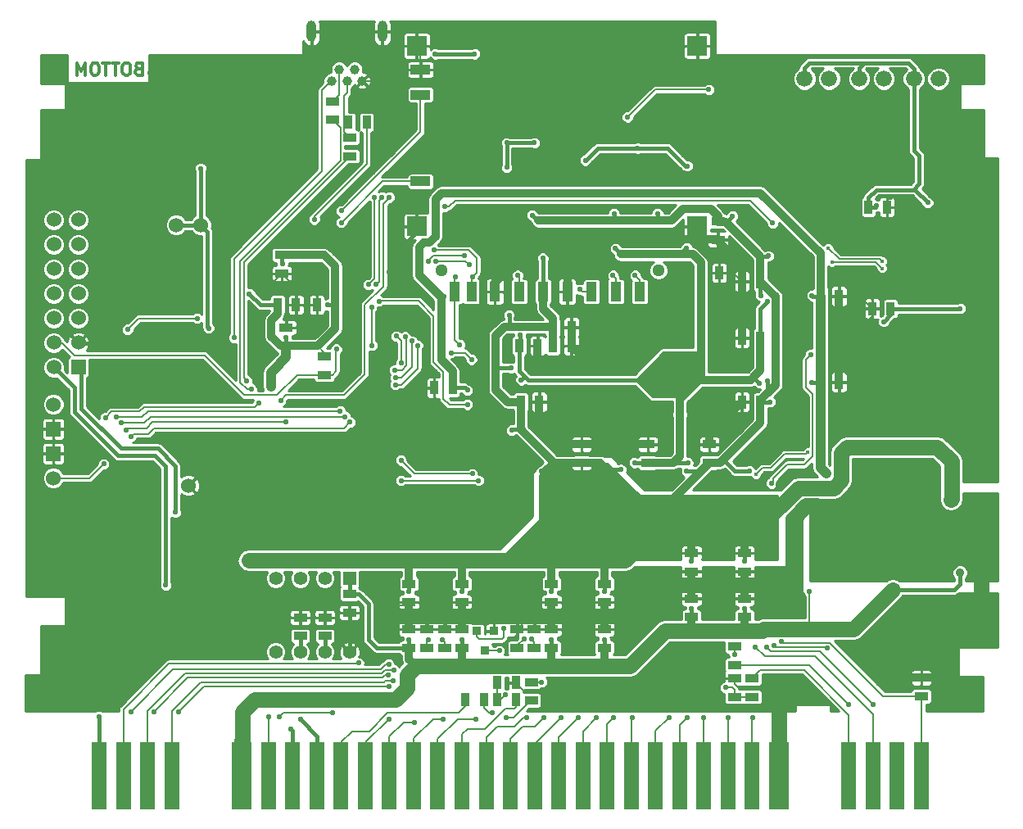
<source format=gbl>
G04 (created by PCBNEW-RS274X (2010-12-16 BZR 2663)-testing) date Thu 06 Jan 2011 05:59:49 PM CET*
G01*
G70*
G90*
%MOIN*%
G04 Gerber Fmt 3.4, Leading zero omitted, Abs format*
%FSLAX34Y34*%
G04 APERTURE LIST*
%ADD10C,0.008000*%
%ADD11C,0.012000*%
%ADD12R,0.060000X0.060000*%
%ADD13C,0.060000*%
%ADD14C,0.039400*%
%ADD15O,0.039400X0.086600*%
%ADD16R,0.035000X0.055000*%
%ADD17R,0.055000X0.035000*%
%ADD18C,0.051200*%
%ADD19R,0.043300X0.078700*%
%ADD20R,0.078700X0.078700*%
%ADD21R,0.078700X0.039400*%
%ADD22R,0.036000X0.036000*%
%ADD23R,0.055000X0.055000*%
%ADD24C,0.055000*%
%ADD25R,0.059100X0.275600*%
%ADD26R,0.078700X0.275600*%
%ADD27C,0.066000*%
%ADD28C,0.021800*%
%ADD29C,0.035000*%
%ADD30C,0.015700*%
%ADD31C,0.032000*%
%ADD32C,0.040000*%
%ADD33C,0.016000*%
%ADD34C,0.064000*%
%ADD35C,0.005900*%
%ADD36C,0.006000*%
%ADD37C,0.010000*%
G04 APERTURE END LIST*
G54D10*
G54D11*
X41954Y-23840D02*
X41883Y-23864D01*
X41859Y-23888D01*
X41835Y-23936D01*
X41835Y-24007D01*
X41859Y-24055D01*
X41883Y-24079D01*
X41930Y-24102D01*
X42121Y-24102D01*
X42121Y-23602D01*
X41954Y-23602D01*
X41907Y-23626D01*
X41883Y-23650D01*
X41859Y-23698D01*
X41859Y-23745D01*
X41883Y-23793D01*
X41907Y-23817D01*
X41954Y-23840D01*
X42121Y-23840D01*
X41526Y-23602D02*
X41430Y-23602D01*
X41383Y-23626D01*
X41335Y-23674D01*
X41311Y-23769D01*
X41311Y-23936D01*
X41335Y-24031D01*
X41383Y-24079D01*
X41430Y-24102D01*
X41526Y-24102D01*
X41573Y-24079D01*
X41621Y-24031D01*
X41645Y-23936D01*
X41645Y-23769D01*
X41621Y-23674D01*
X41573Y-23626D01*
X41526Y-23602D01*
X41168Y-23602D02*
X40883Y-23602D01*
X41026Y-24102D02*
X41026Y-23602D01*
X40787Y-23602D02*
X40502Y-23602D01*
X40645Y-24102D02*
X40645Y-23602D01*
X40240Y-23602D02*
X40144Y-23602D01*
X40097Y-23626D01*
X40049Y-23674D01*
X40025Y-23769D01*
X40025Y-23936D01*
X40049Y-24031D01*
X40097Y-24079D01*
X40144Y-24102D01*
X40240Y-24102D01*
X40287Y-24079D01*
X40335Y-24031D01*
X40359Y-23936D01*
X40359Y-23769D01*
X40335Y-23674D01*
X40287Y-23626D01*
X40240Y-23602D01*
X39811Y-24102D02*
X39811Y-23602D01*
X39644Y-23960D01*
X39478Y-23602D01*
X39478Y-24102D01*
G54D12*
X38500Y-38500D03*
G54D13*
X38500Y-37500D03*
G54D14*
X50135Y-23864D03*
X50450Y-24336D03*
X50765Y-23864D03*
X51080Y-24336D03*
X49820Y-24336D03*
G54D15*
X49013Y-22328D03*
X51887Y-22328D03*
G54D12*
X38500Y-39500D03*
G54D13*
X38500Y-40500D03*
X44000Y-40800D03*
X44500Y-30200D03*
X43500Y-30200D03*
G54D12*
X39516Y-35992D03*
G54D13*
X38516Y-35992D03*
X39516Y-34992D03*
X38516Y-34992D03*
X39516Y-33992D03*
X38516Y-33992D03*
X39516Y-32992D03*
X38516Y-32992D03*
X39516Y-31992D03*
X38516Y-31992D03*
X39516Y-30992D03*
X38516Y-30992D03*
X39516Y-29992D03*
X38516Y-29992D03*
G54D16*
X58838Y-34370D03*
X59588Y-34370D03*
X50500Y-26025D03*
X51250Y-26025D03*
X72575Y-33600D03*
X71825Y-33600D03*
X71675Y-29475D03*
X72425Y-29475D03*
G54D17*
X64475Y-46150D03*
X64475Y-45400D03*
X58775Y-47400D03*
X58775Y-46650D03*
X52975Y-47400D03*
X52975Y-46650D03*
X64475Y-43550D03*
X64475Y-44300D03*
X58775Y-44800D03*
X58775Y-45550D03*
X52975Y-44800D03*
X52975Y-45550D03*
X50550Y-45225D03*
X50550Y-45975D03*
G54D16*
X69725Y-33100D03*
X70475Y-33100D03*
X67275Y-34800D03*
X66525Y-34800D03*
G54D17*
X62700Y-39875D03*
X62700Y-39125D03*
G54D16*
X57460Y-35118D03*
X58210Y-35118D03*
G54D17*
X60000Y-39875D03*
X60000Y-39125D03*
X65200Y-39875D03*
X65200Y-39125D03*
G54D16*
X67275Y-37400D03*
X66525Y-37400D03*
X67275Y-32500D03*
X66525Y-32500D03*
G54D17*
X65550Y-30050D03*
X65550Y-30800D03*
G54D16*
X57525Y-37400D03*
X58275Y-37400D03*
G54D17*
X73825Y-48625D03*
X73825Y-49375D03*
G54D16*
X54750Y-36825D03*
X54000Y-36825D03*
X69725Y-36600D03*
X70475Y-36600D03*
X58838Y-35118D03*
X59588Y-35118D03*
X47625Y-33450D03*
X48375Y-33450D03*
G54D17*
X47800Y-31425D03*
X47800Y-32175D03*
G54D16*
X49975Y-33450D03*
X49225Y-33450D03*
G54D17*
X47975Y-35125D03*
X47975Y-34375D03*
X55125Y-44800D03*
X55125Y-45550D03*
X60925Y-44800D03*
X60925Y-45550D03*
X66625Y-43550D03*
X66625Y-44300D03*
X66625Y-46150D03*
X66625Y-45400D03*
X60925Y-47400D03*
X60925Y-46650D03*
X55125Y-47400D03*
X55125Y-46650D03*
G54D18*
X54314Y-32049D03*
X63133Y-32049D03*
G54D19*
X61391Y-32915D03*
X60407Y-32915D03*
X59422Y-32915D03*
X58438Y-32915D03*
X57454Y-32915D03*
X56470Y-32915D03*
X55515Y-32915D03*
X54845Y-32915D03*
X62375Y-32915D03*
G54D20*
X64708Y-30258D03*
X64708Y-22915D03*
X53290Y-30258D03*
X53290Y-22915D03*
G54D21*
X53448Y-28427D03*
X53448Y-24903D03*
X53448Y-23880D03*
G54D17*
X50575Y-26650D03*
X50575Y-27400D03*
X49875Y-25175D03*
X49875Y-25925D03*
G54D22*
X56425Y-46725D03*
X55725Y-46725D03*
X56075Y-47525D03*
G54D17*
X49525Y-36300D03*
X49525Y-35550D03*
G54D23*
X50550Y-44575D03*
G54D24*
X49550Y-44575D03*
X48550Y-44575D03*
X47550Y-44575D03*
X47550Y-47575D03*
X48550Y-47575D03*
X49550Y-47575D03*
X50550Y-47575D03*
G54D17*
X48550Y-46925D03*
X48550Y-46175D03*
X49550Y-46925D03*
X49550Y-46175D03*
X66925Y-48650D03*
X66925Y-49400D03*
X66225Y-48100D03*
X66225Y-47350D03*
G54D16*
X56025Y-49525D03*
X55275Y-49525D03*
X56575Y-49525D03*
X57325Y-49525D03*
G54D17*
X57950Y-48800D03*
X57950Y-49550D03*
X66225Y-49400D03*
X66225Y-48650D03*
X57375Y-47400D03*
X57375Y-46650D03*
X53700Y-47400D03*
X53700Y-46650D03*
G54D16*
X56575Y-48825D03*
X57325Y-48825D03*
G54D17*
X58075Y-47400D03*
X58075Y-46650D03*
X54425Y-47400D03*
X54425Y-46650D03*
G54D25*
X73832Y-52597D03*
X72848Y-52597D03*
X71864Y-52597D03*
X70880Y-52597D03*
G54D26*
X68025Y-52597D03*
G54D25*
X66943Y-52597D03*
X65958Y-52597D03*
X64974Y-52597D03*
X63990Y-52597D03*
X63006Y-52597D03*
X62021Y-52597D03*
X61037Y-52597D03*
X60053Y-52597D03*
X59069Y-52597D03*
X58084Y-52597D03*
X57100Y-52597D03*
X56116Y-52597D03*
X55131Y-52597D03*
X54147Y-52597D03*
X53163Y-52597D03*
X52179Y-52597D03*
X51194Y-52597D03*
X50210Y-52597D03*
X49226Y-52597D03*
X48242Y-52597D03*
X47257Y-52597D03*
G54D26*
X46175Y-52597D03*
G54D25*
X43320Y-52597D03*
X42336Y-52597D03*
X41352Y-52597D03*
X40368Y-52597D03*
G54D27*
X71300Y-24250D03*
X72300Y-24250D03*
X73525Y-24250D03*
X74525Y-24250D03*
X69075Y-24250D03*
X70075Y-24250D03*
G54D16*
X64850Y-32150D03*
X65600Y-32150D03*
G54D28*
X54400Y-33100D03*
G54D29*
X69961Y-40315D03*
G54D28*
X55350Y-36925D03*
X69375Y-33075D03*
X69375Y-36625D03*
X75412Y-33600D03*
X72297Y-34135D03*
G54D29*
X64003Y-37908D03*
G54D28*
X64300Y-27800D03*
X60150Y-27575D03*
X57501Y-34686D03*
X67243Y-36634D03*
X61374Y-31157D03*
X64272Y-31129D03*
X57540Y-36505D03*
X67550Y-33325D03*
X62275Y-27070D03*
X64325Y-39875D03*
X62150Y-39875D03*
X72000Y-29425D03*
G54D29*
X47350Y-36775D03*
G54D28*
X64475Y-43875D03*
X66625Y-43875D03*
X60925Y-45125D03*
X58775Y-45125D03*
X49650Y-33450D03*
X55125Y-45125D03*
X52975Y-45125D03*
X66825Y-40200D03*
X58425Y-31550D03*
X66142Y-29842D03*
X56950Y-27850D03*
X74094Y-29291D03*
X46478Y-32998D03*
X43465Y-41890D03*
X47825Y-31775D03*
X56950Y-26860D03*
X57050Y-33875D03*
G54D29*
X75025Y-41375D03*
X75050Y-40900D03*
X75050Y-40425D03*
G54D28*
X58070Y-26860D03*
X47976Y-34771D03*
X63090Y-29731D03*
X61317Y-29731D03*
X57991Y-29803D03*
X67598Y-31457D03*
X67283Y-33071D03*
X67559Y-36535D03*
X67677Y-37402D03*
X57125Y-36025D03*
X64275Y-40225D03*
X61600Y-40150D03*
X58375Y-40225D03*
X57150Y-38550D03*
G54D29*
X47450Y-43850D03*
X46950Y-43850D03*
X46450Y-43850D03*
G54D28*
X58775Y-47075D03*
X55125Y-47075D03*
X52975Y-47075D03*
X64475Y-45825D03*
X66625Y-45825D03*
X60925Y-47075D03*
X69275Y-45125D03*
X43075Y-44850D03*
G54D29*
X46575Y-49646D03*
X75400Y-44350D03*
X72650Y-45050D03*
X46200Y-50525D03*
X46200Y-50025D03*
G54D28*
X54040Y-23240D03*
X55640Y-23240D03*
X44500Y-27900D03*
X44825Y-34400D03*
X65175Y-24691D03*
X61866Y-25809D03*
X41525Y-34450D03*
X44350Y-34000D03*
X56650Y-47525D03*
X56900Y-49325D03*
X65850Y-49025D03*
X66225Y-47675D03*
X57650Y-47050D03*
X56350Y-50050D03*
X57950Y-47050D03*
X58375Y-48800D03*
X53775Y-47075D03*
X57750Y-50250D03*
X58450Y-50250D03*
X65950Y-50250D03*
X66950Y-50250D03*
X59150Y-50250D03*
X59850Y-50250D03*
X60600Y-50250D03*
X61300Y-50250D03*
X62050Y-50250D03*
X63550Y-50250D03*
X64300Y-50250D03*
X64950Y-50250D03*
X54325Y-47075D03*
X55700Y-50300D03*
X54350Y-50300D03*
X53200Y-50450D03*
X52150Y-50300D03*
X52325Y-48750D03*
X43600Y-50000D03*
X52150Y-48975D03*
X52350Y-48300D03*
X42600Y-50000D03*
X52125Y-48525D03*
X50925Y-48025D03*
X52150Y-48075D03*
X41650Y-50000D03*
X67075Y-47375D03*
X71850Y-49700D03*
X67525Y-47375D03*
X67825Y-47300D03*
X70000Y-47425D03*
X68125Y-47150D03*
X40350Y-50200D03*
X52650Y-40600D03*
X55800Y-40600D03*
X48175Y-50700D03*
X47953Y-38228D03*
X41457Y-38543D03*
X41275Y-38250D03*
X50375Y-38000D03*
X52425Y-36400D03*
X53100Y-34925D03*
X41075Y-38025D03*
X50175Y-37775D03*
X52400Y-36100D03*
X52825Y-34750D03*
X53325Y-35100D03*
X52425Y-36700D03*
X50575Y-38225D03*
X41654Y-38819D03*
X51750Y-33300D03*
X55350Y-37505D03*
X55550Y-40325D03*
X52650Y-39775D03*
X52650Y-35825D03*
X52450Y-34725D03*
X48550Y-50325D03*
G54D29*
X40125Y-37125D03*
X42450Y-36200D03*
X65500Y-34000D03*
X65500Y-31550D03*
X65500Y-35500D03*
X66500Y-35500D03*
X64500Y-37500D03*
X65500Y-37000D03*
X66375Y-39800D03*
G54D28*
X61550Y-26775D03*
G54D29*
X64200Y-27300D03*
X63100Y-26000D03*
X48750Y-43200D03*
X72992Y-47008D03*
X75000Y-45512D03*
X72125Y-48800D03*
G54D28*
X57375Y-46975D03*
G54D29*
X75000Y-47000D03*
X75000Y-49000D03*
X76500Y-47000D03*
X76500Y-45500D03*
X76260Y-44449D03*
X50700Y-35775D03*
X50000Y-31325D03*
G54D28*
X52300Y-35775D03*
G54D29*
X52300Y-37400D03*
X50700Y-38700D03*
X52300Y-38700D03*
X50300Y-40200D03*
X53000Y-37100D03*
X50700Y-37400D03*
X51300Y-44600D03*
G54D28*
X69150Y-29025D03*
G54D29*
X46600Y-47700D03*
X50000Y-42875D03*
X52480Y-42441D03*
X55800Y-42700D03*
X50000Y-41000D03*
X52500Y-41000D03*
X44800Y-44300D03*
X46600Y-44500D03*
X46400Y-43200D03*
X44800Y-43200D03*
X44025Y-45125D03*
X44800Y-47700D03*
G54D28*
X52150Y-34800D03*
G54D29*
X41800Y-48900D03*
X41800Y-46800D03*
X38400Y-48800D03*
X38400Y-49700D03*
X40725Y-49700D03*
X43125Y-46025D03*
X66500Y-38400D03*
G54D28*
X57062Y-35640D03*
X57047Y-34843D03*
G54D29*
X58000Y-36000D03*
X57700Y-31000D03*
G54D28*
X66176Y-34258D03*
G54D29*
X68075Y-40750D03*
G54D28*
X65721Y-39102D03*
G54D29*
X69764Y-42087D03*
X69764Y-41575D03*
X68583Y-42165D03*
G54D28*
X70157Y-38465D03*
X52900Y-30875D03*
X52244Y-31024D03*
X57950Y-32475D03*
G54D29*
X61125Y-31525D03*
G54D28*
X60324Y-30604D03*
X58031Y-31260D03*
G54D29*
X65300Y-24140D03*
X52244Y-32126D03*
X76260Y-41378D03*
X76500Y-39500D03*
X76500Y-38000D03*
X76500Y-36500D03*
X76500Y-35000D03*
X75000Y-35000D03*
X73500Y-36500D03*
X72000Y-38000D03*
X74291Y-40276D03*
X72756Y-40276D03*
X71260Y-40276D03*
X71100Y-41400D03*
X73475Y-41400D03*
X72275Y-41975D03*
G54D28*
X74075Y-29902D03*
G54D29*
X76260Y-42913D03*
X56900Y-41800D03*
X66800Y-26100D03*
X66800Y-24140D03*
X60000Y-36000D03*
X64000Y-34000D03*
X62000Y-36000D03*
X64000Y-32000D03*
X60000Y-37000D03*
X62000Y-37000D03*
G54D28*
X52650Y-33025D03*
G54D29*
X48775Y-36775D03*
X55800Y-41000D03*
G54D28*
X58684Y-26838D03*
G54D29*
X38500Y-44700D03*
X48900Y-34700D03*
X48900Y-32500D03*
G54D28*
X52150Y-34025D03*
X64863Y-31126D03*
G54D29*
X47600Y-43200D03*
X65775Y-40275D03*
X67300Y-30825D03*
X68650Y-45925D03*
X68650Y-45500D03*
X68400Y-45100D03*
X60000Y-22700D03*
X63000Y-22700D03*
X58500Y-22700D03*
X55500Y-22700D03*
X57000Y-24000D03*
G54D28*
X60180Y-23920D03*
X73320Y-34140D03*
X57860Y-24500D03*
G54D29*
X42500Y-24000D03*
X45500Y-24000D03*
X56500Y-27000D03*
X54200Y-24000D03*
X55500Y-24000D03*
X55500Y-27500D03*
X54000Y-25500D03*
X53000Y-28000D03*
X51450Y-25500D03*
X51450Y-28000D03*
X49000Y-24000D03*
X46000Y-27000D03*
X47500Y-25500D03*
X49000Y-25500D03*
X47500Y-28000D03*
X45000Y-28000D03*
X49000Y-28000D03*
X42800Y-30300D03*
X40200Y-30300D03*
X44000Y-28000D03*
X41000Y-28000D03*
X42500Y-27000D03*
X39500Y-27000D03*
X44000Y-25500D03*
X41000Y-25500D03*
X52500Y-40200D03*
X63500Y-39400D03*
X63500Y-37500D03*
X66600Y-31600D03*
X58000Y-39800D03*
X57300Y-39100D03*
X64500Y-39400D03*
X75100Y-30500D03*
X71400Y-27400D03*
X67840Y-24140D03*
X70050Y-26350D03*
X73400Y-28000D03*
X47700Y-41300D03*
X47700Y-39200D03*
X46400Y-41300D03*
X46400Y-39900D03*
X54000Y-36200D03*
X47000Y-35000D03*
X47000Y-32500D03*
X41600Y-32100D03*
X43000Y-32100D03*
X40100Y-35000D03*
G54D28*
X57586Y-45603D03*
X70375Y-30325D03*
X70375Y-30924D03*
X71741Y-38647D03*
X71604Y-34141D03*
X72579Y-29062D03*
X46970Y-34380D03*
X49225Y-33025D03*
X47295Y-32174D03*
X66169Y-32487D03*
X66148Y-30954D03*
X61708Y-30510D03*
X58306Y-38605D03*
X59939Y-38682D03*
X63278Y-39109D03*
X64818Y-38451D03*
X66523Y-36931D03*
X59778Y-25702D03*
X59998Y-25143D03*
G54D29*
X55825Y-46100D03*
X52450Y-46100D03*
X57800Y-46100D03*
G54D28*
X45250Y-35575D03*
X44600Y-34675D03*
G54D29*
X68025Y-48800D03*
X68025Y-49800D03*
X68025Y-49300D03*
G54D28*
X54700Y-35400D03*
X51475Y-35100D03*
X51450Y-33550D03*
X55525Y-35675D03*
X70850Y-49700D03*
X47700Y-50200D03*
X49875Y-50050D03*
X56925Y-50250D03*
X56825Y-46600D03*
X50225Y-29625D03*
X51575Y-29075D03*
X51325Y-32625D03*
X46380Y-36550D03*
X46560Y-36880D03*
X50225Y-30100D03*
X51625Y-32625D03*
X51875Y-29075D03*
X47750Y-37350D03*
X52175Y-29075D03*
X40551Y-39921D03*
X40630Y-38031D03*
X46850Y-37450D03*
X45860Y-34780D03*
X50025Y-35250D03*
X67775Y-30125D03*
X54425Y-29450D03*
G54D30*
X69213Y-39449D03*
X67087Y-40354D03*
X70182Y-31714D03*
X72224Y-31963D03*
X70039Y-31134D03*
X72224Y-31668D03*
G54D28*
X57400Y-32250D03*
X59925Y-32825D03*
X54000Y-31225D03*
X55551Y-32323D03*
X54850Y-32325D03*
X55039Y-35079D03*
X53750Y-31675D03*
X55225Y-31450D03*
X62175Y-32250D03*
X55425Y-31825D03*
X54050Y-31675D03*
X61275Y-32250D03*
X47250Y-50200D03*
X69331Y-35472D03*
X67717Y-40709D03*
X49125Y-29975D03*
G54D31*
X67275Y-28900D02*
X54300Y-28900D01*
X53800Y-30925D02*
X54050Y-30675D01*
X54050Y-30675D02*
X54050Y-29150D01*
X54291Y-33149D02*
X53386Y-32244D01*
X53386Y-31102D02*
X53386Y-32244D01*
X53563Y-30925D02*
X53386Y-31102D01*
X53800Y-30925D02*
X53563Y-30925D01*
X69725Y-31350D02*
X67275Y-28900D01*
X69725Y-31350D02*
X69725Y-33100D01*
X54300Y-28900D02*
X54050Y-29150D01*
G54D10*
X54340Y-33100D02*
X54291Y-33149D01*
X54400Y-33100D02*
X54340Y-33100D01*
G54D31*
X54750Y-36150D02*
X54750Y-36825D01*
X54291Y-33149D02*
X54291Y-35691D01*
X54291Y-35691D02*
X54750Y-36150D01*
G54D32*
X69725Y-36600D02*
X69725Y-40075D01*
X69961Y-40315D02*
X69725Y-40075D01*
G54D33*
X55350Y-36925D02*
X55250Y-36825D01*
X55250Y-36825D02*
X54750Y-36825D01*
G54D32*
X69725Y-36600D02*
X69725Y-33100D01*
G54D33*
X69400Y-33100D02*
X69725Y-33100D01*
G54D10*
X69375Y-33075D02*
X69400Y-33100D01*
X69375Y-36625D02*
X69400Y-36600D01*
G54D33*
X69400Y-36600D02*
X69725Y-36600D01*
X75412Y-33600D02*
X72575Y-33600D01*
G54D10*
X72575Y-33857D02*
X72575Y-33600D01*
G54D33*
X72297Y-34135D02*
X72575Y-33857D01*
G54D31*
X64850Y-32150D02*
X64850Y-36450D01*
X64850Y-36450D02*
X64800Y-36500D01*
X64140Y-31390D02*
X64515Y-31390D01*
X64850Y-31725D02*
X64850Y-32150D01*
X64515Y-31390D02*
X64850Y-31725D01*
G54D33*
X64225Y-27800D02*
X64300Y-27800D01*
G54D31*
X64000Y-37908D02*
X64003Y-37908D01*
G54D33*
X63495Y-27070D02*
X64225Y-27800D01*
X63495Y-27070D02*
X62275Y-27070D01*
X62275Y-27070D02*
X60655Y-27070D01*
X60655Y-27070D02*
X60150Y-27575D01*
X57501Y-34686D02*
X57501Y-35077D01*
G54D10*
X57501Y-35077D02*
X57460Y-35118D01*
G54D33*
X57460Y-35118D02*
X57460Y-36140D01*
X57460Y-36140D02*
X57684Y-36364D01*
X67243Y-36634D02*
X67009Y-36400D01*
G54D10*
X67009Y-36400D02*
X67009Y-36391D01*
G54D31*
X61593Y-31390D02*
X64140Y-31390D01*
G54D10*
X61593Y-31376D02*
X61593Y-31390D01*
G54D33*
X61374Y-31157D02*
X61593Y-31376D01*
X64272Y-31129D02*
X64140Y-31261D01*
G54D10*
X64140Y-31261D02*
X64140Y-31390D01*
X57681Y-36364D02*
X57684Y-36364D01*
G54D33*
X57540Y-36505D02*
X57681Y-36364D01*
X63225Y-36505D02*
X64010Y-37290D01*
X57825Y-36505D02*
X63225Y-36505D01*
X57684Y-36364D02*
X57825Y-36505D01*
X67275Y-33600D02*
X67275Y-34800D01*
X67550Y-33325D02*
X67275Y-33600D01*
X64325Y-39875D02*
X63725Y-39875D01*
X62150Y-39875D02*
X62700Y-39875D01*
G54D31*
X62700Y-39875D02*
X63725Y-39875D01*
X67275Y-36125D02*
X67275Y-34800D01*
X66900Y-36500D02*
X67009Y-36391D01*
X64800Y-36500D02*
X66900Y-36500D01*
X67009Y-36391D02*
X67275Y-36125D01*
X64000Y-37300D02*
X64010Y-37290D01*
X64010Y-37290D02*
X64800Y-36500D01*
X64000Y-39600D02*
X64000Y-37908D01*
X63725Y-39875D02*
X64000Y-39600D01*
X64000Y-37908D02*
X64000Y-37300D01*
G54D33*
X72141Y-28762D02*
X71988Y-28762D01*
X73483Y-28762D02*
X72141Y-28762D01*
X71675Y-29075D02*
X71675Y-29475D01*
X71988Y-28762D02*
X71675Y-29075D01*
X71675Y-29475D02*
X71950Y-29475D01*
X71950Y-29475D02*
X72000Y-29425D01*
G54D32*
X47350Y-36775D02*
X47350Y-36200D01*
X47975Y-35125D02*
X47975Y-35575D01*
X47450Y-36100D02*
X47975Y-35575D01*
X47350Y-36200D02*
X47450Y-36100D01*
G54D33*
X64475Y-43875D02*
X64475Y-43550D01*
G54D31*
X64475Y-43550D02*
X64475Y-42675D01*
X64475Y-42675D02*
X64450Y-42650D01*
X66625Y-43550D02*
X66625Y-42650D01*
X66675Y-42675D02*
X66675Y-42650D01*
X66650Y-42675D02*
X66675Y-42675D01*
X66625Y-42650D02*
X66650Y-42675D01*
G54D33*
X66625Y-43875D02*
X66625Y-43550D01*
G54D31*
X58775Y-44800D02*
X58775Y-43875D01*
X58775Y-43875D02*
X58750Y-43850D01*
X60925Y-44800D02*
X60925Y-43875D01*
X60925Y-43875D02*
X60950Y-43850D01*
G54D33*
X60925Y-45125D02*
X60925Y-44800D01*
X58775Y-45125D02*
X58775Y-44800D01*
X49975Y-33450D02*
X49650Y-33450D01*
G54D10*
X49525Y-35550D02*
X49525Y-35400D01*
X49525Y-35400D02*
X49250Y-35125D01*
G54D31*
X47975Y-35125D02*
X47750Y-35125D01*
X47750Y-35125D02*
X47375Y-34750D01*
X47375Y-34750D02*
X47375Y-34075D01*
X47375Y-34075D02*
X47625Y-33825D01*
X47625Y-33825D02*
X47625Y-33450D01*
X49975Y-33450D02*
X49975Y-31875D01*
X49525Y-31425D02*
X47800Y-31425D01*
X49975Y-31875D02*
X49525Y-31425D01*
X47975Y-35125D02*
X49250Y-35125D01*
X49250Y-35125D02*
X49275Y-35125D01*
X49275Y-35125D02*
X49975Y-34425D01*
X49975Y-34425D02*
X49975Y-34250D01*
X49975Y-34250D02*
X49975Y-33450D01*
G54D33*
X55125Y-45125D02*
X55125Y-44800D01*
G54D31*
X55125Y-44800D02*
X55125Y-43875D01*
X55125Y-43875D02*
X55150Y-43850D01*
X52975Y-44800D02*
X52975Y-43875D01*
X52975Y-43875D02*
X52950Y-43850D01*
G54D33*
X52975Y-45125D02*
X52975Y-44800D01*
G54D10*
X65773Y-39747D02*
X65773Y-39749D01*
G54D33*
X66224Y-40200D02*
X65773Y-39749D01*
X66825Y-40200D02*
X66224Y-40200D01*
G54D31*
X67275Y-37400D02*
X67275Y-38245D01*
X67275Y-38245D02*
X65773Y-39747D01*
X65773Y-39747D02*
X65645Y-39875D01*
X65645Y-39875D02*
X65200Y-39875D01*
X65875Y-30075D02*
X65575Y-30075D01*
X65575Y-30075D02*
X65550Y-30050D01*
X63089Y-30025D02*
X63650Y-30025D01*
X63650Y-30025D02*
X64125Y-29550D01*
X64125Y-29550D02*
X65250Y-29550D01*
X65250Y-29550D02*
X65550Y-29850D01*
X65550Y-29850D02*
X65550Y-30050D01*
G54D33*
X58425Y-31550D02*
X58425Y-32902D01*
X58425Y-32902D02*
X58438Y-32915D01*
G54D31*
X58838Y-34370D02*
X58838Y-34013D01*
X58438Y-33613D02*
X58438Y-32915D01*
X58838Y-34013D02*
X58438Y-33613D01*
G54D33*
X66142Y-29842D02*
X65892Y-30092D01*
G54D10*
X65875Y-30100D02*
X65875Y-30075D01*
G54D31*
X67275Y-31475D02*
X65875Y-30075D01*
G54D10*
X65892Y-30092D02*
X65883Y-30092D01*
X65883Y-30092D02*
X65875Y-30100D01*
G54D33*
X56950Y-26860D02*
X56950Y-27850D01*
X73483Y-28762D02*
X73565Y-28762D01*
X73565Y-28762D02*
X74094Y-29291D01*
X73525Y-27175D02*
X73525Y-24250D01*
X73741Y-27391D02*
X73525Y-27175D01*
X73741Y-28504D02*
X73741Y-27391D01*
X73483Y-28762D02*
X73741Y-28504D01*
X47625Y-33450D02*
X46930Y-33450D01*
X46930Y-33450D02*
X46478Y-32998D01*
X39646Y-36122D02*
X39516Y-35992D01*
X39646Y-37678D02*
X39646Y-36122D01*
X41259Y-39291D02*
X39646Y-37678D01*
X42756Y-39291D02*
X41259Y-39291D01*
X43465Y-40000D02*
X42756Y-39291D01*
X43465Y-41890D02*
X43465Y-40000D01*
G54D10*
X47825Y-31775D02*
X47800Y-31750D01*
G54D33*
X47800Y-31750D02*
X47800Y-31425D01*
G54D31*
X58838Y-35118D02*
X58838Y-34370D01*
X57050Y-34350D02*
X58818Y-34350D01*
X58818Y-34350D02*
X58838Y-34370D01*
G54D33*
X69075Y-24250D02*
X69075Y-23800D01*
X69277Y-23598D02*
X71502Y-23598D01*
X69075Y-23800D02*
X69277Y-23598D01*
X57050Y-33875D02*
X57050Y-34350D01*
G54D34*
X75050Y-40900D02*
X75050Y-41350D01*
X75050Y-41350D02*
X75025Y-41375D01*
X75050Y-40425D02*
X75050Y-40900D01*
X66450Y-42650D02*
X66675Y-42650D01*
X62950Y-42650D02*
X64450Y-42650D01*
X66450Y-42650D02*
X64450Y-42650D01*
X66675Y-42650D02*
X67075Y-42650D01*
X67075Y-42650D02*
X68825Y-40900D01*
X68825Y-40900D02*
X70250Y-40900D01*
X70250Y-40900D02*
X70575Y-40575D01*
X70575Y-40575D02*
X70575Y-39475D01*
X70575Y-39475D02*
X70800Y-39250D01*
X70800Y-39250D02*
X74475Y-39250D01*
X74475Y-39250D02*
X75050Y-39825D01*
X75050Y-39825D02*
X75050Y-40425D01*
X62940Y-41880D02*
X62940Y-42640D01*
G54D31*
X62940Y-41725D02*
X62940Y-41880D01*
G54D34*
X62940Y-42640D02*
X62950Y-42650D01*
G54D31*
X62600Y-41725D02*
X62940Y-41725D01*
X62940Y-41725D02*
X63350Y-41725D01*
G54D33*
X56950Y-26860D02*
X58070Y-26860D01*
X73525Y-24250D02*
X73525Y-23834D01*
X73289Y-23598D02*
X71502Y-23598D01*
X73525Y-23834D02*
X73289Y-23598D01*
X71502Y-23598D02*
X71300Y-23800D01*
X71300Y-23800D02*
X71300Y-24250D01*
X47976Y-34771D02*
X47975Y-34808D01*
X47975Y-34808D02*
X47975Y-35125D01*
X63090Y-29731D02*
X63089Y-30025D01*
X61317Y-29731D02*
X61317Y-30025D01*
G54D10*
X58213Y-30025D02*
X58244Y-30025D01*
G54D31*
X61317Y-30025D02*
X58244Y-30025D01*
G54D33*
X57991Y-29803D02*
X58213Y-30025D01*
G54D31*
X63089Y-30025D02*
X61317Y-30025D01*
G54D33*
X67580Y-31475D02*
X67275Y-31475D01*
G54D10*
X67598Y-31457D02*
X67580Y-31475D01*
G54D33*
X67275Y-33063D02*
X67275Y-32500D01*
G54D10*
X67283Y-33071D02*
X67275Y-33063D01*
G54D33*
X67556Y-36538D02*
X67556Y-37044D01*
G54D10*
X67559Y-36535D02*
X67556Y-36538D01*
G54D33*
X67675Y-37400D02*
X67275Y-37400D01*
G54D10*
X67677Y-37402D02*
X67675Y-37400D01*
G54D33*
X57125Y-36025D02*
X56500Y-36025D01*
X64275Y-40225D02*
X64850Y-40225D01*
G54D10*
X60975Y-40200D02*
X60975Y-40100D01*
X61025Y-40150D02*
X60975Y-40200D01*
G54D33*
X61600Y-40150D02*
X61025Y-40150D01*
G54D10*
X58725Y-39875D02*
X58875Y-39875D01*
G54D33*
X58375Y-40225D02*
X58725Y-39875D01*
X57175Y-38525D02*
X57525Y-38525D01*
G54D10*
X57150Y-38550D02*
X57175Y-38525D01*
G54D31*
X60000Y-39875D02*
X60750Y-39875D01*
X60750Y-39875D02*
X60975Y-40100D01*
X60975Y-40100D02*
X62600Y-41725D01*
X57525Y-37400D02*
X57525Y-38525D01*
X58875Y-39875D02*
X60000Y-39875D01*
X57525Y-38525D02*
X58875Y-39875D01*
X57050Y-34350D02*
X56850Y-34350D01*
X56850Y-34350D02*
X56500Y-34700D01*
X56500Y-34700D02*
X56500Y-36025D01*
X56500Y-36025D02*
X56500Y-36900D01*
X56500Y-36900D02*
X57000Y-37400D01*
X57000Y-37400D02*
X57525Y-37400D01*
X67275Y-32500D02*
X67275Y-31475D01*
X67275Y-37400D02*
X67275Y-37325D01*
X67900Y-33125D02*
X67275Y-32500D01*
X67900Y-36700D02*
X67900Y-33125D01*
X67275Y-37325D02*
X67556Y-37044D01*
X67556Y-37044D02*
X67900Y-36700D01*
X63350Y-41725D02*
X64850Y-40225D01*
X64850Y-40225D02*
X65200Y-39875D01*
G54D34*
X46950Y-43850D02*
X46450Y-43850D01*
X46450Y-43850D02*
X47450Y-43850D01*
X47450Y-43850D02*
X52475Y-43850D01*
X52475Y-43850D02*
X52950Y-43850D01*
X52950Y-43850D02*
X55150Y-43850D01*
X61750Y-43850D02*
X62950Y-42650D01*
X60950Y-43850D02*
X61750Y-43850D01*
X55150Y-43850D02*
X58750Y-43850D01*
X58750Y-43850D02*
X60950Y-43850D01*
G54D33*
X58775Y-47075D02*
X58775Y-47400D01*
X52975Y-47075D02*
X52975Y-47400D01*
G54D31*
X66625Y-46150D02*
X66625Y-46700D01*
X66625Y-46700D02*
X66600Y-46700D01*
X64475Y-46150D02*
X64475Y-46700D01*
G54D34*
X67675Y-46650D02*
X67400Y-46650D01*
X67675Y-46650D02*
X69275Y-46650D01*
X67350Y-46700D02*
X66600Y-46700D01*
X67400Y-46650D02*
X67350Y-46700D01*
X66600Y-46700D02*
X64475Y-46700D01*
X61950Y-48150D02*
X63250Y-46850D01*
X64475Y-46700D02*
X63400Y-46700D01*
X63400Y-46700D02*
X63250Y-46850D01*
X60925Y-48150D02*
X61950Y-48150D01*
G54D33*
X64475Y-45825D02*
X64475Y-46150D01*
X66625Y-45825D02*
X66625Y-46150D01*
G54D31*
X60925Y-47400D02*
X60925Y-48150D01*
X58775Y-47400D02*
X58775Y-48150D01*
G54D33*
X60925Y-47075D02*
X60925Y-47400D01*
G54D31*
X52975Y-47400D02*
X52975Y-47875D01*
G54D33*
X50550Y-45225D02*
X50550Y-44575D01*
G54D31*
X52975Y-47875D02*
X53250Y-48150D01*
G54D33*
X52975Y-47400D02*
X51650Y-47400D01*
X50925Y-45225D02*
X51025Y-45325D01*
X51025Y-45325D02*
X51325Y-45625D01*
X51325Y-45625D02*
X51325Y-47075D01*
X51325Y-47075D02*
X51525Y-47275D01*
X50925Y-45225D02*
X50550Y-45225D01*
X51650Y-47400D02*
X51525Y-47275D01*
G54D31*
X55125Y-47400D02*
X55125Y-48150D01*
G54D33*
X55125Y-47075D02*
X55125Y-47400D01*
G54D10*
X69275Y-45125D02*
X69275Y-46650D01*
G54D33*
X39350Y-36826D02*
X38516Y-35992D01*
X43075Y-44850D02*
X43075Y-40025D01*
X43075Y-40025D02*
X42640Y-39590D01*
X42640Y-39590D02*
X41140Y-39590D01*
X41140Y-39590D02*
X39350Y-37800D01*
X39350Y-37800D02*
X39350Y-36826D01*
G54D34*
X46575Y-49646D02*
X46200Y-50021D01*
X46200Y-50025D02*
X46200Y-50021D01*
X46200Y-50021D02*
X46696Y-49525D01*
X52900Y-48500D02*
X53250Y-48150D01*
X52425Y-49525D02*
X52900Y-49050D01*
X52900Y-48500D02*
X52900Y-49050D01*
X46696Y-49525D02*
X52425Y-49525D01*
X69275Y-46650D02*
X71050Y-46650D01*
X71050Y-46650D02*
X72650Y-45050D01*
G54D33*
X75400Y-44350D02*
X75400Y-44800D01*
X75400Y-44800D02*
X75150Y-45050D01*
X75150Y-45050D02*
X72650Y-45050D01*
G54D10*
X69275Y-46650D02*
X69275Y-46550D01*
G54D34*
X53250Y-48150D02*
X55125Y-48150D01*
G54D10*
X55125Y-47075D02*
X55125Y-48150D01*
G54D34*
X58775Y-48150D02*
X60925Y-48150D01*
X55125Y-48150D02*
X58775Y-48150D01*
X46175Y-52597D02*
X46175Y-51175D01*
X46200Y-51150D02*
X46200Y-50525D01*
X46200Y-50525D02*
X46200Y-50025D01*
X46175Y-51175D02*
X46200Y-51150D01*
G54D33*
X55010Y-23241D02*
X54040Y-23240D01*
X55640Y-23240D02*
X55010Y-23241D01*
X44500Y-27900D02*
X44500Y-30200D01*
X44775Y-34350D02*
X44775Y-30475D01*
X44825Y-34400D02*
X44775Y-34350D01*
X44775Y-30475D02*
X44500Y-30200D01*
X43500Y-30200D02*
X44500Y-30200D01*
G54D35*
X62984Y-24691D02*
X65175Y-24691D01*
X61866Y-25809D02*
X62984Y-24691D01*
G54D10*
X41975Y-34000D02*
X41525Y-34450D01*
X44350Y-34000D02*
X41975Y-34000D01*
X56075Y-47525D02*
X56650Y-47525D01*
X56700Y-49525D02*
X56575Y-49525D01*
X56700Y-49525D02*
X56900Y-49325D01*
X56575Y-49525D02*
X56575Y-48825D01*
X66225Y-49125D02*
X66225Y-49400D01*
X66125Y-49025D02*
X66225Y-49125D01*
X65850Y-49025D02*
X66125Y-49025D01*
X66925Y-49400D02*
X66225Y-49400D01*
X66225Y-47350D02*
X66225Y-47675D01*
X57375Y-47325D02*
X57650Y-47050D01*
X57375Y-47325D02*
X57375Y-47400D01*
X57375Y-47400D02*
X57375Y-47350D01*
X56025Y-49525D02*
X56025Y-49850D01*
X56025Y-49850D02*
X56225Y-50050D01*
X56225Y-50050D02*
X56350Y-50050D01*
X58075Y-47175D02*
X57950Y-47050D01*
X58075Y-47175D02*
X58075Y-47400D01*
X58375Y-48800D02*
X57950Y-48800D01*
X58075Y-47275D02*
X58075Y-47400D01*
X58075Y-47275D02*
X58075Y-47400D01*
X57950Y-48800D02*
X57950Y-48925D01*
X53700Y-47400D02*
X53700Y-47150D01*
X53700Y-47150D02*
X53775Y-47075D01*
X57275Y-50600D02*
X57625Y-50250D01*
X57625Y-50250D02*
X57750Y-50250D01*
X56116Y-52597D02*
X56116Y-51034D01*
X56550Y-50600D02*
X57175Y-50600D01*
X56116Y-51034D02*
X56550Y-50600D01*
X57175Y-50600D02*
X57275Y-50600D01*
X57100Y-52597D02*
X57100Y-51100D01*
X58100Y-50600D02*
X58450Y-50250D01*
X57600Y-50600D02*
X58100Y-50600D01*
X57100Y-51100D02*
X57600Y-50600D01*
X65958Y-50258D02*
X65958Y-52597D01*
X65958Y-50258D02*
X65950Y-50250D01*
X66943Y-50257D02*
X66950Y-50250D01*
X66943Y-52597D02*
X66943Y-50257D01*
X58084Y-51316D02*
X59150Y-50250D01*
X58084Y-51316D02*
X58084Y-52597D01*
X59069Y-51050D02*
X59300Y-50800D01*
X59300Y-50800D02*
X59850Y-50250D01*
X59069Y-51050D02*
X59069Y-52597D01*
X60053Y-50797D02*
X60600Y-50250D01*
X60053Y-50797D02*
X60053Y-52597D01*
X61037Y-52597D02*
X61037Y-50513D01*
X61037Y-50513D02*
X61300Y-50250D01*
X62021Y-50279D02*
X62050Y-50250D01*
X62021Y-50279D02*
X62021Y-52597D01*
X63006Y-52597D02*
X63006Y-50794D01*
X63006Y-50794D02*
X63550Y-50250D01*
X63990Y-52597D02*
X63990Y-50560D01*
X63990Y-50560D02*
X64300Y-50250D01*
X64974Y-52597D02*
X64974Y-50274D01*
X64974Y-50274D02*
X64950Y-50250D01*
X54425Y-47175D02*
X54325Y-47075D01*
X54425Y-47175D02*
X54425Y-47400D01*
X54147Y-51103D02*
X54950Y-50300D01*
X54950Y-50300D02*
X55700Y-50300D01*
X54147Y-51103D02*
X54147Y-52597D01*
X53163Y-51087D02*
X53163Y-52597D01*
X53950Y-50300D02*
X54350Y-50300D01*
X53163Y-51087D02*
X53950Y-50300D01*
X52750Y-50450D02*
X53200Y-50450D01*
X52179Y-51021D02*
X52750Y-50450D01*
X52179Y-52597D02*
X52179Y-51021D01*
X51194Y-52597D02*
X51194Y-51256D01*
X51194Y-51256D02*
X52150Y-50300D01*
X52325Y-48750D02*
X52000Y-48750D01*
X43320Y-49980D02*
X44500Y-48800D01*
X43320Y-49980D02*
X43320Y-52597D01*
X51950Y-48800D02*
X44500Y-48800D01*
X52000Y-48750D02*
X51950Y-48800D01*
X52150Y-48975D02*
X44625Y-48975D01*
X43600Y-50000D02*
X44625Y-48975D01*
X51850Y-48450D02*
X52000Y-48300D01*
X42336Y-52597D02*
X42336Y-49964D01*
X43850Y-48450D02*
X51850Y-48450D01*
X42336Y-49964D02*
X43850Y-48450D01*
X52000Y-48300D02*
X52350Y-48300D01*
X52125Y-48525D02*
X52000Y-48525D01*
X42600Y-50000D02*
X43975Y-48625D01*
X51900Y-48625D02*
X43975Y-48625D01*
X52000Y-48525D02*
X51900Y-48625D01*
X43200Y-48050D02*
X50900Y-48050D01*
X41352Y-52597D02*
X41352Y-49898D01*
X41352Y-49898D02*
X43200Y-48050D01*
X50900Y-48050D02*
X50925Y-48025D01*
X52025Y-48075D02*
X52150Y-48075D01*
X51825Y-48275D02*
X52025Y-48075D01*
X43375Y-48275D02*
X51825Y-48275D01*
X41650Y-50000D02*
X43375Y-48275D01*
X71864Y-52597D02*
X71864Y-50114D01*
X71864Y-50114D02*
X69500Y-47750D01*
X69500Y-47750D02*
X67450Y-47750D01*
X67450Y-47750D02*
X67075Y-47375D01*
X71850Y-49700D02*
X69700Y-47550D01*
X69700Y-47550D02*
X67700Y-47550D01*
X67700Y-47550D02*
X67525Y-47375D01*
X69700Y-47375D02*
X69950Y-47375D01*
X69700Y-47375D02*
X67900Y-47375D01*
X67900Y-47375D02*
X67825Y-47300D01*
X69950Y-47375D02*
X70000Y-47425D01*
X73832Y-52597D02*
X73832Y-49382D01*
X68175Y-47200D02*
X68125Y-47150D01*
X70100Y-47200D02*
X68175Y-47200D01*
X72275Y-49375D02*
X73825Y-49375D01*
X72275Y-49375D02*
X70100Y-47200D01*
X73832Y-49382D02*
X73825Y-49375D01*
G54D33*
X40368Y-50218D02*
X40368Y-52597D01*
X40350Y-50200D02*
X40368Y-50218D01*
G54D10*
X52650Y-40600D02*
X55800Y-40600D01*
G54D33*
X49550Y-47575D02*
X49550Y-46925D01*
X48550Y-47575D02*
X48550Y-46925D01*
X48242Y-52597D02*
X48242Y-50767D01*
X48242Y-50767D02*
X48175Y-50700D01*
G54D10*
X42520Y-38228D02*
X47953Y-38228D01*
X42283Y-38465D02*
X42520Y-38228D01*
X41535Y-38465D02*
X42283Y-38465D01*
X41457Y-38543D02*
X41535Y-38465D01*
X42200Y-38250D02*
X41275Y-38250D01*
X42450Y-38000D02*
X42200Y-38250D01*
X50375Y-38000D02*
X42450Y-38000D01*
X52675Y-36400D02*
X52425Y-36400D01*
X53100Y-35975D02*
X52675Y-36400D01*
X53100Y-34925D02*
X53100Y-35975D01*
X42100Y-38025D02*
X41075Y-38025D01*
X42350Y-37775D02*
X42100Y-38025D01*
X50175Y-37775D02*
X42350Y-37775D01*
X52700Y-36100D02*
X52400Y-36100D01*
X52875Y-35925D02*
X52700Y-36100D01*
X52875Y-34800D02*
X52875Y-35925D01*
X52825Y-34750D02*
X52875Y-34800D01*
X42362Y-38701D02*
X41772Y-38701D01*
X41772Y-38701D02*
X41654Y-38819D01*
X53325Y-35100D02*
X53325Y-36050D01*
X53325Y-36050D02*
X52675Y-36700D01*
X52675Y-36700D02*
X52425Y-36700D01*
X50335Y-38465D02*
X50575Y-38225D01*
X42598Y-38465D02*
X50335Y-38465D01*
X42598Y-38465D02*
X42362Y-38701D01*
X51750Y-33300D02*
X51755Y-33295D01*
X51755Y-33295D02*
X53374Y-33295D01*
X54380Y-36180D02*
X53976Y-35776D01*
X53374Y-33295D02*
X53976Y-33897D01*
X53976Y-33897D02*
X53976Y-35776D01*
X55350Y-37505D02*
X54615Y-37505D01*
X54615Y-37505D02*
X54380Y-37270D01*
X54380Y-37270D02*
X54380Y-36180D01*
X53200Y-40325D02*
X55550Y-40325D01*
X52650Y-39775D02*
X53200Y-40325D01*
X52650Y-34925D02*
X52650Y-35825D01*
X52450Y-34725D02*
X52650Y-34925D01*
G54D33*
X49226Y-52597D02*
X49226Y-51001D01*
X49226Y-51001D02*
X48550Y-50325D01*
G54D36*
X65600Y-32150D02*
X66175Y-32150D01*
X66175Y-32150D02*
X66525Y-32500D01*
G54D10*
X72425Y-29475D02*
X72425Y-29216D01*
X72425Y-29216D02*
X72579Y-29062D01*
X72425Y-29475D02*
X73648Y-29475D01*
X73873Y-29700D02*
X74075Y-29902D01*
X73648Y-29475D02*
X73873Y-29700D01*
X72428Y-30141D02*
X72428Y-29478D01*
X72244Y-30325D02*
X72428Y-30141D01*
X70375Y-30325D02*
X72244Y-30325D01*
X72428Y-29478D02*
X72425Y-29475D01*
G54D36*
X61550Y-26775D02*
X61550Y-26500D01*
X64200Y-27300D02*
X63100Y-26200D01*
X63100Y-26200D02*
X63100Y-26000D01*
X63100Y-26000D02*
X62050Y-26000D01*
X61550Y-26500D02*
X62050Y-26000D01*
G54D10*
X56425Y-46725D02*
X56425Y-46150D01*
X56425Y-46150D02*
X56375Y-46100D01*
X56400Y-46100D02*
X56375Y-46100D01*
X66225Y-48650D02*
X66225Y-48875D01*
X66375Y-49025D02*
X68025Y-49025D01*
X66225Y-48875D02*
X66375Y-49025D01*
G54D31*
X72992Y-47008D02*
X72992Y-48625D01*
G54D36*
X75000Y-45512D02*
X75012Y-45500D01*
X76500Y-45500D02*
X75012Y-45500D01*
G54D31*
X72992Y-48625D02*
X73028Y-48625D01*
X73028Y-48625D02*
X72300Y-48625D01*
X72300Y-48625D02*
X72125Y-48800D01*
X73825Y-48625D02*
X73028Y-48625D01*
G54D33*
X54425Y-46650D02*
X54425Y-46100D01*
X54425Y-46100D02*
X54425Y-46125D01*
X54425Y-46125D02*
X54425Y-46100D01*
X53700Y-46650D02*
X53700Y-46100D01*
X53675Y-46125D02*
X53675Y-46100D01*
X53700Y-46100D02*
X53675Y-46125D01*
G54D10*
X57375Y-46650D02*
X58075Y-46650D01*
X57375Y-46975D02*
X57375Y-46650D01*
X64550Y-49175D02*
X65325Y-49175D01*
X68025Y-49800D02*
X65950Y-49800D01*
X57325Y-48850D02*
X57650Y-49175D01*
X57650Y-49175D02*
X64550Y-49175D01*
X57325Y-48850D02*
X57325Y-48825D01*
X65325Y-49175D02*
X65950Y-49800D01*
X58075Y-46650D02*
X58775Y-46650D01*
G54D31*
X73825Y-48625D02*
X74625Y-48625D01*
X74625Y-48625D02*
X75000Y-49000D01*
X75000Y-49000D02*
X75000Y-47000D01*
X76500Y-47000D02*
X75000Y-47000D01*
X76500Y-45500D02*
X76500Y-47000D01*
G54D34*
X76260Y-44449D02*
X76260Y-45276D01*
G54D10*
X50700Y-35775D02*
X50700Y-32025D01*
X50700Y-32025D02*
X50000Y-31325D01*
G54D36*
X52300Y-35000D02*
X52300Y-34950D01*
X52300Y-35775D02*
X52300Y-35000D01*
X52300Y-34950D02*
X52150Y-34800D01*
X52300Y-38700D02*
X50700Y-38700D01*
X50700Y-39800D02*
X50700Y-38700D01*
X50300Y-40200D02*
X50700Y-39800D01*
X52300Y-37400D02*
X52300Y-38700D01*
G54D10*
X53275Y-36825D02*
X53000Y-37100D01*
G54D36*
X52700Y-37400D02*
X52300Y-37400D01*
X52700Y-37400D02*
X53000Y-37100D01*
G54D10*
X54000Y-36825D02*
X53275Y-36825D01*
G54D36*
X50700Y-37400D02*
X52300Y-37400D01*
G54D31*
X64475Y-44300D02*
X64475Y-44850D01*
X64475Y-45400D02*
X64475Y-44850D01*
X64475Y-44850D02*
X64475Y-44825D01*
X64475Y-44825D02*
X64475Y-44850D01*
X66625Y-45400D02*
X66625Y-44850D01*
X66625Y-44300D02*
X66625Y-44850D01*
G54D36*
X52475Y-45675D02*
X52850Y-45675D01*
X51875Y-45675D02*
X52475Y-45675D01*
X51300Y-44600D02*
X51300Y-45100D01*
X51300Y-45100D02*
X51875Y-45675D01*
X52850Y-45675D02*
X52975Y-45550D01*
G54D10*
X52475Y-46100D02*
X52450Y-46100D01*
G54D34*
X52450Y-46100D02*
X53000Y-46100D01*
G54D31*
X60925Y-46650D02*
X60925Y-46175D01*
X60925Y-46175D02*
X61000Y-46100D01*
X60925Y-45550D02*
X60925Y-46025D01*
X60925Y-46025D02*
X61000Y-46100D01*
X58775Y-46650D02*
X58775Y-46150D01*
X58775Y-46150D02*
X58825Y-46100D01*
X58775Y-45550D02*
X58775Y-46050D01*
X58775Y-46050D02*
X58825Y-46100D01*
G54D33*
X50550Y-47575D02*
X50550Y-45975D01*
G54D10*
X49550Y-46175D02*
X49975Y-46175D01*
X49975Y-46175D02*
X50175Y-45975D01*
X50175Y-45975D02*
X50550Y-45975D01*
X48550Y-46175D02*
X49550Y-46175D01*
G54D31*
X55125Y-45550D02*
X55125Y-46100D01*
X52975Y-45550D02*
X52975Y-46100D01*
X52975Y-46650D02*
X52975Y-46100D01*
G54D33*
X53000Y-46125D02*
X53000Y-46100D01*
X52975Y-46100D02*
X53000Y-46125D01*
G54D31*
X55125Y-46650D02*
X55125Y-46100D01*
G54D33*
X55100Y-46075D02*
X55100Y-46100D01*
X55125Y-46100D02*
X55100Y-46075D01*
G54D36*
X45700Y-46800D02*
X46600Y-47700D01*
X50000Y-42875D02*
X52046Y-42875D01*
X55541Y-42441D02*
X55800Y-42700D01*
X52480Y-42441D02*
X55541Y-42441D01*
X52480Y-41020D02*
X52500Y-41000D01*
X52500Y-41000D02*
X50000Y-41000D01*
X52480Y-42441D02*
X52480Y-41020D01*
X52047Y-42874D02*
X52480Y-42441D01*
X52046Y-42875D02*
X52047Y-42874D01*
X46400Y-44300D02*
X46600Y-44500D01*
X44800Y-44300D02*
X46400Y-44300D01*
X46400Y-43200D02*
X44800Y-43200D01*
X44800Y-44300D02*
X44800Y-44350D01*
X44800Y-44350D02*
X44025Y-45125D01*
X44800Y-43200D02*
X44800Y-44300D01*
X45700Y-46800D02*
X44025Y-45125D01*
X45700Y-46800D02*
X44800Y-47700D01*
X40725Y-49700D02*
X38400Y-49700D01*
G54D10*
X41700Y-48800D02*
X41800Y-48900D01*
G54D36*
X41800Y-46800D02*
X42350Y-46800D01*
X41800Y-46800D02*
X41800Y-48900D01*
X42350Y-46800D02*
X43125Y-46025D01*
G54D10*
X38400Y-48800D02*
X41700Y-48800D01*
X41800Y-44700D02*
X43125Y-46025D01*
X38500Y-44700D02*
X41800Y-44700D01*
G54D36*
X66525Y-37400D02*
X66500Y-37425D01*
X66500Y-38400D02*
X66500Y-37425D01*
X57047Y-34843D02*
X57047Y-35625D01*
X57047Y-35625D02*
X57062Y-35640D01*
G54D10*
X66176Y-34258D02*
X66525Y-34258D01*
X66525Y-34258D02*
X66526Y-34258D01*
X65721Y-39102D02*
X65698Y-39125D01*
X65698Y-39125D02*
X65200Y-39125D01*
G54D34*
X69134Y-41614D02*
X69567Y-41614D01*
G54D36*
X68400Y-42348D02*
X68583Y-42165D01*
X68400Y-45100D02*
X68400Y-42348D01*
G54D33*
X69764Y-41575D02*
X69764Y-42087D01*
G54D34*
X68583Y-42165D02*
X69134Y-41614D01*
G54D10*
X70157Y-38465D02*
X71559Y-38465D01*
X71559Y-38465D02*
X71741Y-38647D01*
G54D33*
X53290Y-30485D02*
X53290Y-30258D01*
X52900Y-30875D02*
X53290Y-30485D01*
X52244Y-32126D02*
X52244Y-31024D01*
G54D10*
X58031Y-31260D02*
X58031Y-32394D01*
X58031Y-32394D02*
X57950Y-32475D01*
G54D31*
X60625Y-30775D02*
X61704Y-30775D01*
X57700Y-31000D02*
X60500Y-31000D01*
X60500Y-31000D02*
X60500Y-31050D01*
X60975Y-31525D02*
X61125Y-31525D01*
X60500Y-31050D02*
X60975Y-31525D01*
G54D10*
X60324Y-30604D02*
X60329Y-30604D01*
X60563Y-30838D02*
X60563Y-30837D01*
X60329Y-30604D02*
X60563Y-30838D01*
X58031Y-31260D02*
X57960Y-31260D01*
X57960Y-31260D02*
X57700Y-31000D01*
X64863Y-31126D02*
X64863Y-30775D01*
X64863Y-30775D02*
X64850Y-30775D01*
G54D31*
X64708Y-30258D02*
X64708Y-30517D01*
X64708Y-30517D02*
X64450Y-30775D01*
X61704Y-30775D02*
X64450Y-30775D01*
X64450Y-30775D02*
X64850Y-30775D01*
X64850Y-30775D02*
X65525Y-30775D01*
X65525Y-30775D02*
X65550Y-30800D01*
X65550Y-30800D02*
X65550Y-30850D01*
X65550Y-30850D02*
X65896Y-31196D01*
G54D10*
X64708Y-22915D02*
X64708Y-23548D01*
X64708Y-23548D02*
X65300Y-24140D01*
X53448Y-23880D02*
X53448Y-23073D01*
X53448Y-23073D02*
X53290Y-22915D01*
X51887Y-22328D02*
X53178Y-22328D01*
X53290Y-22440D02*
X53290Y-22915D01*
X53178Y-22328D02*
X53290Y-22440D01*
G54D31*
X56470Y-32915D02*
X56470Y-32530D01*
X56470Y-32530D02*
X57591Y-31409D01*
X59422Y-32915D02*
X59422Y-31978D01*
X59422Y-31978D02*
X60563Y-30837D01*
X60563Y-30837D02*
X60625Y-30775D01*
G54D36*
X52244Y-32637D02*
X52507Y-32900D01*
X52244Y-32126D02*
X52244Y-32637D01*
G54D10*
X57700Y-31000D02*
X57771Y-31000D01*
G54D31*
X57591Y-31409D02*
X57591Y-31109D01*
X57591Y-31109D02*
X57700Y-31000D01*
X57591Y-31409D02*
X57593Y-31407D01*
G54D34*
X76260Y-42913D02*
X76260Y-41378D01*
X76500Y-38000D02*
X76500Y-39500D01*
X76500Y-36500D02*
X76500Y-35000D01*
X76500Y-36500D02*
X76500Y-38000D01*
G54D36*
X75500Y-30500D02*
X76500Y-31500D01*
X76500Y-31500D02*
X76500Y-35000D01*
X75100Y-30500D02*
X75500Y-30500D01*
X75000Y-35000D02*
X76500Y-35000D01*
G54D10*
X72000Y-38388D02*
X71741Y-38647D01*
G54D36*
X75000Y-35000D02*
X73500Y-36500D01*
X72000Y-38000D02*
X73500Y-36500D01*
G54D10*
X72000Y-38000D02*
X72000Y-38388D01*
G54D36*
X72756Y-40276D02*
X74291Y-40276D01*
X73475Y-41092D02*
X74291Y-40276D01*
X73475Y-41092D02*
X73475Y-41400D01*
X71100Y-41400D02*
X71100Y-40436D01*
X71100Y-40436D02*
X71260Y-40276D01*
G54D33*
X71100Y-41400D02*
X71700Y-41400D01*
X75925Y-41925D02*
X75925Y-42578D01*
X76260Y-42913D02*
X75925Y-42578D01*
X74000Y-41925D02*
X75925Y-41925D01*
X73475Y-41400D02*
X74000Y-41925D01*
X71700Y-41400D02*
X72275Y-41975D01*
G54D10*
X48375Y-33450D02*
X49225Y-33450D01*
X56900Y-41800D02*
X56900Y-39500D01*
G54D36*
X56000Y-42700D02*
X56900Y-41800D01*
X55800Y-42700D02*
X56000Y-42700D01*
G54D10*
X56900Y-39500D02*
X57300Y-39100D01*
X66800Y-24140D02*
X66800Y-26100D01*
G54D36*
X62000Y-36000D02*
X60000Y-36000D01*
X63075Y-34925D02*
X62000Y-36000D01*
X64000Y-34000D02*
X63075Y-34925D01*
X64000Y-32000D02*
X64000Y-34000D01*
X52507Y-32900D02*
X52525Y-32900D01*
X52525Y-32900D02*
X52650Y-33025D01*
G54D31*
X58210Y-35118D02*
X58210Y-35790D01*
X58210Y-35790D02*
X58000Y-36000D01*
X59588Y-34370D02*
X59588Y-35118D01*
X59588Y-35118D02*
X60000Y-35530D01*
X60000Y-36000D02*
X58000Y-36000D01*
X60000Y-35530D02*
X60000Y-36000D01*
G54D36*
X50000Y-42875D02*
X50000Y-41000D01*
X49674Y-43200D02*
X50000Y-42875D01*
X48750Y-43200D02*
X49674Y-43200D01*
X50000Y-41000D02*
X50000Y-40500D01*
X50300Y-40200D02*
X50000Y-40500D01*
X55777Y-42677D02*
X55800Y-42700D01*
X55800Y-41000D02*
X55800Y-42700D01*
G54D10*
X58684Y-26838D02*
X58684Y-26796D01*
X58684Y-26796D02*
X59778Y-25702D01*
X73320Y-34140D02*
X74140Y-34140D01*
X74140Y-34140D02*
X75000Y-35000D01*
X74673Y-30500D02*
X75100Y-30500D01*
X74075Y-29902D02*
X74673Y-30500D01*
G54D36*
X44025Y-45125D02*
X43125Y-46025D01*
G54D10*
X47975Y-34375D02*
X48575Y-34375D01*
G54D36*
X49225Y-34375D02*
X48900Y-34700D01*
X49225Y-34375D02*
X49225Y-33450D01*
G54D10*
X48575Y-34375D02*
X48900Y-34700D01*
X48900Y-32500D02*
X48125Y-32500D01*
G54D36*
X49225Y-32825D02*
X48900Y-32500D01*
X49225Y-33025D02*
X49225Y-32825D01*
G54D10*
X48125Y-32500D02*
X47800Y-32175D01*
X51080Y-24336D02*
X51530Y-24336D01*
X51887Y-23979D02*
X51887Y-22328D01*
X51530Y-24336D02*
X51887Y-23979D01*
X49013Y-22328D02*
X51887Y-22328D01*
G54D33*
X40100Y-35000D02*
X39524Y-35000D01*
X39524Y-35000D02*
X39516Y-34992D01*
G54D10*
X52150Y-34800D02*
X52150Y-34025D01*
X64863Y-31126D02*
X64889Y-31126D01*
G54D36*
X47600Y-43200D02*
X46400Y-43200D01*
X47600Y-43200D02*
X48750Y-43200D01*
G54D34*
X68650Y-45500D02*
X68650Y-45925D01*
X68400Y-45100D02*
X68650Y-45350D01*
X68650Y-45350D02*
X68650Y-45500D01*
X67125Y-44850D02*
X68150Y-44850D01*
X68150Y-44850D02*
X68400Y-45100D01*
G54D36*
X60000Y-22700D02*
X63000Y-22700D01*
X56800Y-24000D02*
X55500Y-22700D01*
X55500Y-22700D02*
X58500Y-22700D01*
X58500Y-22700D02*
X60000Y-22700D01*
X57000Y-24000D02*
X56800Y-24000D01*
G54D10*
X60000Y-23740D02*
X60000Y-22700D01*
X60180Y-23920D02*
X60000Y-23740D01*
X71863Y-34400D02*
X71604Y-34141D01*
X73060Y-34400D02*
X71863Y-34400D01*
X73320Y-34140D02*
X73060Y-34400D01*
G54D36*
X57000Y-24000D02*
X57360Y-24000D01*
X57360Y-24000D02*
X57860Y-24500D01*
X54000Y-25500D02*
X54000Y-26000D01*
X56500Y-26300D02*
X54200Y-24000D01*
X56000Y-27500D02*
X56500Y-27000D01*
X49000Y-24000D02*
X45500Y-24000D01*
X49000Y-22341D02*
X49013Y-22328D01*
X49000Y-24000D02*
X49000Y-22341D01*
X49000Y-24000D02*
X47500Y-25500D01*
X49000Y-28000D02*
X49000Y-25500D01*
X47500Y-28000D02*
X49000Y-28000D01*
X45000Y-28000D02*
X47500Y-28000D01*
X46000Y-27000D02*
X45000Y-28000D01*
X47500Y-25500D02*
X46000Y-27000D01*
X57000Y-24000D02*
X55500Y-24000D01*
X54200Y-24000D02*
X55500Y-24000D01*
X55500Y-27500D02*
X56000Y-27500D01*
X56500Y-27000D02*
X56500Y-26300D01*
X54000Y-26000D02*
X55500Y-27500D01*
X44000Y-28000D02*
X44000Y-28300D01*
X43000Y-30500D02*
X42800Y-30300D01*
X43000Y-32100D02*
X43000Y-30500D01*
X42800Y-30300D02*
X40200Y-30300D01*
X42800Y-29500D02*
X42800Y-30300D01*
X44000Y-28300D02*
X42800Y-29500D01*
X45500Y-24000D02*
X44000Y-25500D01*
X44000Y-25500D02*
X41000Y-25500D01*
X41000Y-25500D02*
X39500Y-27000D01*
X39500Y-27000D02*
X42500Y-27000D01*
X44000Y-28000D02*
X41000Y-28000D01*
X50300Y-40200D02*
X52500Y-40200D01*
X63500Y-37500D02*
X63500Y-39400D01*
X58000Y-39800D02*
X57300Y-39100D01*
X64500Y-39400D02*
X64500Y-39300D01*
X64675Y-39125D02*
X65200Y-39125D01*
X64500Y-39300D02*
X64675Y-39125D01*
X73400Y-28000D02*
X73000Y-27600D01*
X70050Y-26350D02*
X67840Y-24140D01*
X71600Y-27600D02*
X71400Y-27400D01*
X73000Y-27600D02*
X71600Y-27600D01*
X46400Y-39900D02*
X47000Y-39900D01*
X46400Y-41300D02*
X46400Y-43200D01*
X47700Y-41300D02*
X46400Y-41300D01*
X47700Y-39200D02*
X47700Y-41300D01*
X47000Y-39900D02*
X47700Y-39200D01*
X44000Y-40800D02*
X46400Y-43200D01*
X54000Y-36825D02*
X54000Y-36200D01*
X46970Y-34380D02*
X46970Y-34970D01*
X46970Y-34970D02*
X47000Y-35000D01*
X47000Y-32500D02*
X47475Y-32500D01*
X47475Y-32500D02*
X47800Y-32175D01*
X43000Y-32100D02*
X41600Y-32100D01*
G54D10*
X57575Y-45614D02*
X57575Y-46100D01*
X57586Y-45603D02*
X57575Y-45614D01*
X71825Y-33416D02*
X71825Y-33600D01*
X70375Y-30924D02*
X70375Y-30325D01*
G54D33*
X40100Y-35000D02*
X40188Y-35000D01*
X40188Y-35000D02*
X40189Y-35001D01*
G54D31*
X70475Y-36600D02*
X70475Y-33100D01*
G54D10*
X71825Y-33920D02*
X71825Y-33600D01*
X71604Y-34141D02*
X71825Y-33920D01*
X72579Y-29062D02*
X72575Y-29066D01*
X46970Y-34380D02*
X46975Y-34375D01*
X49225Y-33450D02*
X49225Y-33025D01*
X47295Y-32174D02*
X47296Y-32175D01*
X47296Y-32175D02*
X47800Y-32175D01*
X66182Y-32500D02*
X66525Y-32500D01*
X66169Y-32487D02*
X66182Y-32500D01*
X65896Y-31206D02*
X65896Y-31196D01*
X66148Y-30954D02*
X65896Y-31206D01*
X61708Y-30510D02*
X61704Y-30514D01*
X61704Y-30514D02*
X61704Y-30775D01*
X60495Y-30775D02*
X60625Y-30775D01*
X58553Y-38358D02*
X58558Y-38358D01*
X58306Y-38605D02*
X58553Y-38358D01*
X60000Y-38743D02*
X60000Y-39125D01*
X59939Y-38682D02*
X60000Y-38743D01*
X63262Y-39125D02*
X62700Y-39125D01*
X63278Y-39109D02*
X63262Y-39125D01*
X65092Y-38725D02*
X65200Y-38725D01*
X64818Y-38451D02*
X65092Y-38725D01*
X66525Y-36933D02*
X66525Y-37400D01*
X66523Y-36931D02*
X66525Y-36933D01*
G54D35*
X59778Y-25702D02*
X59998Y-25482D01*
X59998Y-25482D02*
X59998Y-25143D01*
G54D32*
X55825Y-46100D02*
X55600Y-46100D01*
G54D10*
X70475Y-33100D02*
X71325Y-33100D01*
X71325Y-33100D02*
X71825Y-33600D01*
X57575Y-46575D02*
X57575Y-46100D01*
G54D34*
X53000Y-46100D02*
X53675Y-46100D01*
X53675Y-46100D02*
X53950Y-46100D01*
X53950Y-46100D02*
X54425Y-46100D01*
X54425Y-46100D02*
X55100Y-46100D01*
X55100Y-46100D02*
X55600Y-46100D01*
X67125Y-44850D02*
X66625Y-44850D01*
X66625Y-44850D02*
X64475Y-44850D01*
X64475Y-44850D02*
X63950Y-44850D01*
X63950Y-44850D02*
X63400Y-44850D01*
X63400Y-44850D02*
X62150Y-46100D01*
X61425Y-46100D02*
X61000Y-46100D01*
X61000Y-46100D02*
X58825Y-46100D01*
X58825Y-46100D02*
X57800Y-46100D01*
X57800Y-46100D02*
X58300Y-46100D01*
X58300Y-46100D02*
X57575Y-46100D01*
X57575Y-46100D02*
X56375Y-46100D01*
X56375Y-46100D02*
X55600Y-46100D01*
X62150Y-46100D02*
X61425Y-46100D01*
G54D31*
X66525Y-32500D02*
X66525Y-31825D01*
X66525Y-31825D02*
X65896Y-31196D01*
X60000Y-39125D02*
X62700Y-39125D01*
X58275Y-37400D02*
X58275Y-38075D01*
X59325Y-39125D02*
X60000Y-39125D01*
X58275Y-38075D02*
X58558Y-38358D01*
X58558Y-38358D02*
X59325Y-39125D01*
X65200Y-39125D02*
X65200Y-38725D01*
X65200Y-38725D02*
X66525Y-37400D01*
X66525Y-34800D02*
X66525Y-34258D01*
X66525Y-34258D02*
X66525Y-32500D01*
G54D33*
X44600Y-34925D02*
X44600Y-34675D01*
X45250Y-35575D02*
X44600Y-34925D01*
G54D34*
X68025Y-52597D02*
X68025Y-49025D01*
X68025Y-49025D02*
X68025Y-48800D01*
X68025Y-49300D02*
X68025Y-49800D01*
G54D10*
X55000Y-35400D02*
X54700Y-35400D01*
X51475Y-35100D02*
X51450Y-35075D01*
X51450Y-35075D02*
X51450Y-33550D01*
X55250Y-35400D02*
X55000Y-35400D01*
X55525Y-35675D02*
X55250Y-35400D01*
X52100Y-50050D02*
X55000Y-50050D01*
X50210Y-51240D02*
X50650Y-50800D01*
X50650Y-50800D02*
X51350Y-50800D01*
X51350Y-50800D02*
X52100Y-50050D01*
X50210Y-52597D02*
X50210Y-51240D01*
X55275Y-49775D02*
X55275Y-49525D01*
X55000Y-50050D02*
X55275Y-49775D01*
X66225Y-48100D02*
X67250Y-48100D01*
X70850Y-49700D02*
X69250Y-48100D01*
X69250Y-48100D02*
X67250Y-48100D01*
X67525Y-48300D02*
X67275Y-48300D01*
X70880Y-52597D02*
X70880Y-50130D01*
X70880Y-50130D02*
X69050Y-48300D01*
X69050Y-48300D02*
X67525Y-48300D01*
X67275Y-48300D02*
X66925Y-48650D01*
X47850Y-50050D02*
X47700Y-50200D01*
X47850Y-50050D02*
X49875Y-50050D01*
X57325Y-49525D02*
X57325Y-49825D01*
X55131Y-50919D02*
X55131Y-52597D01*
X55350Y-50700D02*
X55131Y-50919D01*
X56024Y-50700D02*
X55350Y-50700D01*
X56075Y-50700D02*
X56575Y-50200D01*
X56024Y-50700D02*
X56075Y-50700D01*
X56900Y-49875D02*
X56575Y-50200D01*
X57275Y-49875D02*
X56900Y-49875D01*
X57325Y-49825D02*
X57275Y-49875D01*
X57950Y-49550D02*
X57925Y-49550D01*
X57225Y-50250D02*
X56925Y-50250D01*
X57925Y-49550D02*
X57225Y-50250D01*
X55725Y-46725D02*
X55725Y-46950D01*
X56825Y-46600D02*
X56825Y-46975D01*
X56825Y-46975D02*
X56750Y-47050D01*
X56750Y-47050D02*
X55825Y-47050D01*
X55725Y-46950D02*
X55825Y-47050D01*
X53448Y-24903D02*
X53448Y-26402D01*
X53448Y-26402D02*
X50225Y-29625D01*
X51575Y-32375D02*
X51575Y-29075D01*
X51325Y-32625D02*
X51575Y-32375D01*
X46250Y-36420D02*
X46250Y-31725D01*
X46380Y-36550D02*
X46250Y-36420D01*
X46250Y-31725D02*
X50575Y-27400D01*
X46108Y-36598D02*
X46108Y-31667D01*
X46560Y-36880D02*
X46390Y-36880D01*
X46390Y-36880D02*
X46108Y-36598D01*
X50183Y-26233D02*
X49875Y-25925D01*
X50183Y-27592D02*
X50183Y-26233D01*
X46108Y-31667D02*
X50183Y-27592D01*
X50135Y-23864D02*
X50135Y-24915D01*
X50135Y-24915D02*
X49875Y-25175D01*
X53448Y-28427D02*
X51898Y-28427D01*
X51898Y-28427D02*
X50225Y-30100D01*
X50575Y-26650D02*
X50325Y-26400D01*
X50325Y-26400D02*
X50325Y-26200D01*
X50325Y-26200D02*
X50500Y-26025D01*
X50500Y-26025D02*
X50500Y-26000D01*
X50325Y-25825D02*
X50500Y-26025D01*
X50500Y-26000D02*
X50325Y-25825D01*
X50325Y-24950D02*
X50325Y-26400D01*
X50450Y-24825D02*
X50325Y-24950D01*
X50450Y-24336D02*
X50450Y-24825D01*
X51750Y-30350D02*
X51750Y-29200D01*
X51625Y-32625D02*
X51750Y-32500D01*
X51750Y-32500D02*
X51750Y-30350D01*
X51750Y-29200D02*
X51875Y-29075D01*
X51175Y-35900D02*
X51175Y-36275D01*
X47750Y-37350D02*
X47975Y-37125D01*
X47975Y-37125D02*
X50325Y-37125D01*
X51925Y-32700D02*
X51175Y-33450D01*
X51175Y-33450D02*
X51175Y-35900D01*
X52175Y-29100D02*
X52175Y-29075D01*
X51925Y-29350D02*
X52175Y-29100D01*
X51925Y-31850D02*
X51925Y-29350D01*
X51925Y-32625D02*
X51925Y-31850D01*
X51925Y-32625D02*
X51925Y-32700D01*
X51175Y-36275D02*
X50325Y-37125D01*
X46700Y-37600D02*
X42203Y-37600D01*
X39972Y-40500D02*
X40551Y-39921D01*
X40630Y-38031D02*
X40866Y-37795D01*
X40866Y-37795D02*
X42008Y-37795D01*
X38500Y-40500D02*
X39972Y-40500D01*
X46700Y-37600D02*
X46850Y-37450D01*
X42203Y-37600D02*
X42008Y-37795D01*
X45860Y-34780D02*
X45860Y-31565D01*
X49814Y-24336D02*
X49425Y-24725D01*
X49425Y-24725D02*
X49425Y-28000D01*
X49425Y-28000D02*
X45860Y-31565D01*
X49814Y-24336D02*
X49820Y-24336D01*
X50004Y-35271D02*
X50025Y-35250D01*
X49850Y-36300D02*
X49525Y-36300D01*
X50004Y-36146D02*
X49850Y-36300D01*
X50004Y-36146D02*
X50004Y-35271D01*
X49525Y-36300D02*
X48426Y-36300D01*
X38524Y-35000D02*
X38516Y-34992D01*
X38859Y-35000D02*
X39359Y-35500D01*
X38859Y-35000D02*
X38524Y-35000D01*
X39359Y-35500D02*
X44650Y-35500D01*
X44650Y-35500D02*
X46275Y-37125D01*
X47601Y-37125D02*
X46275Y-37125D01*
X48426Y-36300D02*
X47601Y-37125D01*
X65950Y-29200D02*
X66850Y-29200D01*
X65950Y-29200D02*
X54850Y-29200D01*
X54600Y-29450D02*
X54425Y-29450D01*
X54850Y-29200D02*
X54600Y-29450D01*
X66850Y-29200D02*
X67775Y-30125D01*
G54D35*
X68249Y-39525D02*
X69137Y-39525D01*
X69137Y-39525D02*
X69213Y-39449D01*
X67695Y-40079D02*
X68249Y-39525D01*
X67362Y-40079D02*
X67695Y-40079D01*
X67087Y-40354D02*
X67362Y-40079D01*
X71975Y-31714D02*
X70182Y-31714D01*
X72224Y-31963D02*
X71975Y-31714D01*
X70498Y-31592D02*
X70039Y-31134D01*
X72148Y-31592D02*
X70498Y-31592D01*
X72224Y-31668D02*
X72148Y-31592D01*
G54D10*
X57454Y-32915D02*
X57454Y-32304D01*
X57454Y-32304D02*
X57400Y-32250D01*
X60407Y-32915D02*
X60015Y-32915D01*
X60015Y-32915D02*
X59925Y-32825D01*
X55725Y-32149D02*
X55551Y-32323D01*
X55725Y-31550D02*
X55725Y-32149D01*
X55400Y-31225D02*
X55725Y-31550D01*
X54850Y-31225D02*
X55400Y-31225D01*
X54000Y-31225D02*
X54850Y-31225D01*
X55515Y-32915D02*
X55515Y-32359D01*
X55515Y-32359D02*
X55551Y-32323D01*
X54845Y-32330D02*
X54850Y-32325D01*
X54845Y-32330D02*
X54845Y-32915D01*
X54845Y-32915D02*
X54845Y-34885D01*
X55039Y-35079D02*
X54845Y-34885D01*
X53750Y-31650D02*
X53750Y-31675D01*
X53950Y-31450D02*
X53750Y-31650D01*
X54000Y-31450D02*
X53950Y-31450D01*
X54050Y-31450D02*
X54000Y-31450D01*
X54650Y-31450D02*
X54050Y-31450D01*
X55225Y-31450D02*
X54650Y-31450D01*
X62375Y-32915D02*
X62375Y-32450D01*
X62375Y-32450D02*
X62175Y-32250D01*
X55275Y-31675D02*
X55425Y-31825D01*
X54050Y-31675D02*
X55275Y-31675D01*
X61391Y-32366D02*
X61391Y-32915D01*
X61275Y-32250D02*
X61391Y-32366D01*
X47257Y-52597D02*
X47257Y-50207D01*
X47257Y-50207D02*
X47250Y-50200D01*
X69134Y-35669D02*
X69331Y-35472D01*
X69134Y-36811D02*
X69134Y-35669D01*
X69409Y-37086D02*
X69134Y-36811D01*
X69409Y-39607D02*
X69409Y-37086D01*
X69066Y-39950D02*
X69409Y-39607D01*
X68357Y-39950D02*
X69066Y-39950D01*
X67795Y-40512D02*
X68357Y-39950D01*
X67795Y-40631D02*
X67795Y-40512D01*
X67717Y-40709D02*
X67795Y-40631D01*
X49125Y-29850D02*
X51250Y-27725D01*
X49125Y-29975D02*
X49125Y-29850D01*
X51250Y-26025D02*
X51250Y-27725D01*
G36*
X46625Y-37315D02*
X46591Y-37398D01*
X46591Y-37410D01*
X42203Y-37410D01*
X42130Y-37424D01*
X42068Y-37466D01*
X41929Y-37605D01*
X40866Y-37605D01*
X40793Y-37619D01*
X40731Y-37661D01*
X40620Y-37772D01*
X40579Y-37772D01*
X40484Y-37811D01*
X40411Y-37884D01*
X40371Y-37979D01*
X40371Y-38077D01*
X39876Y-37582D01*
X39876Y-36428D01*
X39901Y-36418D01*
X39943Y-36376D01*
X39965Y-36321D01*
X39965Y-36262D01*
X39965Y-35690D01*
X44572Y-35690D01*
X46141Y-37259D01*
X46202Y-37301D01*
X46275Y-37315D01*
X46625Y-37315D01*
X46625Y-37315D01*
G37*
G54D37*
X46625Y-37315D02*
X46591Y-37398D01*
X46591Y-37410D01*
X42203Y-37410D01*
X42130Y-37424D01*
X42068Y-37466D01*
X41929Y-37605D01*
X40866Y-37605D01*
X40793Y-37619D01*
X40731Y-37661D01*
X40620Y-37772D01*
X40579Y-37772D01*
X40484Y-37811D01*
X40411Y-37884D01*
X40371Y-37979D01*
X40371Y-38077D01*
X39876Y-37582D01*
X39876Y-36428D01*
X39901Y-36418D01*
X39943Y-36376D01*
X39965Y-36321D01*
X39965Y-36262D01*
X39965Y-35690D01*
X44572Y-35690D01*
X46141Y-37259D01*
X46202Y-37301D01*
X46275Y-37315D01*
X46625Y-37315D01*
G54D10*
G36*
X47624Y-35430D02*
X47204Y-35851D01*
X47202Y-35853D01*
X47103Y-35953D01*
X47027Y-36066D01*
X47000Y-36200D01*
X47000Y-36775D01*
X47027Y-36909D01*
X47044Y-36935D01*
X46817Y-36935D01*
X46819Y-36932D01*
X46819Y-36829D01*
X46780Y-36734D01*
X46707Y-36661D01*
X46628Y-36627D01*
X46639Y-36602D01*
X46639Y-36499D01*
X46600Y-36404D01*
X46527Y-36331D01*
X46440Y-36294D01*
X46440Y-33285D01*
X46765Y-33610D01*
X46767Y-33613D01*
X46842Y-33662D01*
X46930Y-33680D01*
X47301Y-33680D01*
X47301Y-33710D01*
X47156Y-33856D01*
X47089Y-33956D01*
X47065Y-34075D01*
X47065Y-34750D01*
X47089Y-34869D01*
X47156Y-34969D01*
X47531Y-35344D01*
X47566Y-35367D01*
X47566Y-35368D01*
X47574Y-35385D01*
X47616Y-35427D01*
X47624Y-35430D01*
X47624Y-35430D01*
G37*
G54D37*
X47624Y-35430D02*
X47204Y-35851D01*
X47202Y-35853D01*
X47103Y-35953D01*
X47027Y-36066D01*
X47000Y-36200D01*
X47000Y-36775D01*
X47027Y-36909D01*
X47044Y-36935D01*
X46817Y-36935D01*
X46819Y-36932D01*
X46819Y-36829D01*
X46780Y-36734D01*
X46707Y-36661D01*
X46628Y-36627D01*
X46639Y-36602D01*
X46639Y-36499D01*
X46600Y-36404D01*
X46527Y-36331D01*
X46440Y-36294D01*
X46440Y-33285D01*
X46765Y-33610D01*
X46767Y-33613D01*
X46842Y-33662D01*
X46930Y-33680D01*
X47301Y-33680D01*
X47301Y-33710D01*
X47156Y-33856D01*
X47089Y-33956D01*
X47065Y-34075D01*
X47065Y-34750D01*
X47089Y-34869D01*
X47156Y-34969D01*
X47531Y-35344D01*
X47566Y-35367D01*
X47566Y-35368D01*
X47574Y-35385D01*
X47616Y-35427D01*
X47624Y-35430D01*
G54D10*
G36*
X57242Y-34699D02*
X57200Y-34717D01*
X57158Y-34759D01*
X57136Y-34814D01*
X57136Y-34873D01*
X57136Y-35423D01*
X57159Y-35478D01*
X57201Y-35520D01*
X57230Y-35531D01*
X57230Y-35788D01*
X57177Y-35766D01*
X57074Y-35766D01*
X57003Y-35795D01*
X56810Y-35795D01*
X56810Y-34828D01*
X56978Y-34660D01*
X57050Y-34660D01*
X57242Y-34660D01*
X57242Y-34699D01*
X57242Y-34699D01*
G37*
G54D37*
X57242Y-34699D02*
X57200Y-34717D01*
X57158Y-34759D01*
X57136Y-34814D01*
X57136Y-34873D01*
X57136Y-35423D01*
X57159Y-35478D01*
X57201Y-35520D01*
X57230Y-35531D01*
X57230Y-35788D01*
X57177Y-35766D01*
X57074Y-35766D01*
X57003Y-35795D01*
X56810Y-35795D01*
X56810Y-34828D01*
X56978Y-34660D01*
X57050Y-34660D01*
X57242Y-34660D01*
X57242Y-34699D01*
G54D10*
G36*
X57334Y-48834D02*
X57316Y-48834D01*
X57266Y-48834D01*
X57024Y-48834D01*
X56982Y-48876D01*
X56982Y-49067D01*
X56982Y-49078D01*
X56952Y-49066D01*
X56899Y-49066D01*
X56899Y-48620D01*
X56982Y-48620D01*
X56982Y-48774D01*
X57024Y-48816D01*
X57266Y-48816D01*
X57316Y-48816D01*
X57334Y-48816D01*
X57334Y-48834D01*
X57334Y-48834D01*
G37*
G54D37*
X57334Y-48834D02*
X57316Y-48834D01*
X57266Y-48834D01*
X57024Y-48834D01*
X56982Y-48876D01*
X56982Y-49067D01*
X56982Y-49078D01*
X56952Y-49066D01*
X56899Y-49066D01*
X56899Y-48620D01*
X56982Y-48620D01*
X56982Y-48774D01*
X57024Y-48816D01*
X57266Y-48816D01*
X57316Y-48816D01*
X57334Y-48816D01*
X57334Y-48834D01*
G54D10*
G36*
X64173Y-40463D02*
X63662Y-40975D01*
X62571Y-40975D01*
X61840Y-40244D01*
X61859Y-40202D01*
X61859Y-40099D01*
X61820Y-40004D01*
X61747Y-39931D01*
X61652Y-39891D01*
X61549Y-39891D01*
X61505Y-39909D01*
X61221Y-39625D01*
X60922Y-39625D01*
X60869Y-39589D01*
X60750Y-39565D01*
X60443Y-39565D01*
X60443Y-39333D01*
X60443Y-39176D01*
X60443Y-39074D01*
X60443Y-38917D01*
X60418Y-38855D01*
X60370Y-38808D01*
X60309Y-38782D01*
X60242Y-38782D01*
X60051Y-38782D01*
X60009Y-38824D01*
X60009Y-39116D01*
X60401Y-39116D01*
X60443Y-39074D01*
X60443Y-39176D01*
X60401Y-39134D01*
X60009Y-39134D01*
X60009Y-39426D01*
X60051Y-39468D01*
X60242Y-39468D01*
X60309Y-39468D01*
X60370Y-39442D01*
X60418Y-39395D01*
X60443Y-39333D01*
X60443Y-39565D01*
X60339Y-39565D01*
X60304Y-39551D01*
X60245Y-39551D01*
X59991Y-39551D01*
X59991Y-39426D01*
X59991Y-39134D01*
X59991Y-39116D01*
X59991Y-38824D01*
X59949Y-38782D01*
X59758Y-38782D01*
X59691Y-38782D01*
X59630Y-38808D01*
X59582Y-38855D01*
X59557Y-38917D01*
X59557Y-39074D01*
X59599Y-39116D01*
X59991Y-39116D01*
X59991Y-39134D01*
X59599Y-39134D01*
X59557Y-39176D01*
X59557Y-39333D01*
X59582Y-39395D01*
X59630Y-39442D01*
X59691Y-39468D01*
X59758Y-39468D01*
X59949Y-39468D01*
X59991Y-39426D01*
X59991Y-39551D01*
X59695Y-39551D01*
X59661Y-39565D01*
X59003Y-39565D01*
X58618Y-39180D01*
X58618Y-37709D01*
X58618Y-37642D01*
X58618Y-37451D01*
X58618Y-37349D01*
X58618Y-37158D01*
X58618Y-37091D01*
X58592Y-37030D01*
X58545Y-36982D01*
X58483Y-36957D01*
X58326Y-36957D01*
X58284Y-36999D01*
X58284Y-37391D01*
X58576Y-37391D01*
X58618Y-37349D01*
X58618Y-37451D01*
X58576Y-37409D01*
X58284Y-37409D01*
X58284Y-37801D01*
X58326Y-37843D01*
X58483Y-37843D01*
X58545Y-37818D01*
X58592Y-37770D01*
X58618Y-37709D01*
X58618Y-39180D01*
X58266Y-38828D01*
X58266Y-37801D01*
X58266Y-37409D01*
X58266Y-37391D01*
X58266Y-36999D01*
X58224Y-36957D01*
X58067Y-36957D01*
X58005Y-36982D01*
X57958Y-37030D01*
X57932Y-37091D01*
X57932Y-37158D01*
X57932Y-37349D01*
X57974Y-37391D01*
X58266Y-37391D01*
X58266Y-37409D01*
X57974Y-37409D01*
X57932Y-37451D01*
X57932Y-37642D01*
X57932Y-37709D01*
X57958Y-37770D01*
X58005Y-37818D01*
X58067Y-37843D01*
X58224Y-37843D01*
X58266Y-37801D01*
X58266Y-38828D01*
X57835Y-38397D01*
X57835Y-37739D01*
X57849Y-37704D01*
X57849Y-37645D01*
X57849Y-37095D01*
X57826Y-37040D01*
X57784Y-36998D01*
X57729Y-36976D01*
X57670Y-36976D01*
X57320Y-36976D01*
X57265Y-36999D01*
X57223Y-37041D01*
X57203Y-37090D01*
X57128Y-37090D01*
X56810Y-36772D01*
X56810Y-36255D01*
X57004Y-36255D01*
X57073Y-36284D01*
X57176Y-36284D01*
X57261Y-36248D01*
X57297Y-36303D01*
X57336Y-36342D01*
X57321Y-36358D01*
X57281Y-36453D01*
X57281Y-36556D01*
X57320Y-36651D01*
X57393Y-36724D01*
X57488Y-36764D01*
X57591Y-36764D01*
X57686Y-36725D01*
X57710Y-36700D01*
X57737Y-36717D01*
X57825Y-36735D01*
X62164Y-36735D01*
X62804Y-37375D01*
X63690Y-37375D01*
X63690Y-37814D01*
X63678Y-37843D01*
X63678Y-37972D01*
X63690Y-38001D01*
X63690Y-39471D01*
X63596Y-39565D01*
X63143Y-39565D01*
X63143Y-39333D01*
X63143Y-39176D01*
X63143Y-39074D01*
X63143Y-38917D01*
X63118Y-38855D01*
X63070Y-38808D01*
X63009Y-38782D01*
X62942Y-38782D01*
X62751Y-38782D01*
X62709Y-38824D01*
X62709Y-39116D01*
X63101Y-39116D01*
X63143Y-39074D01*
X63143Y-39176D01*
X63101Y-39134D01*
X62709Y-39134D01*
X62709Y-39426D01*
X62751Y-39468D01*
X62942Y-39468D01*
X63009Y-39468D01*
X63070Y-39442D01*
X63118Y-39395D01*
X63143Y-39333D01*
X63143Y-39565D01*
X63039Y-39565D01*
X63004Y-39551D01*
X62945Y-39551D01*
X62691Y-39551D01*
X62691Y-39426D01*
X62691Y-39134D01*
X62691Y-39116D01*
X62691Y-38824D01*
X62649Y-38782D01*
X62458Y-38782D01*
X62391Y-38782D01*
X62330Y-38808D01*
X62282Y-38855D01*
X62257Y-38917D01*
X62257Y-39074D01*
X62299Y-39116D01*
X62691Y-39116D01*
X62691Y-39134D01*
X62299Y-39134D01*
X62257Y-39176D01*
X62257Y-39333D01*
X62282Y-39395D01*
X62330Y-39442D01*
X62391Y-39468D01*
X62458Y-39468D01*
X62649Y-39468D01*
X62691Y-39426D01*
X62691Y-39551D01*
X62395Y-39551D01*
X62340Y-39574D01*
X62298Y-39616D01*
X62286Y-39645D01*
X62270Y-39645D01*
X62202Y-39616D01*
X62099Y-39616D01*
X62004Y-39655D01*
X61931Y-39728D01*
X61891Y-39823D01*
X61891Y-39926D01*
X61930Y-40021D01*
X62003Y-40094D01*
X62098Y-40134D01*
X62201Y-40134D01*
X62271Y-40105D01*
X62286Y-40105D01*
X62299Y-40135D01*
X62341Y-40177D01*
X62396Y-40199D01*
X62455Y-40199D01*
X63005Y-40199D01*
X63038Y-40185D01*
X63725Y-40185D01*
X63843Y-40161D01*
X63844Y-40161D01*
X63927Y-40105D01*
X64044Y-40105D01*
X64016Y-40173D01*
X64016Y-40276D01*
X64055Y-40371D01*
X64128Y-40444D01*
X64173Y-40463D01*
X64173Y-40463D01*
G37*
G54D37*
X64173Y-40463D02*
X63662Y-40975D01*
X62571Y-40975D01*
X61840Y-40244D01*
X61859Y-40202D01*
X61859Y-40099D01*
X61820Y-40004D01*
X61747Y-39931D01*
X61652Y-39891D01*
X61549Y-39891D01*
X61505Y-39909D01*
X61221Y-39625D01*
X60922Y-39625D01*
X60869Y-39589D01*
X60750Y-39565D01*
X60443Y-39565D01*
X60443Y-39333D01*
X60443Y-39176D01*
X60443Y-39074D01*
X60443Y-38917D01*
X60418Y-38855D01*
X60370Y-38808D01*
X60309Y-38782D01*
X60242Y-38782D01*
X60051Y-38782D01*
X60009Y-38824D01*
X60009Y-39116D01*
X60401Y-39116D01*
X60443Y-39074D01*
X60443Y-39176D01*
X60401Y-39134D01*
X60009Y-39134D01*
X60009Y-39426D01*
X60051Y-39468D01*
X60242Y-39468D01*
X60309Y-39468D01*
X60370Y-39442D01*
X60418Y-39395D01*
X60443Y-39333D01*
X60443Y-39565D01*
X60339Y-39565D01*
X60304Y-39551D01*
X60245Y-39551D01*
X59991Y-39551D01*
X59991Y-39426D01*
X59991Y-39134D01*
X59991Y-39116D01*
X59991Y-38824D01*
X59949Y-38782D01*
X59758Y-38782D01*
X59691Y-38782D01*
X59630Y-38808D01*
X59582Y-38855D01*
X59557Y-38917D01*
X59557Y-39074D01*
X59599Y-39116D01*
X59991Y-39116D01*
X59991Y-39134D01*
X59599Y-39134D01*
X59557Y-39176D01*
X59557Y-39333D01*
X59582Y-39395D01*
X59630Y-39442D01*
X59691Y-39468D01*
X59758Y-39468D01*
X59949Y-39468D01*
X59991Y-39426D01*
X59991Y-39551D01*
X59695Y-39551D01*
X59661Y-39565D01*
X59003Y-39565D01*
X58618Y-39180D01*
X58618Y-37709D01*
X58618Y-37642D01*
X58618Y-37451D01*
X58618Y-37349D01*
X58618Y-37158D01*
X58618Y-37091D01*
X58592Y-37030D01*
X58545Y-36982D01*
X58483Y-36957D01*
X58326Y-36957D01*
X58284Y-36999D01*
X58284Y-37391D01*
X58576Y-37391D01*
X58618Y-37349D01*
X58618Y-37451D01*
X58576Y-37409D01*
X58284Y-37409D01*
X58284Y-37801D01*
X58326Y-37843D01*
X58483Y-37843D01*
X58545Y-37818D01*
X58592Y-37770D01*
X58618Y-37709D01*
X58618Y-39180D01*
X58266Y-38828D01*
X58266Y-37801D01*
X58266Y-37409D01*
X58266Y-37391D01*
X58266Y-36999D01*
X58224Y-36957D01*
X58067Y-36957D01*
X58005Y-36982D01*
X57958Y-37030D01*
X57932Y-37091D01*
X57932Y-37158D01*
X57932Y-37349D01*
X57974Y-37391D01*
X58266Y-37391D01*
X58266Y-37409D01*
X57974Y-37409D01*
X57932Y-37451D01*
X57932Y-37642D01*
X57932Y-37709D01*
X57958Y-37770D01*
X58005Y-37818D01*
X58067Y-37843D01*
X58224Y-37843D01*
X58266Y-37801D01*
X58266Y-38828D01*
X57835Y-38397D01*
X57835Y-37739D01*
X57849Y-37704D01*
X57849Y-37645D01*
X57849Y-37095D01*
X57826Y-37040D01*
X57784Y-36998D01*
X57729Y-36976D01*
X57670Y-36976D01*
X57320Y-36976D01*
X57265Y-36999D01*
X57223Y-37041D01*
X57203Y-37090D01*
X57128Y-37090D01*
X56810Y-36772D01*
X56810Y-36255D01*
X57004Y-36255D01*
X57073Y-36284D01*
X57176Y-36284D01*
X57261Y-36248D01*
X57297Y-36303D01*
X57336Y-36342D01*
X57321Y-36358D01*
X57281Y-36453D01*
X57281Y-36556D01*
X57320Y-36651D01*
X57393Y-36724D01*
X57488Y-36764D01*
X57591Y-36764D01*
X57686Y-36725D01*
X57710Y-36700D01*
X57737Y-36717D01*
X57825Y-36735D01*
X62164Y-36735D01*
X62804Y-37375D01*
X63690Y-37375D01*
X63690Y-37814D01*
X63678Y-37843D01*
X63678Y-37972D01*
X63690Y-38001D01*
X63690Y-39471D01*
X63596Y-39565D01*
X63143Y-39565D01*
X63143Y-39333D01*
X63143Y-39176D01*
X63143Y-39074D01*
X63143Y-38917D01*
X63118Y-38855D01*
X63070Y-38808D01*
X63009Y-38782D01*
X62942Y-38782D01*
X62751Y-38782D01*
X62709Y-38824D01*
X62709Y-39116D01*
X63101Y-39116D01*
X63143Y-39074D01*
X63143Y-39176D01*
X63101Y-39134D01*
X62709Y-39134D01*
X62709Y-39426D01*
X62751Y-39468D01*
X62942Y-39468D01*
X63009Y-39468D01*
X63070Y-39442D01*
X63118Y-39395D01*
X63143Y-39333D01*
X63143Y-39565D01*
X63039Y-39565D01*
X63004Y-39551D01*
X62945Y-39551D01*
X62691Y-39551D01*
X62691Y-39426D01*
X62691Y-39134D01*
X62691Y-39116D01*
X62691Y-38824D01*
X62649Y-38782D01*
X62458Y-38782D01*
X62391Y-38782D01*
X62330Y-38808D01*
X62282Y-38855D01*
X62257Y-38917D01*
X62257Y-39074D01*
X62299Y-39116D01*
X62691Y-39116D01*
X62691Y-39134D01*
X62299Y-39134D01*
X62257Y-39176D01*
X62257Y-39333D01*
X62282Y-39395D01*
X62330Y-39442D01*
X62391Y-39468D01*
X62458Y-39468D01*
X62649Y-39468D01*
X62691Y-39426D01*
X62691Y-39551D01*
X62395Y-39551D01*
X62340Y-39574D01*
X62298Y-39616D01*
X62286Y-39645D01*
X62270Y-39645D01*
X62202Y-39616D01*
X62099Y-39616D01*
X62004Y-39655D01*
X61931Y-39728D01*
X61891Y-39823D01*
X61891Y-39926D01*
X61930Y-40021D01*
X62003Y-40094D01*
X62098Y-40134D01*
X62201Y-40134D01*
X62271Y-40105D01*
X62286Y-40105D01*
X62299Y-40135D01*
X62341Y-40177D01*
X62396Y-40199D01*
X62455Y-40199D01*
X63005Y-40199D01*
X63038Y-40185D01*
X63725Y-40185D01*
X63843Y-40161D01*
X63844Y-40161D01*
X63927Y-40105D01*
X64044Y-40105D01*
X64016Y-40173D01*
X64016Y-40276D01*
X64055Y-40371D01*
X64128Y-40444D01*
X64173Y-40463D01*
G54D10*
G36*
X67269Y-36893D02*
X67186Y-36976D01*
X67070Y-36976D01*
X67015Y-36999D01*
X66973Y-37041D01*
X66951Y-37096D01*
X66951Y-37155D01*
X66951Y-37705D01*
X66965Y-37738D01*
X66965Y-38117D01*
X66868Y-38214D01*
X66868Y-37709D01*
X66868Y-37642D01*
X66868Y-37451D01*
X66868Y-37349D01*
X66868Y-37158D01*
X66868Y-37091D01*
X66842Y-37030D01*
X66795Y-36982D01*
X66733Y-36957D01*
X66576Y-36957D01*
X66534Y-36999D01*
X66534Y-37391D01*
X66826Y-37391D01*
X66868Y-37349D01*
X66868Y-37451D01*
X66826Y-37409D01*
X66534Y-37409D01*
X66534Y-37801D01*
X66576Y-37843D01*
X66733Y-37843D01*
X66795Y-37818D01*
X66842Y-37770D01*
X66868Y-37709D01*
X66868Y-38214D01*
X66516Y-38566D01*
X66516Y-37801D01*
X66516Y-37409D01*
X66516Y-37391D01*
X66516Y-36999D01*
X66474Y-36957D01*
X66317Y-36957D01*
X66255Y-36982D01*
X66208Y-37030D01*
X66182Y-37091D01*
X66182Y-37158D01*
X66182Y-37349D01*
X66224Y-37391D01*
X66516Y-37391D01*
X66516Y-37409D01*
X66224Y-37409D01*
X66182Y-37451D01*
X66182Y-37642D01*
X66182Y-37709D01*
X66208Y-37770D01*
X66255Y-37818D01*
X66317Y-37843D01*
X66474Y-37843D01*
X66516Y-37801D01*
X66516Y-38566D01*
X65643Y-39439D01*
X65643Y-39333D01*
X65643Y-39176D01*
X65643Y-39074D01*
X65643Y-38917D01*
X65618Y-38855D01*
X65570Y-38808D01*
X65509Y-38782D01*
X65442Y-38782D01*
X65251Y-38782D01*
X65209Y-38824D01*
X65209Y-39116D01*
X65601Y-39116D01*
X65643Y-39074D01*
X65643Y-39176D01*
X65601Y-39134D01*
X65209Y-39134D01*
X65209Y-39426D01*
X65251Y-39468D01*
X65442Y-39468D01*
X65509Y-39468D01*
X65570Y-39442D01*
X65618Y-39395D01*
X65643Y-39333D01*
X65643Y-39439D01*
X65554Y-39528D01*
X65523Y-39558D01*
X65504Y-39551D01*
X65445Y-39551D01*
X65191Y-39551D01*
X65191Y-39426D01*
X65191Y-39134D01*
X65191Y-39116D01*
X65191Y-38824D01*
X65149Y-38782D01*
X64958Y-38782D01*
X64891Y-38782D01*
X64875Y-38788D01*
X64830Y-38808D01*
X64782Y-38855D01*
X64757Y-38917D01*
X64757Y-39074D01*
X64799Y-39116D01*
X64875Y-39116D01*
X65191Y-39116D01*
X65191Y-39134D01*
X64875Y-39134D01*
X64799Y-39134D01*
X64757Y-39176D01*
X64757Y-39333D01*
X64782Y-39395D01*
X64830Y-39442D01*
X64875Y-39461D01*
X64891Y-39468D01*
X64958Y-39468D01*
X65149Y-39468D01*
X65191Y-39426D01*
X65191Y-39551D01*
X64895Y-39551D01*
X64875Y-39559D01*
X64840Y-39574D01*
X64798Y-39616D01*
X64776Y-39671D01*
X64776Y-39730D01*
X64776Y-39860D01*
X64641Y-39995D01*
X64555Y-39995D01*
X64584Y-39927D01*
X64584Y-39824D01*
X64545Y-39729D01*
X64472Y-39656D01*
X64377Y-39616D01*
X64306Y-39616D01*
X64309Y-39601D01*
X64310Y-39600D01*
X64310Y-38016D01*
X64328Y-37973D01*
X64328Y-37844D01*
X64310Y-37799D01*
X64310Y-37428D01*
X64875Y-36863D01*
X64928Y-36810D01*
X66900Y-36810D01*
X67018Y-36786D01*
X67019Y-36786D01*
X67024Y-36781D01*
X67096Y-36853D01*
X67191Y-36893D01*
X67269Y-36893D01*
X67269Y-36893D01*
G37*
G54D37*
X67269Y-36893D02*
X67186Y-36976D01*
X67070Y-36976D01*
X67015Y-36999D01*
X66973Y-37041D01*
X66951Y-37096D01*
X66951Y-37155D01*
X66951Y-37705D01*
X66965Y-37738D01*
X66965Y-38117D01*
X66868Y-38214D01*
X66868Y-37709D01*
X66868Y-37642D01*
X66868Y-37451D01*
X66868Y-37349D01*
X66868Y-37158D01*
X66868Y-37091D01*
X66842Y-37030D01*
X66795Y-36982D01*
X66733Y-36957D01*
X66576Y-36957D01*
X66534Y-36999D01*
X66534Y-37391D01*
X66826Y-37391D01*
X66868Y-37349D01*
X66868Y-37451D01*
X66826Y-37409D01*
X66534Y-37409D01*
X66534Y-37801D01*
X66576Y-37843D01*
X66733Y-37843D01*
X66795Y-37818D01*
X66842Y-37770D01*
X66868Y-37709D01*
X66868Y-38214D01*
X66516Y-38566D01*
X66516Y-37801D01*
X66516Y-37409D01*
X66516Y-37391D01*
X66516Y-36999D01*
X66474Y-36957D01*
X66317Y-36957D01*
X66255Y-36982D01*
X66208Y-37030D01*
X66182Y-37091D01*
X66182Y-37158D01*
X66182Y-37349D01*
X66224Y-37391D01*
X66516Y-37391D01*
X66516Y-37409D01*
X66224Y-37409D01*
X66182Y-37451D01*
X66182Y-37642D01*
X66182Y-37709D01*
X66208Y-37770D01*
X66255Y-37818D01*
X66317Y-37843D01*
X66474Y-37843D01*
X66516Y-37801D01*
X66516Y-38566D01*
X65643Y-39439D01*
X65643Y-39333D01*
X65643Y-39176D01*
X65643Y-39074D01*
X65643Y-38917D01*
X65618Y-38855D01*
X65570Y-38808D01*
X65509Y-38782D01*
X65442Y-38782D01*
X65251Y-38782D01*
X65209Y-38824D01*
X65209Y-39116D01*
X65601Y-39116D01*
X65643Y-39074D01*
X65643Y-39176D01*
X65601Y-39134D01*
X65209Y-39134D01*
X65209Y-39426D01*
X65251Y-39468D01*
X65442Y-39468D01*
X65509Y-39468D01*
X65570Y-39442D01*
X65618Y-39395D01*
X65643Y-39333D01*
X65643Y-39439D01*
X65554Y-39528D01*
X65523Y-39558D01*
X65504Y-39551D01*
X65445Y-39551D01*
X65191Y-39551D01*
X65191Y-39426D01*
X65191Y-39134D01*
X65191Y-39116D01*
X65191Y-38824D01*
X65149Y-38782D01*
X64958Y-38782D01*
X64891Y-38782D01*
X64875Y-38788D01*
X64830Y-38808D01*
X64782Y-38855D01*
X64757Y-38917D01*
X64757Y-39074D01*
X64799Y-39116D01*
X64875Y-39116D01*
X65191Y-39116D01*
X65191Y-39134D01*
X64875Y-39134D01*
X64799Y-39134D01*
X64757Y-39176D01*
X64757Y-39333D01*
X64782Y-39395D01*
X64830Y-39442D01*
X64875Y-39461D01*
X64891Y-39468D01*
X64958Y-39468D01*
X65149Y-39468D01*
X65191Y-39426D01*
X65191Y-39551D01*
X64895Y-39551D01*
X64875Y-39559D01*
X64840Y-39574D01*
X64798Y-39616D01*
X64776Y-39671D01*
X64776Y-39730D01*
X64776Y-39860D01*
X64641Y-39995D01*
X64555Y-39995D01*
X64584Y-39927D01*
X64584Y-39824D01*
X64545Y-39729D01*
X64472Y-39656D01*
X64377Y-39616D01*
X64306Y-39616D01*
X64309Y-39601D01*
X64310Y-39600D01*
X64310Y-38016D01*
X64328Y-37973D01*
X64328Y-37844D01*
X64310Y-37799D01*
X64310Y-37428D01*
X64875Y-36863D01*
X64928Y-36810D01*
X66900Y-36810D01*
X67018Y-36786D01*
X67019Y-36786D01*
X67024Y-36781D01*
X67096Y-36853D01*
X67191Y-36893D01*
X67269Y-36893D01*
G54D10*
G36*
X69085Y-46180D02*
X68325Y-46180D01*
X67675Y-46180D01*
X67400Y-46180D01*
X67220Y-46216D01*
X67199Y-46230D01*
X67049Y-46230D01*
X67049Y-45945D01*
X67026Y-45890D01*
X66984Y-45848D01*
X66929Y-45826D01*
X66884Y-45826D01*
X66884Y-45774D01*
X66871Y-45743D01*
X66934Y-45743D01*
X66995Y-45717D01*
X67043Y-45670D01*
X67068Y-45608D01*
X67068Y-45451D01*
X67068Y-45349D01*
X67068Y-45192D01*
X67068Y-44508D01*
X67068Y-44351D01*
X67026Y-44309D01*
X66634Y-44309D01*
X66634Y-44601D01*
X66676Y-44643D01*
X66867Y-44643D01*
X66934Y-44643D01*
X66995Y-44617D01*
X67043Y-44570D01*
X67068Y-44508D01*
X67068Y-45192D01*
X67043Y-45130D01*
X66995Y-45083D01*
X66934Y-45057D01*
X66867Y-45057D01*
X66676Y-45057D01*
X66634Y-45099D01*
X66634Y-45391D01*
X67026Y-45391D01*
X67068Y-45349D01*
X67068Y-45451D01*
X67026Y-45409D01*
X66684Y-45409D01*
X66634Y-45409D01*
X66616Y-45409D01*
X66616Y-45391D01*
X66616Y-45099D01*
X66616Y-44601D01*
X66616Y-44309D01*
X66224Y-44309D01*
X66182Y-44351D01*
X66182Y-44508D01*
X66207Y-44570D01*
X66255Y-44617D01*
X66316Y-44643D01*
X66383Y-44643D01*
X66574Y-44643D01*
X66616Y-44601D01*
X66616Y-45099D01*
X66574Y-45057D01*
X66383Y-45057D01*
X66316Y-45057D01*
X66255Y-45083D01*
X66207Y-45130D01*
X66182Y-45192D01*
X66182Y-45349D01*
X66224Y-45391D01*
X66616Y-45391D01*
X66616Y-45409D01*
X66566Y-45409D01*
X66224Y-45409D01*
X66182Y-45451D01*
X66182Y-45608D01*
X66207Y-45670D01*
X66255Y-45717D01*
X66316Y-45743D01*
X66378Y-45743D01*
X66366Y-45773D01*
X66366Y-45826D01*
X66320Y-45826D01*
X66265Y-45849D01*
X66223Y-45891D01*
X66201Y-45946D01*
X66201Y-46005D01*
X66201Y-46230D01*
X64899Y-46230D01*
X64899Y-45945D01*
X64876Y-45890D01*
X64834Y-45848D01*
X64779Y-45826D01*
X64734Y-45826D01*
X64734Y-45774D01*
X64721Y-45743D01*
X64784Y-45743D01*
X64845Y-45717D01*
X64893Y-45670D01*
X64918Y-45608D01*
X64918Y-45451D01*
X64918Y-45349D01*
X64918Y-45192D01*
X64918Y-44508D01*
X64918Y-44351D01*
X64876Y-44309D01*
X64484Y-44309D01*
X64484Y-44601D01*
X64526Y-44643D01*
X64717Y-44643D01*
X64784Y-44643D01*
X64845Y-44617D01*
X64893Y-44570D01*
X64918Y-44508D01*
X64918Y-45192D01*
X64893Y-45130D01*
X64845Y-45083D01*
X64784Y-45057D01*
X64717Y-45057D01*
X64526Y-45057D01*
X64484Y-45099D01*
X64484Y-45391D01*
X64876Y-45391D01*
X64918Y-45349D01*
X64918Y-45451D01*
X64876Y-45409D01*
X64534Y-45409D01*
X64484Y-45409D01*
X64466Y-45409D01*
X64466Y-45391D01*
X64466Y-45099D01*
X64466Y-44601D01*
X64466Y-44309D01*
X64074Y-44309D01*
X64032Y-44351D01*
X64032Y-44508D01*
X64057Y-44570D01*
X64105Y-44617D01*
X64166Y-44643D01*
X64233Y-44643D01*
X64424Y-44643D01*
X64466Y-44601D01*
X64466Y-45099D01*
X64424Y-45057D01*
X64233Y-45057D01*
X64166Y-45057D01*
X64105Y-45083D01*
X64057Y-45130D01*
X64032Y-45192D01*
X64032Y-45349D01*
X64074Y-45391D01*
X64466Y-45391D01*
X64466Y-45409D01*
X64416Y-45409D01*
X64074Y-45409D01*
X64032Y-45451D01*
X64032Y-45608D01*
X64057Y-45670D01*
X64105Y-45717D01*
X64166Y-45743D01*
X64228Y-45743D01*
X64216Y-45773D01*
X64216Y-45826D01*
X64170Y-45826D01*
X64115Y-45849D01*
X64073Y-45891D01*
X64051Y-45946D01*
X64051Y-46005D01*
X64051Y-46230D01*
X63400Y-46230D01*
X63220Y-46266D01*
X63068Y-46368D01*
X62920Y-46516D01*
X62917Y-46518D01*
X61755Y-47680D01*
X61306Y-47680D01*
X61327Y-47659D01*
X61349Y-47604D01*
X61349Y-47545D01*
X61349Y-47195D01*
X61326Y-47140D01*
X61284Y-47098D01*
X61229Y-47076D01*
X61184Y-47076D01*
X61184Y-47024D01*
X61171Y-46993D01*
X61234Y-46993D01*
X61295Y-46967D01*
X61343Y-46920D01*
X61368Y-46858D01*
X61368Y-46701D01*
X61368Y-46599D01*
X61368Y-46442D01*
X61368Y-45758D01*
X61368Y-45601D01*
X61326Y-45559D01*
X60934Y-45559D01*
X60934Y-45851D01*
X60976Y-45893D01*
X61167Y-45893D01*
X61234Y-45893D01*
X61295Y-45867D01*
X61343Y-45820D01*
X61368Y-45758D01*
X61368Y-46442D01*
X61343Y-46380D01*
X61295Y-46333D01*
X61234Y-46307D01*
X61167Y-46307D01*
X60976Y-46307D01*
X60934Y-46349D01*
X60934Y-46641D01*
X61326Y-46641D01*
X61368Y-46599D01*
X61368Y-46701D01*
X61326Y-46659D01*
X60984Y-46659D01*
X60934Y-46659D01*
X60916Y-46659D01*
X60916Y-46641D01*
X60916Y-46349D01*
X60916Y-45851D01*
X60916Y-45559D01*
X60524Y-45559D01*
X60482Y-45601D01*
X60482Y-45758D01*
X60507Y-45820D01*
X60555Y-45867D01*
X60616Y-45893D01*
X60683Y-45893D01*
X60874Y-45893D01*
X60916Y-45851D01*
X60916Y-46349D01*
X60874Y-46307D01*
X60683Y-46307D01*
X60616Y-46307D01*
X60555Y-46333D01*
X60507Y-46380D01*
X60482Y-46442D01*
X60482Y-46599D01*
X60524Y-46641D01*
X60916Y-46641D01*
X60916Y-46659D01*
X60866Y-46659D01*
X60524Y-46659D01*
X60482Y-46701D01*
X60482Y-46858D01*
X60507Y-46920D01*
X60555Y-46967D01*
X60616Y-46993D01*
X60678Y-46993D01*
X60666Y-47023D01*
X60666Y-47076D01*
X60620Y-47076D01*
X60565Y-47099D01*
X60523Y-47141D01*
X60501Y-47196D01*
X60501Y-47255D01*
X60501Y-47605D01*
X60524Y-47660D01*
X60544Y-47680D01*
X59156Y-47680D01*
X59177Y-47659D01*
X59199Y-47604D01*
X59199Y-47545D01*
X59199Y-47195D01*
X59176Y-47140D01*
X59134Y-47098D01*
X59079Y-47076D01*
X59034Y-47076D01*
X59034Y-47024D01*
X59021Y-46993D01*
X59084Y-46993D01*
X59145Y-46967D01*
X59193Y-46920D01*
X59218Y-46858D01*
X59218Y-46701D01*
X59218Y-46599D01*
X59218Y-46442D01*
X59218Y-45758D01*
X59218Y-45601D01*
X59176Y-45559D01*
X58784Y-45559D01*
X58784Y-45851D01*
X58826Y-45893D01*
X59017Y-45893D01*
X59084Y-45893D01*
X59145Y-45867D01*
X59193Y-45820D01*
X59218Y-45758D01*
X59218Y-46442D01*
X59193Y-46380D01*
X59145Y-46333D01*
X59084Y-46307D01*
X59017Y-46307D01*
X58826Y-46307D01*
X58784Y-46349D01*
X58784Y-46641D01*
X59176Y-46641D01*
X59218Y-46599D01*
X59218Y-46701D01*
X59176Y-46659D01*
X58834Y-46659D01*
X58784Y-46659D01*
X58766Y-46659D01*
X58766Y-46641D01*
X58766Y-46349D01*
X58766Y-45851D01*
X58766Y-45559D01*
X58374Y-45559D01*
X58332Y-45601D01*
X58332Y-45758D01*
X58357Y-45820D01*
X58405Y-45867D01*
X58466Y-45893D01*
X58533Y-45893D01*
X58724Y-45893D01*
X58766Y-45851D01*
X58766Y-46349D01*
X58724Y-46307D01*
X58533Y-46307D01*
X58466Y-46307D01*
X58425Y-46324D01*
X58384Y-46307D01*
X58317Y-46307D01*
X58126Y-46307D01*
X58084Y-46349D01*
X58084Y-46641D01*
X58374Y-46641D01*
X58476Y-46641D01*
X58766Y-46641D01*
X58766Y-46659D01*
X58716Y-46659D01*
X58476Y-46659D01*
X58374Y-46659D01*
X58134Y-46659D01*
X58084Y-46659D01*
X58066Y-46659D01*
X58066Y-46641D01*
X58066Y-46349D01*
X58024Y-46307D01*
X57833Y-46307D01*
X57766Y-46307D01*
X57725Y-46324D01*
X57684Y-46307D01*
X57617Y-46307D01*
X57426Y-46307D01*
X57384Y-46349D01*
X57384Y-46641D01*
X57674Y-46641D01*
X57776Y-46641D01*
X58066Y-46641D01*
X58066Y-46659D01*
X58016Y-46659D01*
X57776Y-46659D01*
X57674Y-46659D01*
X57384Y-46659D01*
X57384Y-46951D01*
X57402Y-46969D01*
X57391Y-46998D01*
X57391Y-47040D01*
X57355Y-47076D01*
X57070Y-47076D01*
X57015Y-47099D01*
X56973Y-47141D01*
X56951Y-47196D01*
X56951Y-47255D01*
X56951Y-47605D01*
X56974Y-47660D01*
X56994Y-47680D01*
X56861Y-47680D01*
X56869Y-47672D01*
X56909Y-47577D01*
X56909Y-47474D01*
X56870Y-47379D01*
X56797Y-47306D01*
X56702Y-47266D01*
X56599Y-47266D01*
X56504Y-47305D01*
X56474Y-47335D01*
X56404Y-47335D01*
X56404Y-47315D01*
X56381Y-47260D01*
X56361Y-47240D01*
X56750Y-47240D01*
X56823Y-47226D01*
X56884Y-47184D01*
X56959Y-47109D01*
X57001Y-47048D01*
X57014Y-46975D01*
X57015Y-46975D01*
X57015Y-46971D01*
X57066Y-46993D01*
X57133Y-46993D01*
X57324Y-46993D01*
X57366Y-46951D01*
X57366Y-46709D01*
X57366Y-46659D01*
X57366Y-46641D01*
X57366Y-46591D01*
X57366Y-46349D01*
X57324Y-46307D01*
X57133Y-46307D01*
X57066Y-46307D01*
X57005Y-46333D01*
X56960Y-46376D01*
X56877Y-46341D01*
X56774Y-46341D01*
X56679Y-46380D01*
X56669Y-46389D01*
X56638Y-46377D01*
X56476Y-46377D01*
X56434Y-46419D01*
X56434Y-46666D01*
X56434Y-46716D01*
X56434Y-46734D01*
X56416Y-46734D01*
X56416Y-46716D01*
X56416Y-46419D01*
X56374Y-46377D01*
X56212Y-46377D01*
X56150Y-46402D01*
X56103Y-46450D01*
X56077Y-46511D01*
X56077Y-46578D01*
X56077Y-46674D01*
X56119Y-46716D01*
X56416Y-46716D01*
X56416Y-46734D01*
X56366Y-46734D01*
X56119Y-46734D01*
X56077Y-46776D01*
X56077Y-46860D01*
X56054Y-46860D01*
X56054Y-46515D01*
X56031Y-46460D01*
X55989Y-46418D01*
X55934Y-46396D01*
X55875Y-46396D01*
X55568Y-46396D01*
X55568Y-45758D01*
X55568Y-45601D01*
X55526Y-45559D01*
X55134Y-45559D01*
X55134Y-45851D01*
X55176Y-45893D01*
X55367Y-45893D01*
X55434Y-45893D01*
X55495Y-45867D01*
X55543Y-45820D01*
X55568Y-45758D01*
X55568Y-46396D01*
X55549Y-46396D01*
X55543Y-46380D01*
X55495Y-46333D01*
X55434Y-46307D01*
X55367Y-46307D01*
X55176Y-46307D01*
X55134Y-46349D01*
X55134Y-46591D01*
X55134Y-46641D01*
X55134Y-46659D01*
X55116Y-46659D01*
X55116Y-46641D01*
X55116Y-46349D01*
X55116Y-45851D01*
X55116Y-45559D01*
X54724Y-45559D01*
X54682Y-45601D01*
X54682Y-45758D01*
X54707Y-45820D01*
X54755Y-45867D01*
X54816Y-45893D01*
X54883Y-45893D01*
X55074Y-45893D01*
X55116Y-45851D01*
X55116Y-46349D01*
X55074Y-46307D01*
X54883Y-46307D01*
X54816Y-46307D01*
X54775Y-46324D01*
X54734Y-46307D01*
X54667Y-46307D01*
X54476Y-46307D01*
X54434Y-46349D01*
X54434Y-46641D01*
X54724Y-46641D01*
X54826Y-46641D01*
X55116Y-46641D01*
X55116Y-46659D01*
X55066Y-46659D01*
X54826Y-46659D01*
X54724Y-46659D01*
X54484Y-46659D01*
X54434Y-46659D01*
X54416Y-46659D01*
X54416Y-46641D01*
X54416Y-46349D01*
X54374Y-46307D01*
X54183Y-46307D01*
X54116Y-46307D01*
X54062Y-46329D01*
X54009Y-46307D01*
X53942Y-46307D01*
X53751Y-46307D01*
X53709Y-46349D01*
X53709Y-46641D01*
X54024Y-46641D01*
X54101Y-46641D01*
X54416Y-46641D01*
X54416Y-46659D01*
X54366Y-46659D01*
X54101Y-46659D01*
X54024Y-46659D01*
X53759Y-46659D01*
X53709Y-46659D01*
X53691Y-46659D01*
X53691Y-46641D01*
X53691Y-46349D01*
X53649Y-46307D01*
X53458Y-46307D01*
X53418Y-46307D01*
X53418Y-45758D01*
X53418Y-45601D01*
X53376Y-45559D01*
X52984Y-45559D01*
X52984Y-45851D01*
X53026Y-45893D01*
X53217Y-45893D01*
X53284Y-45893D01*
X53345Y-45867D01*
X53393Y-45820D01*
X53418Y-45758D01*
X53418Y-46307D01*
X53391Y-46307D01*
X53337Y-46329D01*
X53284Y-46307D01*
X53217Y-46307D01*
X53026Y-46307D01*
X52984Y-46349D01*
X52984Y-46641D01*
X53299Y-46641D01*
X53376Y-46641D01*
X53691Y-46641D01*
X53691Y-46659D01*
X53641Y-46659D01*
X53376Y-46659D01*
X53299Y-46659D01*
X53034Y-46659D01*
X52984Y-46659D01*
X52966Y-46659D01*
X52966Y-46641D01*
X52966Y-46349D01*
X52966Y-45851D01*
X52966Y-45559D01*
X52574Y-45559D01*
X52532Y-45601D01*
X52532Y-45758D01*
X52557Y-45820D01*
X52605Y-45867D01*
X52666Y-45893D01*
X52733Y-45893D01*
X52924Y-45893D01*
X52966Y-45851D01*
X52966Y-46349D01*
X52924Y-46307D01*
X52733Y-46307D01*
X52666Y-46307D01*
X52605Y-46333D01*
X52557Y-46380D01*
X52532Y-46442D01*
X52532Y-46599D01*
X52574Y-46641D01*
X52966Y-46641D01*
X52966Y-46659D01*
X52916Y-46659D01*
X52574Y-46659D01*
X52532Y-46701D01*
X52532Y-46858D01*
X52557Y-46920D01*
X52605Y-46967D01*
X52666Y-46993D01*
X52728Y-46993D01*
X52716Y-47023D01*
X52716Y-47076D01*
X52670Y-47076D01*
X52615Y-47099D01*
X52573Y-47141D01*
X52561Y-47170D01*
X51745Y-47170D01*
X51688Y-47112D01*
X51685Y-47110D01*
X51555Y-46979D01*
X51555Y-45625D01*
X51537Y-45537D01*
X51488Y-45462D01*
X51485Y-45460D01*
X51188Y-45162D01*
X51185Y-45160D01*
X51088Y-45062D01*
X51013Y-45013D01*
X50967Y-45003D01*
X50966Y-45003D01*
X50951Y-44965D01*
X50936Y-44950D01*
X50952Y-44934D01*
X50974Y-44879D01*
X50974Y-44820D01*
X50974Y-44320D01*
X52475Y-44320D01*
X52665Y-44320D01*
X52665Y-44478D01*
X52615Y-44499D01*
X52573Y-44541D01*
X52551Y-44596D01*
X52551Y-44655D01*
X52551Y-45005D01*
X52574Y-45060D01*
X52616Y-45102D01*
X52671Y-45124D01*
X52716Y-45124D01*
X52716Y-45176D01*
X52728Y-45207D01*
X52666Y-45207D01*
X52605Y-45233D01*
X52557Y-45280D01*
X52532Y-45342D01*
X52532Y-45499D01*
X52574Y-45541D01*
X52916Y-45541D01*
X52966Y-45541D01*
X52984Y-45541D01*
X53034Y-45541D01*
X53376Y-45541D01*
X53418Y-45499D01*
X53418Y-45342D01*
X53393Y-45280D01*
X53345Y-45233D01*
X53284Y-45207D01*
X53221Y-45207D01*
X53234Y-45177D01*
X53234Y-45124D01*
X53280Y-45124D01*
X53335Y-45101D01*
X53377Y-45059D01*
X53399Y-45004D01*
X53399Y-44945D01*
X53399Y-44595D01*
X53376Y-44540D01*
X53334Y-44498D01*
X53285Y-44478D01*
X53285Y-44320D01*
X54815Y-44320D01*
X54815Y-44478D01*
X54765Y-44499D01*
X54723Y-44541D01*
X54701Y-44596D01*
X54701Y-44655D01*
X54701Y-45005D01*
X54724Y-45060D01*
X54766Y-45102D01*
X54821Y-45124D01*
X54866Y-45124D01*
X54866Y-45176D01*
X54878Y-45207D01*
X54816Y-45207D01*
X54755Y-45233D01*
X54707Y-45280D01*
X54682Y-45342D01*
X54682Y-45499D01*
X54724Y-45541D01*
X55066Y-45541D01*
X55116Y-45541D01*
X55134Y-45541D01*
X55184Y-45541D01*
X55526Y-45541D01*
X55568Y-45499D01*
X55568Y-45342D01*
X55543Y-45280D01*
X55495Y-45233D01*
X55434Y-45207D01*
X55371Y-45207D01*
X55384Y-45177D01*
X55384Y-45124D01*
X55430Y-45124D01*
X55485Y-45101D01*
X55527Y-45059D01*
X55549Y-45004D01*
X55549Y-44945D01*
X55549Y-44595D01*
X55526Y-44540D01*
X55484Y-44498D01*
X55435Y-44478D01*
X55435Y-44320D01*
X58465Y-44320D01*
X58465Y-44478D01*
X58415Y-44499D01*
X58373Y-44541D01*
X58351Y-44596D01*
X58351Y-44655D01*
X58351Y-45005D01*
X58374Y-45060D01*
X58416Y-45102D01*
X58471Y-45124D01*
X58516Y-45124D01*
X58516Y-45176D01*
X58528Y-45207D01*
X58466Y-45207D01*
X58405Y-45233D01*
X58357Y-45280D01*
X58332Y-45342D01*
X58332Y-45499D01*
X58374Y-45541D01*
X58716Y-45541D01*
X58766Y-45541D01*
X58784Y-45541D01*
X58834Y-45541D01*
X59176Y-45541D01*
X59218Y-45499D01*
X59218Y-45342D01*
X59193Y-45280D01*
X59145Y-45233D01*
X59084Y-45207D01*
X59021Y-45207D01*
X59034Y-45177D01*
X59034Y-45124D01*
X59080Y-45124D01*
X59135Y-45101D01*
X59177Y-45059D01*
X59199Y-45004D01*
X59199Y-44945D01*
X59199Y-44595D01*
X59176Y-44540D01*
X59134Y-44498D01*
X59085Y-44478D01*
X59085Y-44320D01*
X60615Y-44320D01*
X60615Y-44478D01*
X60565Y-44499D01*
X60523Y-44541D01*
X60501Y-44596D01*
X60501Y-44655D01*
X60501Y-45005D01*
X60524Y-45060D01*
X60566Y-45102D01*
X60621Y-45124D01*
X60666Y-45124D01*
X60666Y-45176D01*
X60678Y-45207D01*
X60616Y-45207D01*
X60555Y-45233D01*
X60507Y-45280D01*
X60482Y-45342D01*
X60482Y-45499D01*
X60524Y-45541D01*
X60866Y-45541D01*
X60916Y-45541D01*
X60934Y-45541D01*
X60984Y-45541D01*
X61326Y-45541D01*
X61368Y-45499D01*
X61368Y-45342D01*
X61343Y-45280D01*
X61295Y-45233D01*
X61234Y-45207D01*
X61171Y-45207D01*
X61184Y-45177D01*
X61184Y-45124D01*
X61230Y-45124D01*
X61285Y-45101D01*
X61327Y-45059D01*
X61349Y-45004D01*
X61349Y-44945D01*
X61349Y-44595D01*
X61326Y-44540D01*
X61284Y-44498D01*
X61235Y-44478D01*
X61235Y-44320D01*
X61750Y-44320D01*
X61930Y-44284D01*
X62082Y-44182D01*
X62139Y-44125D01*
X64032Y-44125D01*
X64032Y-44249D01*
X64074Y-44291D01*
X64416Y-44291D01*
X64466Y-44291D01*
X64484Y-44291D01*
X64534Y-44291D01*
X64876Y-44291D01*
X64918Y-44249D01*
X64918Y-44125D01*
X66182Y-44125D01*
X66182Y-44249D01*
X66224Y-44291D01*
X66566Y-44291D01*
X66616Y-44291D01*
X66634Y-44291D01*
X66684Y-44291D01*
X67026Y-44291D01*
X67068Y-44249D01*
X67068Y-44125D01*
X68325Y-44125D01*
X68325Y-42064D01*
X68966Y-41423D01*
X68966Y-45168D01*
X69016Y-45168D01*
X69016Y-45176D01*
X69055Y-45271D01*
X69085Y-45301D01*
X69085Y-46180D01*
X69085Y-46180D01*
G37*
G54D37*
X69085Y-46180D02*
X68325Y-46180D01*
X67675Y-46180D01*
X67400Y-46180D01*
X67220Y-46216D01*
X67199Y-46230D01*
X67049Y-46230D01*
X67049Y-45945D01*
X67026Y-45890D01*
X66984Y-45848D01*
X66929Y-45826D01*
X66884Y-45826D01*
X66884Y-45774D01*
X66871Y-45743D01*
X66934Y-45743D01*
X66995Y-45717D01*
X67043Y-45670D01*
X67068Y-45608D01*
X67068Y-45451D01*
X67068Y-45349D01*
X67068Y-45192D01*
X67068Y-44508D01*
X67068Y-44351D01*
X67026Y-44309D01*
X66634Y-44309D01*
X66634Y-44601D01*
X66676Y-44643D01*
X66867Y-44643D01*
X66934Y-44643D01*
X66995Y-44617D01*
X67043Y-44570D01*
X67068Y-44508D01*
X67068Y-45192D01*
X67043Y-45130D01*
X66995Y-45083D01*
X66934Y-45057D01*
X66867Y-45057D01*
X66676Y-45057D01*
X66634Y-45099D01*
X66634Y-45391D01*
X67026Y-45391D01*
X67068Y-45349D01*
X67068Y-45451D01*
X67026Y-45409D01*
X66684Y-45409D01*
X66634Y-45409D01*
X66616Y-45409D01*
X66616Y-45391D01*
X66616Y-45099D01*
X66616Y-44601D01*
X66616Y-44309D01*
X66224Y-44309D01*
X66182Y-44351D01*
X66182Y-44508D01*
X66207Y-44570D01*
X66255Y-44617D01*
X66316Y-44643D01*
X66383Y-44643D01*
X66574Y-44643D01*
X66616Y-44601D01*
X66616Y-45099D01*
X66574Y-45057D01*
X66383Y-45057D01*
X66316Y-45057D01*
X66255Y-45083D01*
X66207Y-45130D01*
X66182Y-45192D01*
X66182Y-45349D01*
X66224Y-45391D01*
X66616Y-45391D01*
X66616Y-45409D01*
X66566Y-45409D01*
X66224Y-45409D01*
X66182Y-45451D01*
X66182Y-45608D01*
X66207Y-45670D01*
X66255Y-45717D01*
X66316Y-45743D01*
X66378Y-45743D01*
X66366Y-45773D01*
X66366Y-45826D01*
X66320Y-45826D01*
X66265Y-45849D01*
X66223Y-45891D01*
X66201Y-45946D01*
X66201Y-46005D01*
X66201Y-46230D01*
X64899Y-46230D01*
X64899Y-45945D01*
X64876Y-45890D01*
X64834Y-45848D01*
X64779Y-45826D01*
X64734Y-45826D01*
X64734Y-45774D01*
X64721Y-45743D01*
X64784Y-45743D01*
X64845Y-45717D01*
X64893Y-45670D01*
X64918Y-45608D01*
X64918Y-45451D01*
X64918Y-45349D01*
X64918Y-45192D01*
X64918Y-44508D01*
X64918Y-44351D01*
X64876Y-44309D01*
X64484Y-44309D01*
X64484Y-44601D01*
X64526Y-44643D01*
X64717Y-44643D01*
X64784Y-44643D01*
X64845Y-44617D01*
X64893Y-44570D01*
X64918Y-44508D01*
X64918Y-45192D01*
X64893Y-45130D01*
X64845Y-45083D01*
X64784Y-45057D01*
X64717Y-45057D01*
X64526Y-45057D01*
X64484Y-45099D01*
X64484Y-45391D01*
X64876Y-45391D01*
X64918Y-45349D01*
X64918Y-45451D01*
X64876Y-45409D01*
X64534Y-45409D01*
X64484Y-45409D01*
X64466Y-45409D01*
X64466Y-45391D01*
X64466Y-45099D01*
X64466Y-44601D01*
X64466Y-44309D01*
X64074Y-44309D01*
X64032Y-44351D01*
X64032Y-44508D01*
X64057Y-44570D01*
X64105Y-44617D01*
X64166Y-44643D01*
X64233Y-44643D01*
X64424Y-44643D01*
X64466Y-44601D01*
X64466Y-45099D01*
X64424Y-45057D01*
X64233Y-45057D01*
X64166Y-45057D01*
X64105Y-45083D01*
X64057Y-45130D01*
X64032Y-45192D01*
X64032Y-45349D01*
X64074Y-45391D01*
X64466Y-45391D01*
X64466Y-45409D01*
X64416Y-45409D01*
X64074Y-45409D01*
X64032Y-45451D01*
X64032Y-45608D01*
X64057Y-45670D01*
X64105Y-45717D01*
X64166Y-45743D01*
X64228Y-45743D01*
X64216Y-45773D01*
X64216Y-45826D01*
X64170Y-45826D01*
X64115Y-45849D01*
X64073Y-45891D01*
X64051Y-45946D01*
X64051Y-46005D01*
X64051Y-46230D01*
X63400Y-46230D01*
X63220Y-46266D01*
X63068Y-46368D01*
X62920Y-46516D01*
X62917Y-46518D01*
X61755Y-47680D01*
X61306Y-47680D01*
X61327Y-47659D01*
X61349Y-47604D01*
X61349Y-47545D01*
X61349Y-47195D01*
X61326Y-47140D01*
X61284Y-47098D01*
X61229Y-47076D01*
X61184Y-47076D01*
X61184Y-47024D01*
X61171Y-46993D01*
X61234Y-46993D01*
X61295Y-46967D01*
X61343Y-46920D01*
X61368Y-46858D01*
X61368Y-46701D01*
X61368Y-46599D01*
X61368Y-46442D01*
X61368Y-45758D01*
X61368Y-45601D01*
X61326Y-45559D01*
X60934Y-45559D01*
X60934Y-45851D01*
X60976Y-45893D01*
X61167Y-45893D01*
X61234Y-45893D01*
X61295Y-45867D01*
X61343Y-45820D01*
X61368Y-45758D01*
X61368Y-46442D01*
X61343Y-46380D01*
X61295Y-46333D01*
X61234Y-46307D01*
X61167Y-46307D01*
X60976Y-46307D01*
X60934Y-46349D01*
X60934Y-46641D01*
X61326Y-46641D01*
X61368Y-46599D01*
X61368Y-46701D01*
X61326Y-46659D01*
X60984Y-46659D01*
X60934Y-46659D01*
X60916Y-46659D01*
X60916Y-46641D01*
X60916Y-46349D01*
X60916Y-45851D01*
X60916Y-45559D01*
X60524Y-45559D01*
X60482Y-45601D01*
X60482Y-45758D01*
X60507Y-45820D01*
X60555Y-45867D01*
X60616Y-45893D01*
X60683Y-45893D01*
X60874Y-45893D01*
X60916Y-45851D01*
X60916Y-46349D01*
X60874Y-46307D01*
X60683Y-46307D01*
X60616Y-46307D01*
X60555Y-46333D01*
X60507Y-46380D01*
X60482Y-46442D01*
X60482Y-46599D01*
X60524Y-46641D01*
X60916Y-46641D01*
X60916Y-46659D01*
X60866Y-46659D01*
X60524Y-46659D01*
X60482Y-46701D01*
X60482Y-46858D01*
X60507Y-46920D01*
X60555Y-46967D01*
X60616Y-46993D01*
X60678Y-46993D01*
X60666Y-47023D01*
X60666Y-47076D01*
X60620Y-47076D01*
X60565Y-47099D01*
X60523Y-47141D01*
X60501Y-47196D01*
X60501Y-47255D01*
X60501Y-47605D01*
X60524Y-47660D01*
X60544Y-47680D01*
X59156Y-47680D01*
X59177Y-47659D01*
X59199Y-47604D01*
X59199Y-47545D01*
X59199Y-47195D01*
X59176Y-47140D01*
X59134Y-47098D01*
X59079Y-47076D01*
X59034Y-47076D01*
X59034Y-47024D01*
X59021Y-46993D01*
X59084Y-46993D01*
X59145Y-46967D01*
X59193Y-46920D01*
X59218Y-46858D01*
X59218Y-46701D01*
X59218Y-46599D01*
X59218Y-46442D01*
X59218Y-45758D01*
X59218Y-45601D01*
X59176Y-45559D01*
X58784Y-45559D01*
X58784Y-45851D01*
X58826Y-45893D01*
X59017Y-45893D01*
X59084Y-45893D01*
X59145Y-45867D01*
X59193Y-45820D01*
X59218Y-45758D01*
X59218Y-46442D01*
X59193Y-46380D01*
X59145Y-46333D01*
X59084Y-46307D01*
X59017Y-46307D01*
X58826Y-46307D01*
X58784Y-46349D01*
X58784Y-46641D01*
X59176Y-46641D01*
X59218Y-46599D01*
X59218Y-46701D01*
X59176Y-46659D01*
X58834Y-46659D01*
X58784Y-46659D01*
X58766Y-46659D01*
X58766Y-46641D01*
X58766Y-46349D01*
X58766Y-45851D01*
X58766Y-45559D01*
X58374Y-45559D01*
X58332Y-45601D01*
X58332Y-45758D01*
X58357Y-45820D01*
X58405Y-45867D01*
X58466Y-45893D01*
X58533Y-45893D01*
X58724Y-45893D01*
X58766Y-45851D01*
X58766Y-46349D01*
X58724Y-46307D01*
X58533Y-46307D01*
X58466Y-46307D01*
X58425Y-46324D01*
X58384Y-46307D01*
X58317Y-46307D01*
X58126Y-46307D01*
X58084Y-46349D01*
X58084Y-46641D01*
X58374Y-46641D01*
X58476Y-46641D01*
X58766Y-46641D01*
X58766Y-46659D01*
X58716Y-46659D01*
X58476Y-46659D01*
X58374Y-46659D01*
X58134Y-46659D01*
X58084Y-46659D01*
X58066Y-46659D01*
X58066Y-46641D01*
X58066Y-46349D01*
X58024Y-46307D01*
X57833Y-46307D01*
X57766Y-46307D01*
X57725Y-46324D01*
X57684Y-46307D01*
X57617Y-46307D01*
X57426Y-46307D01*
X57384Y-46349D01*
X57384Y-46641D01*
X57674Y-46641D01*
X57776Y-46641D01*
X58066Y-46641D01*
X58066Y-46659D01*
X58016Y-46659D01*
X57776Y-46659D01*
X57674Y-46659D01*
X57384Y-46659D01*
X57384Y-46951D01*
X57402Y-46969D01*
X57391Y-46998D01*
X57391Y-47040D01*
X57355Y-47076D01*
X57070Y-47076D01*
X57015Y-47099D01*
X56973Y-47141D01*
X56951Y-47196D01*
X56951Y-47255D01*
X56951Y-47605D01*
X56974Y-47660D01*
X56994Y-47680D01*
X56861Y-47680D01*
X56869Y-47672D01*
X56909Y-47577D01*
X56909Y-47474D01*
X56870Y-47379D01*
X56797Y-47306D01*
X56702Y-47266D01*
X56599Y-47266D01*
X56504Y-47305D01*
X56474Y-47335D01*
X56404Y-47335D01*
X56404Y-47315D01*
X56381Y-47260D01*
X56361Y-47240D01*
X56750Y-47240D01*
X56823Y-47226D01*
X56884Y-47184D01*
X56959Y-47109D01*
X57001Y-47048D01*
X57014Y-46975D01*
X57015Y-46975D01*
X57015Y-46971D01*
X57066Y-46993D01*
X57133Y-46993D01*
X57324Y-46993D01*
X57366Y-46951D01*
X57366Y-46709D01*
X57366Y-46659D01*
X57366Y-46641D01*
X57366Y-46591D01*
X57366Y-46349D01*
X57324Y-46307D01*
X57133Y-46307D01*
X57066Y-46307D01*
X57005Y-46333D01*
X56960Y-46376D01*
X56877Y-46341D01*
X56774Y-46341D01*
X56679Y-46380D01*
X56669Y-46389D01*
X56638Y-46377D01*
X56476Y-46377D01*
X56434Y-46419D01*
X56434Y-46666D01*
X56434Y-46716D01*
X56434Y-46734D01*
X56416Y-46734D01*
X56416Y-46716D01*
X56416Y-46419D01*
X56374Y-46377D01*
X56212Y-46377D01*
X56150Y-46402D01*
X56103Y-46450D01*
X56077Y-46511D01*
X56077Y-46578D01*
X56077Y-46674D01*
X56119Y-46716D01*
X56416Y-46716D01*
X56416Y-46734D01*
X56366Y-46734D01*
X56119Y-46734D01*
X56077Y-46776D01*
X56077Y-46860D01*
X56054Y-46860D01*
X56054Y-46515D01*
X56031Y-46460D01*
X55989Y-46418D01*
X55934Y-46396D01*
X55875Y-46396D01*
X55568Y-46396D01*
X55568Y-45758D01*
X55568Y-45601D01*
X55526Y-45559D01*
X55134Y-45559D01*
X55134Y-45851D01*
X55176Y-45893D01*
X55367Y-45893D01*
X55434Y-45893D01*
X55495Y-45867D01*
X55543Y-45820D01*
X55568Y-45758D01*
X55568Y-46396D01*
X55549Y-46396D01*
X55543Y-46380D01*
X55495Y-46333D01*
X55434Y-46307D01*
X55367Y-46307D01*
X55176Y-46307D01*
X55134Y-46349D01*
X55134Y-46591D01*
X55134Y-46641D01*
X55134Y-46659D01*
X55116Y-46659D01*
X55116Y-46641D01*
X55116Y-46349D01*
X55116Y-45851D01*
X55116Y-45559D01*
X54724Y-45559D01*
X54682Y-45601D01*
X54682Y-45758D01*
X54707Y-45820D01*
X54755Y-45867D01*
X54816Y-45893D01*
X54883Y-45893D01*
X55074Y-45893D01*
X55116Y-45851D01*
X55116Y-46349D01*
X55074Y-46307D01*
X54883Y-46307D01*
X54816Y-46307D01*
X54775Y-46324D01*
X54734Y-46307D01*
X54667Y-46307D01*
X54476Y-46307D01*
X54434Y-46349D01*
X54434Y-46641D01*
X54724Y-46641D01*
X54826Y-46641D01*
X55116Y-46641D01*
X55116Y-46659D01*
X55066Y-46659D01*
X54826Y-46659D01*
X54724Y-46659D01*
X54484Y-46659D01*
X54434Y-46659D01*
X54416Y-46659D01*
X54416Y-46641D01*
X54416Y-46349D01*
X54374Y-46307D01*
X54183Y-46307D01*
X54116Y-46307D01*
X54062Y-46329D01*
X54009Y-46307D01*
X53942Y-46307D01*
X53751Y-46307D01*
X53709Y-46349D01*
X53709Y-46641D01*
X54024Y-46641D01*
X54101Y-46641D01*
X54416Y-46641D01*
X54416Y-46659D01*
X54366Y-46659D01*
X54101Y-46659D01*
X54024Y-46659D01*
X53759Y-46659D01*
X53709Y-46659D01*
X53691Y-46659D01*
X53691Y-46641D01*
X53691Y-46349D01*
X53649Y-46307D01*
X53458Y-46307D01*
X53418Y-46307D01*
X53418Y-45758D01*
X53418Y-45601D01*
X53376Y-45559D01*
X52984Y-45559D01*
X52984Y-45851D01*
X53026Y-45893D01*
X53217Y-45893D01*
X53284Y-45893D01*
X53345Y-45867D01*
X53393Y-45820D01*
X53418Y-45758D01*
X53418Y-46307D01*
X53391Y-46307D01*
X53337Y-46329D01*
X53284Y-46307D01*
X53217Y-46307D01*
X53026Y-46307D01*
X52984Y-46349D01*
X52984Y-46641D01*
X53299Y-46641D01*
X53376Y-46641D01*
X53691Y-46641D01*
X53691Y-46659D01*
X53641Y-46659D01*
X53376Y-46659D01*
X53299Y-46659D01*
X53034Y-46659D01*
X52984Y-46659D01*
X52966Y-46659D01*
X52966Y-46641D01*
X52966Y-46349D01*
X52966Y-45851D01*
X52966Y-45559D01*
X52574Y-45559D01*
X52532Y-45601D01*
X52532Y-45758D01*
X52557Y-45820D01*
X52605Y-45867D01*
X52666Y-45893D01*
X52733Y-45893D01*
X52924Y-45893D01*
X52966Y-45851D01*
X52966Y-46349D01*
X52924Y-46307D01*
X52733Y-46307D01*
X52666Y-46307D01*
X52605Y-46333D01*
X52557Y-46380D01*
X52532Y-46442D01*
X52532Y-46599D01*
X52574Y-46641D01*
X52966Y-46641D01*
X52966Y-46659D01*
X52916Y-46659D01*
X52574Y-46659D01*
X52532Y-46701D01*
X52532Y-46858D01*
X52557Y-46920D01*
X52605Y-46967D01*
X52666Y-46993D01*
X52728Y-46993D01*
X52716Y-47023D01*
X52716Y-47076D01*
X52670Y-47076D01*
X52615Y-47099D01*
X52573Y-47141D01*
X52561Y-47170D01*
X51745Y-47170D01*
X51688Y-47112D01*
X51685Y-47110D01*
X51555Y-46979D01*
X51555Y-45625D01*
X51537Y-45537D01*
X51488Y-45462D01*
X51485Y-45460D01*
X51188Y-45162D01*
X51185Y-45160D01*
X51088Y-45062D01*
X51013Y-45013D01*
X50967Y-45003D01*
X50966Y-45003D01*
X50951Y-44965D01*
X50936Y-44950D01*
X50952Y-44934D01*
X50974Y-44879D01*
X50974Y-44820D01*
X50974Y-44320D01*
X52475Y-44320D01*
X52665Y-44320D01*
X52665Y-44478D01*
X52615Y-44499D01*
X52573Y-44541D01*
X52551Y-44596D01*
X52551Y-44655D01*
X52551Y-45005D01*
X52574Y-45060D01*
X52616Y-45102D01*
X52671Y-45124D01*
X52716Y-45124D01*
X52716Y-45176D01*
X52728Y-45207D01*
X52666Y-45207D01*
X52605Y-45233D01*
X52557Y-45280D01*
X52532Y-45342D01*
X52532Y-45499D01*
X52574Y-45541D01*
X52916Y-45541D01*
X52966Y-45541D01*
X52984Y-45541D01*
X53034Y-45541D01*
X53376Y-45541D01*
X53418Y-45499D01*
X53418Y-45342D01*
X53393Y-45280D01*
X53345Y-45233D01*
X53284Y-45207D01*
X53221Y-45207D01*
X53234Y-45177D01*
X53234Y-45124D01*
X53280Y-45124D01*
X53335Y-45101D01*
X53377Y-45059D01*
X53399Y-45004D01*
X53399Y-44945D01*
X53399Y-44595D01*
X53376Y-44540D01*
X53334Y-44498D01*
X53285Y-44478D01*
X53285Y-44320D01*
X54815Y-44320D01*
X54815Y-44478D01*
X54765Y-44499D01*
X54723Y-44541D01*
X54701Y-44596D01*
X54701Y-44655D01*
X54701Y-45005D01*
X54724Y-45060D01*
X54766Y-45102D01*
X54821Y-45124D01*
X54866Y-45124D01*
X54866Y-45176D01*
X54878Y-45207D01*
X54816Y-45207D01*
X54755Y-45233D01*
X54707Y-45280D01*
X54682Y-45342D01*
X54682Y-45499D01*
X54724Y-45541D01*
X55066Y-45541D01*
X55116Y-45541D01*
X55134Y-45541D01*
X55184Y-45541D01*
X55526Y-45541D01*
X55568Y-45499D01*
X55568Y-45342D01*
X55543Y-45280D01*
X55495Y-45233D01*
X55434Y-45207D01*
X55371Y-45207D01*
X55384Y-45177D01*
X55384Y-45124D01*
X55430Y-45124D01*
X55485Y-45101D01*
X55527Y-45059D01*
X55549Y-45004D01*
X55549Y-44945D01*
X55549Y-44595D01*
X55526Y-44540D01*
X55484Y-44498D01*
X55435Y-44478D01*
X55435Y-44320D01*
X58465Y-44320D01*
X58465Y-44478D01*
X58415Y-44499D01*
X58373Y-44541D01*
X58351Y-44596D01*
X58351Y-44655D01*
X58351Y-45005D01*
X58374Y-45060D01*
X58416Y-45102D01*
X58471Y-45124D01*
X58516Y-45124D01*
X58516Y-45176D01*
X58528Y-45207D01*
X58466Y-45207D01*
X58405Y-45233D01*
X58357Y-45280D01*
X58332Y-45342D01*
X58332Y-45499D01*
X58374Y-45541D01*
X58716Y-45541D01*
X58766Y-45541D01*
X58784Y-45541D01*
X58834Y-45541D01*
X59176Y-45541D01*
X59218Y-45499D01*
X59218Y-45342D01*
X59193Y-45280D01*
X59145Y-45233D01*
X59084Y-45207D01*
X59021Y-45207D01*
X59034Y-45177D01*
X59034Y-45124D01*
X59080Y-45124D01*
X59135Y-45101D01*
X59177Y-45059D01*
X59199Y-45004D01*
X59199Y-44945D01*
X59199Y-44595D01*
X59176Y-44540D01*
X59134Y-44498D01*
X59085Y-44478D01*
X59085Y-44320D01*
X60615Y-44320D01*
X60615Y-44478D01*
X60565Y-44499D01*
X60523Y-44541D01*
X60501Y-44596D01*
X60501Y-44655D01*
X60501Y-45005D01*
X60524Y-45060D01*
X60566Y-45102D01*
X60621Y-45124D01*
X60666Y-45124D01*
X60666Y-45176D01*
X60678Y-45207D01*
X60616Y-45207D01*
X60555Y-45233D01*
X60507Y-45280D01*
X60482Y-45342D01*
X60482Y-45499D01*
X60524Y-45541D01*
X60866Y-45541D01*
X60916Y-45541D01*
X60934Y-45541D01*
X60984Y-45541D01*
X61326Y-45541D01*
X61368Y-45499D01*
X61368Y-45342D01*
X61343Y-45280D01*
X61295Y-45233D01*
X61234Y-45207D01*
X61171Y-45207D01*
X61184Y-45177D01*
X61184Y-45124D01*
X61230Y-45124D01*
X61285Y-45101D01*
X61327Y-45059D01*
X61349Y-45004D01*
X61349Y-44945D01*
X61349Y-44595D01*
X61326Y-44540D01*
X61284Y-44498D01*
X61235Y-44478D01*
X61235Y-44320D01*
X61750Y-44320D01*
X61930Y-44284D01*
X62082Y-44182D01*
X62139Y-44125D01*
X64032Y-44125D01*
X64032Y-44249D01*
X64074Y-44291D01*
X64416Y-44291D01*
X64466Y-44291D01*
X64484Y-44291D01*
X64534Y-44291D01*
X64876Y-44291D01*
X64918Y-44249D01*
X64918Y-44125D01*
X66182Y-44125D01*
X66182Y-44249D01*
X66224Y-44291D01*
X66566Y-44291D01*
X66616Y-44291D01*
X66634Y-44291D01*
X66684Y-44291D01*
X67026Y-44291D01*
X67068Y-44249D01*
X67068Y-44125D01*
X68325Y-44125D01*
X68325Y-42064D01*
X68966Y-41423D01*
X68966Y-45168D01*
X69016Y-45168D01*
X69016Y-45176D01*
X69055Y-45271D01*
X69085Y-45301D01*
X69085Y-46180D01*
G54D10*
G36*
X69415Y-32761D02*
X69401Y-32796D01*
X69401Y-32816D01*
X69324Y-32816D01*
X69229Y-32855D01*
X69156Y-32928D01*
X69116Y-33023D01*
X69116Y-33126D01*
X69155Y-33221D01*
X69228Y-33294D01*
X69323Y-33334D01*
X69375Y-33334D01*
X69375Y-35213D01*
X69280Y-35213D01*
X69185Y-35252D01*
X69112Y-35325D01*
X69072Y-35420D01*
X69072Y-35462D01*
X69000Y-35535D01*
X68958Y-35596D01*
X68944Y-35669D01*
X68944Y-36811D01*
X68958Y-36884D01*
X69000Y-36945D01*
X69219Y-37164D01*
X69219Y-39221D01*
X69168Y-39221D01*
X69084Y-39256D01*
X69020Y-39320D01*
X69009Y-39346D01*
X68249Y-39346D01*
X68180Y-39360D01*
X68122Y-39398D01*
X68120Y-39400D01*
X67620Y-39900D01*
X67362Y-39900D01*
X67361Y-39900D01*
X67293Y-39914D01*
X67235Y-39952D01*
X67233Y-39954D01*
X67070Y-40116D01*
X67045Y-40054D01*
X66972Y-39981D01*
X66877Y-39941D01*
X66774Y-39941D01*
X66703Y-39970D01*
X66319Y-39970D01*
X66153Y-39804D01*
X67494Y-38464D01*
X67561Y-38364D01*
X67561Y-38363D01*
X67585Y-38245D01*
X67585Y-37739D01*
X67599Y-37704D01*
X67599Y-37650D01*
X67625Y-37661D01*
X67728Y-37661D01*
X67823Y-37622D01*
X67896Y-37549D01*
X67936Y-37454D01*
X67936Y-37351D01*
X67897Y-37256D01*
X67839Y-37198D01*
X68119Y-36920D01*
X68119Y-36919D01*
X68152Y-36869D01*
X68186Y-36819D01*
X68186Y-36818D01*
X68209Y-36700D01*
X68210Y-36700D01*
X68210Y-33125D01*
X68209Y-33124D01*
X68186Y-33006D01*
X68119Y-32906D01*
X68119Y-32905D01*
X67599Y-32385D01*
X67599Y-32195D01*
X67585Y-32161D01*
X67585Y-31716D01*
X67649Y-31716D01*
X67744Y-31677D01*
X67817Y-31604D01*
X67857Y-31509D01*
X67857Y-31406D01*
X67818Y-31311D01*
X67745Y-31238D01*
X67650Y-31198D01*
X67547Y-31198D01*
X67469Y-31230D01*
X66294Y-30055D01*
X66361Y-29989D01*
X66401Y-29894D01*
X66401Y-29791D01*
X66362Y-29696D01*
X66289Y-29623D01*
X66194Y-29583D01*
X66091Y-29583D01*
X65996Y-29622D01*
X65923Y-29695D01*
X65901Y-29745D01*
X65854Y-29726D01*
X65832Y-29726D01*
X65769Y-29631D01*
X65528Y-29390D01*
X65950Y-29390D01*
X66772Y-29390D01*
X67516Y-30134D01*
X67516Y-30176D01*
X67555Y-30271D01*
X67628Y-30344D01*
X67723Y-30384D01*
X67826Y-30384D01*
X67921Y-30345D01*
X67994Y-30272D01*
X68034Y-30177D01*
X68034Y-30097D01*
X69415Y-31478D01*
X69415Y-32761D01*
X69415Y-32761D01*
G37*
G54D37*
X69415Y-32761D02*
X69401Y-32796D01*
X69401Y-32816D01*
X69324Y-32816D01*
X69229Y-32855D01*
X69156Y-32928D01*
X69116Y-33023D01*
X69116Y-33126D01*
X69155Y-33221D01*
X69228Y-33294D01*
X69323Y-33334D01*
X69375Y-33334D01*
X69375Y-35213D01*
X69280Y-35213D01*
X69185Y-35252D01*
X69112Y-35325D01*
X69072Y-35420D01*
X69072Y-35462D01*
X69000Y-35535D01*
X68958Y-35596D01*
X68944Y-35669D01*
X68944Y-36811D01*
X68958Y-36884D01*
X69000Y-36945D01*
X69219Y-37164D01*
X69219Y-39221D01*
X69168Y-39221D01*
X69084Y-39256D01*
X69020Y-39320D01*
X69009Y-39346D01*
X68249Y-39346D01*
X68180Y-39360D01*
X68122Y-39398D01*
X68120Y-39400D01*
X67620Y-39900D01*
X67362Y-39900D01*
X67361Y-39900D01*
X67293Y-39914D01*
X67235Y-39952D01*
X67233Y-39954D01*
X67070Y-40116D01*
X67045Y-40054D01*
X66972Y-39981D01*
X66877Y-39941D01*
X66774Y-39941D01*
X66703Y-39970D01*
X66319Y-39970D01*
X66153Y-39804D01*
X67494Y-38464D01*
X67561Y-38364D01*
X67561Y-38363D01*
X67585Y-38245D01*
X67585Y-37739D01*
X67599Y-37704D01*
X67599Y-37650D01*
X67625Y-37661D01*
X67728Y-37661D01*
X67823Y-37622D01*
X67896Y-37549D01*
X67936Y-37454D01*
X67936Y-37351D01*
X67897Y-37256D01*
X67839Y-37198D01*
X68119Y-36920D01*
X68119Y-36919D01*
X68152Y-36869D01*
X68186Y-36819D01*
X68186Y-36818D01*
X68209Y-36700D01*
X68210Y-36700D01*
X68210Y-33125D01*
X68209Y-33124D01*
X68186Y-33006D01*
X68119Y-32906D01*
X68119Y-32905D01*
X67599Y-32385D01*
X67599Y-32195D01*
X67585Y-32161D01*
X67585Y-31716D01*
X67649Y-31716D01*
X67744Y-31677D01*
X67817Y-31604D01*
X67857Y-31509D01*
X67857Y-31406D01*
X67818Y-31311D01*
X67745Y-31238D01*
X67650Y-31198D01*
X67547Y-31198D01*
X67469Y-31230D01*
X66294Y-30055D01*
X66361Y-29989D01*
X66401Y-29894D01*
X66401Y-29791D01*
X66362Y-29696D01*
X66289Y-29623D01*
X66194Y-29583D01*
X66091Y-29583D01*
X65996Y-29622D01*
X65923Y-29695D01*
X65901Y-29745D01*
X65854Y-29726D01*
X65832Y-29726D01*
X65769Y-29631D01*
X65528Y-29390D01*
X65950Y-29390D01*
X66772Y-29390D01*
X67516Y-30134D01*
X67516Y-30176D01*
X67555Y-30271D01*
X67628Y-30344D01*
X67723Y-30384D01*
X67826Y-30384D01*
X67921Y-30345D01*
X67994Y-30272D01*
X68034Y-30177D01*
X68034Y-30097D01*
X69415Y-31478D01*
X69415Y-32761D01*
G54D10*
G36*
X69583Y-40430D02*
X68825Y-40430D01*
X68645Y-40466D01*
X68492Y-40568D01*
X68085Y-40975D01*
X64875Y-40975D01*
X64538Y-40975D01*
X64875Y-40638D01*
X65069Y-40444D01*
X65314Y-40199D01*
X65505Y-40199D01*
X65538Y-40185D01*
X65645Y-40185D01*
X65763Y-40161D01*
X65764Y-40161D01*
X65820Y-40122D01*
X65821Y-40122D01*
X66059Y-40360D01*
X66061Y-40363D01*
X66136Y-40412D01*
X66223Y-40430D01*
X66223Y-40429D01*
X66224Y-40430D01*
X66704Y-40430D01*
X66773Y-40459D01*
X66876Y-40459D01*
X66882Y-40456D01*
X66894Y-40483D01*
X66958Y-40547D01*
X67041Y-40582D01*
X67132Y-40582D01*
X67216Y-40547D01*
X67280Y-40483D01*
X67315Y-40400D01*
X67315Y-40379D01*
X67436Y-40258D01*
X67690Y-40258D01*
X67695Y-40259D01*
X67695Y-40258D01*
X67751Y-40246D01*
X67763Y-40244D01*
X67764Y-40244D01*
X67822Y-40206D01*
X68323Y-39704D01*
X69044Y-39704D01*
X68988Y-39760D01*
X68357Y-39760D01*
X68284Y-39774D01*
X68222Y-39816D01*
X67661Y-40378D01*
X67619Y-40439D01*
X67612Y-40471D01*
X67571Y-40489D01*
X67498Y-40562D01*
X67458Y-40657D01*
X67458Y-40760D01*
X67497Y-40855D01*
X67570Y-40928D01*
X67665Y-40968D01*
X67768Y-40968D01*
X67863Y-40929D01*
X67936Y-40856D01*
X67976Y-40761D01*
X67976Y-40677D01*
X67976Y-40675D01*
X67984Y-40631D01*
X67985Y-40631D01*
X67985Y-40590D01*
X68435Y-40140D01*
X69066Y-40140D01*
X69139Y-40126D01*
X69200Y-40084D01*
X69375Y-39909D01*
X69375Y-40075D01*
X69396Y-40179D01*
X69401Y-40206D01*
X69402Y-40209D01*
X69429Y-40249D01*
X69475Y-40320D01*
X69583Y-40430D01*
X69583Y-40430D01*
G37*
G54D37*
X69583Y-40430D02*
X68825Y-40430D01*
X68645Y-40466D01*
X68492Y-40568D01*
X68085Y-40975D01*
X64875Y-40975D01*
X64538Y-40975D01*
X64875Y-40638D01*
X65069Y-40444D01*
X65314Y-40199D01*
X65505Y-40199D01*
X65538Y-40185D01*
X65645Y-40185D01*
X65763Y-40161D01*
X65764Y-40161D01*
X65820Y-40122D01*
X65821Y-40122D01*
X66059Y-40360D01*
X66061Y-40363D01*
X66136Y-40412D01*
X66223Y-40430D01*
X66223Y-40429D01*
X66224Y-40430D01*
X66704Y-40430D01*
X66773Y-40459D01*
X66876Y-40459D01*
X66882Y-40456D01*
X66894Y-40483D01*
X66958Y-40547D01*
X67041Y-40582D01*
X67132Y-40582D01*
X67216Y-40547D01*
X67280Y-40483D01*
X67315Y-40400D01*
X67315Y-40379D01*
X67436Y-40258D01*
X67690Y-40258D01*
X67695Y-40259D01*
X67695Y-40258D01*
X67751Y-40246D01*
X67763Y-40244D01*
X67764Y-40244D01*
X67822Y-40206D01*
X68323Y-39704D01*
X69044Y-39704D01*
X68988Y-39760D01*
X68357Y-39760D01*
X68284Y-39774D01*
X68222Y-39816D01*
X67661Y-40378D01*
X67619Y-40439D01*
X67612Y-40471D01*
X67571Y-40489D01*
X67498Y-40562D01*
X67458Y-40657D01*
X67458Y-40760D01*
X67497Y-40855D01*
X67570Y-40928D01*
X67665Y-40968D01*
X67768Y-40968D01*
X67863Y-40929D01*
X67936Y-40856D01*
X67976Y-40761D01*
X67976Y-40677D01*
X67976Y-40675D01*
X67984Y-40631D01*
X67985Y-40631D01*
X67985Y-40590D01*
X68435Y-40140D01*
X69066Y-40140D01*
X69139Y-40126D01*
X69200Y-40084D01*
X69375Y-39909D01*
X69375Y-40075D01*
X69396Y-40179D01*
X69401Y-40206D01*
X69402Y-40209D01*
X69429Y-40249D01*
X69475Y-40320D01*
X69583Y-40430D01*
G54D10*
G36*
X70471Y-49989D02*
X70129Y-49989D01*
X70129Y-49714D01*
X68690Y-49714D01*
X68690Y-49989D01*
X68325Y-49989D01*
X57754Y-49989D01*
X57869Y-49874D01*
X58255Y-49874D01*
X58310Y-49851D01*
X58352Y-49809D01*
X58374Y-49754D01*
X58374Y-49695D01*
X58374Y-49345D01*
X58351Y-49290D01*
X58309Y-49248D01*
X58254Y-49226D01*
X58195Y-49226D01*
X57649Y-49226D01*
X57649Y-49220D01*
X57639Y-49197D01*
X57642Y-49195D01*
X57668Y-49134D01*
X57668Y-49124D01*
X57705Y-49124D01*
X58255Y-49124D01*
X58310Y-49101D01*
X58352Y-49059D01*
X58426Y-49059D01*
X58521Y-49020D01*
X58594Y-48947D01*
X58634Y-48852D01*
X58634Y-48749D01*
X58595Y-48654D01*
X58561Y-48620D01*
X58775Y-48620D01*
X60925Y-48620D01*
X61950Y-48620D01*
X62130Y-48584D01*
X62282Y-48482D01*
X63582Y-47183D01*
X63582Y-47182D01*
X63584Y-47180D01*
X63594Y-47170D01*
X64475Y-47170D01*
X65801Y-47170D01*
X65801Y-47205D01*
X65801Y-47555D01*
X65824Y-47610D01*
X65866Y-47652D01*
X65921Y-47674D01*
X65966Y-47674D01*
X65966Y-47726D01*
X65986Y-47776D01*
X65920Y-47776D01*
X65865Y-47799D01*
X65823Y-47841D01*
X65801Y-47896D01*
X65801Y-47955D01*
X65801Y-48305D01*
X65824Y-48360D01*
X65825Y-48361D01*
X65807Y-48380D01*
X65782Y-48442D01*
X65782Y-48599D01*
X65824Y-48641D01*
X66166Y-48641D01*
X66216Y-48641D01*
X66234Y-48641D01*
X66234Y-48659D01*
X66216Y-48659D01*
X66166Y-48659D01*
X65824Y-48659D01*
X65782Y-48701D01*
X65782Y-48772D01*
X65704Y-48805D01*
X65631Y-48878D01*
X65591Y-48973D01*
X65591Y-49076D01*
X65630Y-49171D01*
X65703Y-49244D01*
X65798Y-49284D01*
X65801Y-49284D01*
X65801Y-49605D01*
X65824Y-49660D01*
X65866Y-49702D01*
X65921Y-49724D01*
X65980Y-49724D01*
X66530Y-49724D01*
X66574Y-49705D01*
X66621Y-49724D01*
X66680Y-49724D01*
X67230Y-49724D01*
X67285Y-49701D01*
X67327Y-49659D01*
X67349Y-49604D01*
X67349Y-49545D01*
X67349Y-49195D01*
X67326Y-49140D01*
X67284Y-49098D01*
X67229Y-49076D01*
X67170Y-49076D01*
X66620Y-49076D01*
X66575Y-49094D01*
X66529Y-49076D01*
X66470Y-49076D01*
X66405Y-49076D01*
X66401Y-49052D01*
X66361Y-48993D01*
X66467Y-48993D01*
X66534Y-48993D01*
X66595Y-48967D01*
X66597Y-48964D01*
X66621Y-48974D01*
X66680Y-48974D01*
X67230Y-48974D01*
X67285Y-48951D01*
X67327Y-48909D01*
X67349Y-48854D01*
X67349Y-48795D01*
X67349Y-48494D01*
X67353Y-48490D01*
X67525Y-48490D01*
X68325Y-48490D01*
X68972Y-48490D01*
X70471Y-49989D01*
X70471Y-49989D01*
G37*
G54D37*
X70471Y-49989D02*
X70129Y-49989D01*
X70129Y-49714D01*
X68690Y-49714D01*
X68690Y-49989D01*
X68325Y-49989D01*
X57754Y-49989D01*
X57869Y-49874D01*
X58255Y-49874D01*
X58310Y-49851D01*
X58352Y-49809D01*
X58374Y-49754D01*
X58374Y-49695D01*
X58374Y-49345D01*
X58351Y-49290D01*
X58309Y-49248D01*
X58254Y-49226D01*
X58195Y-49226D01*
X57649Y-49226D01*
X57649Y-49220D01*
X57639Y-49197D01*
X57642Y-49195D01*
X57668Y-49134D01*
X57668Y-49124D01*
X57705Y-49124D01*
X58255Y-49124D01*
X58310Y-49101D01*
X58352Y-49059D01*
X58426Y-49059D01*
X58521Y-49020D01*
X58594Y-48947D01*
X58634Y-48852D01*
X58634Y-48749D01*
X58595Y-48654D01*
X58561Y-48620D01*
X58775Y-48620D01*
X60925Y-48620D01*
X61950Y-48620D01*
X62130Y-48584D01*
X62282Y-48482D01*
X63582Y-47183D01*
X63582Y-47182D01*
X63584Y-47180D01*
X63594Y-47170D01*
X64475Y-47170D01*
X65801Y-47170D01*
X65801Y-47205D01*
X65801Y-47555D01*
X65824Y-47610D01*
X65866Y-47652D01*
X65921Y-47674D01*
X65966Y-47674D01*
X65966Y-47726D01*
X65986Y-47776D01*
X65920Y-47776D01*
X65865Y-47799D01*
X65823Y-47841D01*
X65801Y-47896D01*
X65801Y-47955D01*
X65801Y-48305D01*
X65824Y-48360D01*
X65825Y-48361D01*
X65807Y-48380D01*
X65782Y-48442D01*
X65782Y-48599D01*
X65824Y-48641D01*
X66166Y-48641D01*
X66216Y-48641D01*
X66234Y-48641D01*
X66234Y-48659D01*
X66216Y-48659D01*
X66166Y-48659D01*
X65824Y-48659D01*
X65782Y-48701D01*
X65782Y-48772D01*
X65704Y-48805D01*
X65631Y-48878D01*
X65591Y-48973D01*
X65591Y-49076D01*
X65630Y-49171D01*
X65703Y-49244D01*
X65798Y-49284D01*
X65801Y-49284D01*
X65801Y-49605D01*
X65824Y-49660D01*
X65866Y-49702D01*
X65921Y-49724D01*
X65980Y-49724D01*
X66530Y-49724D01*
X66574Y-49705D01*
X66621Y-49724D01*
X66680Y-49724D01*
X67230Y-49724D01*
X67285Y-49701D01*
X67327Y-49659D01*
X67349Y-49604D01*
X67349Y-49545D01*
X67349Y-49195D01*
X67326Y-49140D01*
X67284Y-49098D01*
X67229Y-49076D01*
X67170Y-49076D01*
X66620Y-49076D01*
X66575Y-49094D01*
X66529Y-49076D01*
X66470Y-49076D01*
X66405Y-49076D01*
X66401Y-49052D01*
X66361Y-48993D01*
X66467Y-48993D01*
X66534Y-48993D01*
X66595Y-48967D01*
X66597Y-48964D01*
X66621Y-48974D01*
X66680Y-48974D01*
X67230Y-48974D01*
X67285Y-48951D01*
X67327Y-48909D01*
X67349Y-48854D01*
X67349Y-48795D01*
X67349Y-48494D01*
X67353Y-48490D01*
X67525Y-48490D01*
X68325Y-48490D01*
X68972Y-48490D01*
X70471Y-49989D01*
G54D10*
G36*
X76919Y-40659D02*
X75671Y-40659D01*
X75671Y-33652D01*
X75671Y-33549D01*
X75632Y-33454D01*
X75559Y-33381D01*
X75464Y-33341D01*
X75361Y-33341D01*
X75290Y-33370D01*
X75005Y-33370D01*
X75005Y-24346D01*
X75005Y-24155D01*
X74932Y-23979D01*
X74797Y-23843D01*
X74621Y-23770D01*
X74430Y-23770D01*
X74254Y-23843D01*
X74118Y-23978D01*
X74045Y-24154D01*
X74045Y-24345D01*
X74118Y-24521D01*
X74253Y-24657D01*
X74429Y-24730D01*
X74620Y-24730D01*
X74796Y-24657D01*
X74932Y-24522D01*
X75005Y-24346D01*
X75005Y-33370D01*
X74353Y-33370D01*
X74353Y-29343D01*
X74353Y-29240D01*
X74314Y-29145D01*
X74241Y-29072D01*
X74171Y-29042D01*
X73849Y-28720D01*
X73901Y-28668D01*
X73903Y-28667D01*
X73904Y-28667D01*
X73953Y-28592D01*
X73971Y-28505D01*
X73970Y-28504D01*
X73971Y-28504D01*
X73971Y-27391D01*
X73953Y-27303D01*
X73904Y-27228D01*
X73901Y-27226D01*
X73755Y-27079D01*
X73755Y-24674D01*
X73796Y-24657D01*
X73932Y-24522D01*
X74005Y-24346D01*
X74005Y-24155D01*
X73932Y-23979D01*
X73797Y-23843D01*
X73753Y-23824D01*
X73737Y-23746D01*
X73688Y-23671D01*
X73685Y-23669D01*
X73452Y-23435D01*
X73377Y-23386D01*
X73289Y-23367D01*
X73284Y-23368D01*
X71502Y-23368D01*
X69277Y-23368D01*
X69189Y-23386D01*
X69114Y-23435D01*
X69112Y-23437D01*
X68912Y-23637D01*
X68863Y-23712D01*
X68844Y-23800D01*
X68845Y-23804D01*
X68845Y-23825D01*
X68804Y-23843D01*
X68668Y-23978D01*
X68595Y-24154D01*
X68595Y-24345D01*
X68668Y-24521D01*
X68803Y-24657D01*
X68979Y-24730D01*
X69170Y-24730D01*
X69346Y-24657D01*
X69482Y-24522D01*
X69555Y-24346D01*
X69555Y-24155D01*
X69482Y-23979D01*
X69352Y-23848D01*
X69372Y-23828D01*
X69840Y-23828D01*
X69804Y-23843D01*
X69668Y-23978D01*
X69595Y-24154D01*
X69595Y-24345D01*
X69668Y-24521D01*
X69803Y-24657D01*
X69979Y-24730D01*
X70170Y-24730D01*
X70346Y-24657D01*
X70482Y-24522D01*
X70555Y-24346D01*
X70555Y-24155D01*
X70482Y-23979D01*
X70347Y-23843D01*
X70310Y-23828D01*
X71065Y-23828D01*
X71029Y-23843D01*
X70893Y-23978D01*
X70820Y-24154D01*
X70820Y-24345D01*
X70893Y-24521D01*
X71028Y-24657D01*
X71204Y-24730D01*
X71395Y-24730D01*
X71571Y-24657D01*
X71707Y-24522D01*
X71780Y-24346D01*
X71780Y-24155D01*
X71707Y-23979D01*
X71577Y-23848D01*
X71597Y-23828D01*
X72065Y-23828D01*
X72029Y-23843D01*
X71893Y-23978D01*
X71820Y-24154D01*
X71820Y-24345D01*
X71893Y-24521D01*
X72028Y-24657D01*
X72204Y-24730D01*
X72395Y-24730D01*
X72571Y-24657D01*
X72707Y-24522D01*
X72780Y-24346D01*
X72780Y-24155D01*
X72707Y-23979D01*
X72572Y-23843D01*
X72535Y-23828D01*
X73193Y-23828D01*
X73231Y-23865D01*
X73118Y-23978D01*
X73045Y-24154D01*
X73045Y-24345D01*
X73118Y-24521D01*
X73253Y-24657D01*
X73295Y-24674D01*
X73295Y-27170D01*
X73294Y-27175D01*
X73313Y-27263D01*
X73362Y-27338D01*
X73511Y-27486D01*
X73511Y-28408D01*
X73387Y-28532D01*
X72141Y-28532D01*
X71988Y-28532D01*
X71900Y-28550D01*
X71825Y-28599D01*
X71823Y-28601D01*
X71512Y-28912D01*
X71463Y-28987D01*
X71447Y-29060D01*
X71415Y-29074D01*
X71373Y-29116D01*
X71351Y-29171D01*
X71351Y-29230D01*
X71351Y-29780D01*
X71374Y-29835D01*
X71416Y-29877D01*
X71471Y-29899D01*
X71530Y-29899D01*
X71880Y-29899D01*
X71935Y-29876D01*
X71977Y-29834D01*
X71999Y-29779D01*
X71999Y-29720D01*
X71999Y-29695D01*
X72038Y-29687D01*
X72042Y-29684D01*
X72051Y-29684D01*
X72082Y-29671D01*
X72082Y-29717D01*
X72082Y-29784D01*
X72108Y-29845D01*
X72155Y-29893D01*
X72217Y-29918D01*
X72374Y-29918D01*
X72416Y-29876D01*
X72416Y-29534D01*
X72416Y-29484D01*
X72416Y-29466D01*
X72416Y-29416D01*
X72416Y-29074D01*
X72374Y-29032D01*
X72217Y-29032D01*
X72155Y-29057D01*
X72108Y-29105D01*
X72082Y-29166D01*
X72082Y-29178D01*
X72052Y-29166D01*
X71997Y-29166D01*
X71976Y-29115D01*
X71968Y-29107D01*
X72083Y-28992D01*
X72141Y-28992D01*
X73469Y-28992D01*
X73846Y-29369D01*
X73874Y-29437D01*
X73947Y-29510D01*
X74042Y-29550D01*
X74145Y-29550D01*
X74240Y-29511D01*
X74313Y-29438D01*
X74353Y-29343D01*
X74353Y-33370D01*
X72899Y-33370D01*
X72899Y-33295D01*
X72876Y-33240D01*
X72834Y-33198D01*
X72779Y-33176D01*
X72768Y-33176D01*
X72768Y-29784D01*
X72768Y-29717D01*
X72768Y-29526D01*
X72768Y-29424D01*
X72768Y-29233D01*
X72768Y-29166D01*
X72742Y-29105D01*
X72695Y-29057D01*
X72633Y-29032D01*
X72476Y-29032D01*
X72434Y-29074D01*
X72434Y-29466D01*
X72726Y-29466D01*
X72768Y-29424D01*
X72768Y-29526D01*
X72726Y-29484D01*
X72434Y-29484D01*
X72434Y-29876D01*
X72476Y-29918D01*
X72633Y-29918D01*
X72695Y-29893D01*
X72742Y-29845D01*
X72768Y-29784D01*
X72768Y-33176D01*
X72720Y-33176D01*
X72370Y-33176D01*
X72315Y-33199D01*
X72273Y-33241D01*
X72251Y-33296D01*
X72251Y-33355D01*
X72251Y-33855D01*
X72218Y-33887D01*
X72168Y-33908D01*
X72168Y-33842D01*
X72168Y-33651D01*
X72168Y-33549D01*
X72168Y-33358D01*
X72168Y-33291D01*
X72142Y-33230D01*
X72095Y-33182D01*
X72033Y-33157D01*
X71876Y-33157D01*
X71834Y-33199D01*
X71834Y-33591D01*
X72126Y-33591D01*
X72168Y-33549D01*
X72168Y-33651D01*
X72126Y-33609D01*
X71834Y-33609D01*
X71834Y-34001D01*
X71876Y-34043D01*
X72033Y-34043D01*
X72059Y-34032D01*
X72038Y-34083D01*
X72038Y-34186D01*
X72077Y-34281D01*
X72150Y-34354D01*
X72245Y-34394D01*
X72348Y-34394D01*
X72443Y-34355D01*
X72516Y-34282D01*
X72545Y-34212D01*
X72734Y-34024D01*
X72780Y-34024D01*
X72835Y-34001D01*
X72877Y-33959D01*
X72899Y-33904D01*
X72899Y-33845D01*
X72899Y-33830D01*
X75291Y-33830D01*
X75360Y-33859D01*
X75463Y-33859D01*
X75558Y-33820D01*
X75631Y-33747D01*
X75671Y-33652D01*
X75671Y-40659D01*
X75520Y-40659D01*
X75520Y-40425D01*
X75520Y-39825D01*
X75484Y-39645D01*
X75382Y-39493D01*
X74807Y-38918D01*
X74655Y-38816D01*
X74475Y-38780D01*
X71816Y-38780D01*
X71816Y-34001D01*
X71816Y-33609D01*
X71816Y-33591D01*
X71816Y-33199D01*
X71774Y-33157D01*
X71617Y-33157D01*
X71555Y-33182D01*
X71508Y-33230D01*
X71482Y-33291D01*
X71482Y-33358D01*
X71482Y-33549D01*
X71524Y-33591D01*
X71816Y-33591D01*
X71816Y-33609D01*
X71524Y-33609D01*
X71482Y-33651D01*
X71482Y-33842D01*
X71482Y-33909D01*
X71508Y-33970D01*
X71555Y-34018D01*
X71617Y-34043D01*
X71774Y-34043D01*
X71816Y-34001D01*
X71816Y-38780D01*
X70818Y-38780D01*
X70818Y-36909D01*
X70818Y-36842D01*
X70818Y-36651D01*
X70818Y-36549D01*
X70818Y-36358D01*
X70818Y-36291D01*
X70818Y-33409D01*
X70818Y-33342D01*
X70818Y-33151D01*
X70818Y-33049D01*
X70818Y-32858D01*
X70818Y-32791D01*
X70792Y-32730D01*
X70745Y-32682D01*
X70683Y-32657D01*
X70526Y-32657D01*
X70484Y-32699D01*
X70484Y-33091D01*
X70776Y-33091D01*
X70818Y-33049D01*
X70818Y-33151D01*
X70776Y-33109D01*
X70484Y-33109D01*
X70484Y-33501D01*
X70526Y-33543D01*
X70683Y-33543D01*
X70745Y-33518D01*
X70792Y-33470D01*
X70818Y-33409D01*
X70818Y-36291D01*
X70792Y-36230D01*
X70745Y-36182D01*
X70683Y-36157D01*
X70526Y-36157D01*
X70484Y-36199D01*
X70484Y-36591D01*
X70776Y-36591D01*
X70818Y-36549D01*
X70818Y-36651D01*
X70776Y-36609D01*
X70484Y-36609D01*
X70484Y-37001D01*
X70526Y-37043D01*
X70683Y-37043D01*
X70745Y-37018D01*
X70792Y-36970D01*
X70818Y-36909D01*
X70818Y-38780D01*
X70800Y-38780D01*
X70620Y-38816D01*
X70468Y-38918D01*
X70466Y-38920D01*
X70466Y-37001D01*
X70466Y-36609D01*
X70466Y-36591D01*
X70466Y-36199D01*
X70466Y-33501D01*
X70466Y-33109D01*
X70466Y-33091D01*
X70466Y-32699D01*
X70424Y-32657D01*
X70267Y-32657D01*
X70205Y-32682D01*
X70158Y-32730D01*
X70132Y-32791D01*
X70132Y-32858D01*
X70132Y-33049D01*
X70174Y-33091D01*
X70466Y-33091D01*
X70466Y-33109D01*
X70174Y-33109D01*
X70132Y-33151D01*
X70132Y-33342D01*
X70132Y-33409D01*
X70158Y-33470D01*
X70205Y-33518D01*
X70267Y-33543D01*
X70424Y-33543D01*
X70466Y-33501D01*
X70466Y-36199D01*
X70424Y-36157D01*
X70267Y-36157D01*
X70205Y-36182D01*
X70158Y-36230D01*
X70132Y-36291D01*
X70132Y-36358D01*
X70132Y-36549D01*
X70174Y-36591D01*
X70466Y-36591D01*
X70466Y-36609D01*
X70174Y-36609D01*
X70132Y-36651D01*
X70132Y-36842D01*
X70132Y-36909D01*
X70158Y-36970D01*
X70205Y-37018D01*
X70267Y-37043D01*
X70424Y-37043D01*
X70466Y-37001D01*
X70466Y-38920D01*
X70243Y-39143D01*
X70141Y-39295D01*
X70105Y-39475D01*
X70105Y-39962D01*
X70075Y-39931D01*
X70075Y-36600D01*
X70075Y-33100D01*
X70049Y-32970D01*
X70049Y-32795D01*
X70035Y-32761D01*
X70035Y-31889D01*
X70053Y-31907D01*
X70136Y-31942D01*
X70227Y-31942D01*
X70311Y-31907D01*
X70325Y-31893D01*
X71900Y-31893D01*
X71996Y-31988D01*
X71996Y-32008D01*
X72031Y-32092D01*
X72095Y-32156D01*
X72178Y-32191D01*
X72269Y-32191D01*
X72353Y-32156D01*
X72417Y-32092D01*
X72452Y-32009D01*
X72452Y-31918D01*
X72417Y-31834D01*
X72398Y-31815D01*
X72417Y-31797D01*
X72452Y-31714D01*
X72452Y-31623D01*
X72417Y-31539D01*
X72353Y-31475D01*
X72270Y-31440D01*
X72236Y-31440D01*
X72217Y-31427D01*
X72204Y-31424D01*
X72148Y-31412D01*
X72143Y-31413D01*
X70571Y-31413D01*
X70267Y-31108D01*
X70267Y-31089D01*
X70232Y-31005D01*
X70168Y-30941D01*
X70085Y-30906D01*
X69994Y-30906D01*
X69910Y-30941D01*
X69846Y-31005D01*
X69837Y-31024D01*
X67494Y-28681D01*
X67394Y-28614D01*
X67275Y-28590D01*
X65434Y-28590D01*
X65434Y-24743D01*
X65434Y-24640D01*
X65395Y-24545D01*
X65322Y-24472D01*
X65269Y-24449D01*
X65269Y-23342D01*
X65269Y-23275D01*
X65269Y-22966D01*
X65269Y-22864D01*
X65269Y-22555D01*
X65269Y-22488D01*
X65243Y-22427D01*
X65196Y-22379D01*
X65134Y-22354D01*
X64759Y-22354D01*
X64717Y-22396D01*
X64717Y-22906D01*
X65227Y-22906D01*
X65269Y-22864D01*
X65269Y-22966D01*
X65227Y-22924D01*
X64717Y-22924D01*
X64717Y-23434D01*
X64759Y-23476D01*
X65134Y-23476D01*
X65196Y-23451D01*
X65243Y-23403D01*
X65269Y-23342D01*
X65269Y-24449D01*
X65227Y-24432D01*
X65124Y-24432D01*
X65029Y-24471D01*
X64988Y-24512D01*
X64699Y-24512D01*
X64699Y-23434D01*
X64699Y-22924D01*
X64699Y-22906D01*
X64699Y-22396D01*
X64657Y-22354D01*
X64282Y-22354D01*
X64220Y-22379D01*
X64173Y-22427D01*
X64147Y-22488D01*
X64147Y-22555D01*
X64147Y-22864D01*
X64189Y-22906D01*
X64699Y-22906D01*
X64699Y-22924D01*
X64189Y-22924D01*
X64147Y-22966D01*
X64147Y-23275D01*
X64147Y-23342D01*
X64173Y-23403D01*
X64220Y-23451D01*
X64282Y-23476D01*
X64657Y-23476D01*
X64699Y-23434D01*
X64699Y-24512D01*
X62988Y-24512D01*
X62984Y-24511D01*
X62927Y-24523D01*
X62915Y-24526D01*
X62857Y-24564D01*
X61871Y-25550D01*
X61815Y-25550D01*
X61720Y-25589D01*
X61647Y-25662D01*
X61607Y-25757D01*
X61607Y-25860D01*
X61646Y-25955D01*
X61719Y-26028D01*
X61814Y-26068D01*
X61917Y-26068D01*
X62012Y-26029D01*
X62085Y-25956D01*
X62125Y-25861D01*
X62125Y-25804D01*
X63059Y-24870D01*
X64988Y-24870D01*
X65028Y-24910D01*
X65123Y-24950D01*
X65226Y-24950D01*
X65321Y-24911D01*
X65394Y-24838D01*
X65434Y-24743D01*
X65434Y-28590D01*
X64559Y-28590D01*
X64559Y-27852D01*
X64559Y-27749D01*
X64520Y-27654D01*
X64447Y-27581D01*
X64352Y-27541D01*
X64291Y-27541D01*
X63658Y-26907D01*
X63583Y-26858D01*
X63495Y-26839D01*
X63490Y-26840D01*
X62395Y-26840D01*
X62327Y-26811D01*
X62224Y-26811D01*
X62153Y-26840D01*
X60655Y-26840D01*
X60567Y-26858D01*
X60492Y-26907D01*
X60071Y-27327D01*
X60004Y-27355D01*
X59931Y-27428D01*
X59891Y-27523D01*
X59891Y-27626D01*
X59930Y-27721D01*
X60003Y-27794D01*
X60098Y-27834D01*
X60201Y-27834D01*
X60296Y-27795D01*
X60369Y-27722D01*
X60398Y-27652D01*
X60751Y-27300D01*
X62154Y-27300D01*
X62223Y-27329D01*
X62326Y-27329D01*
X62396Y-27300D01*
X63399Y-27300D01*
X64060Y-27960D01*
X64062Y-27963D01*
X64137Y-28012D01*
X64148Y-28014D01*
X64153Y-28019D01*
X64248Y-28059D01*
X64351Y-28059D01*
X64446Y-28020D01*
X64519Y-27947D01*
X64559Y-27852D01*
X64559Y-28590D01*
X58329Y-28590D01*
X58329Y-26912D01*
X58329Y-26809D01*
X58290Y-26714D01*
X58217Y-26641D01*
X58122Y-26601D01*
X58019Y-26601D01*
X57948Y-26630D01*
X57070Y-26630D01*
X57002Y-26601D01*
X56899Y-26601D01*
X56804Y-26640D01*
X56731Y-26713D01*
X56691Y-26808D01*
X56691Y-26911D01*
X56720Y-26981D01*
X56720Y-27729D01*
X56691Y-27798D01*
X56691Y-27901D01*
X56730Y-27996D01*
X56803Y-28069D01*
X56898Y-28109D01*
X57001Y-28109D01*
X57096Y-28070D01*
X57169Y-27997D01*
X57209Y-27902D01*
X57209Y-27799D01*
X57180Y-27728D01*
X57180Y-27090D01*
X57949Y-27090D01*
X58018Y-27119D01*
X58121Y-27119D01*
X58216Y-27080D01*
X58289Y-27007D01*
X58329Y-26912D01*
X58329Y-28590D01*
X55899Y-28590D01*
X55899Y-23292D01*
X55899Y-23189D01*
X55860Y-23094D01*
X55787Y-23021D01*
X55692Y-22981D01*
X55589Y-22981D01*
X55517Y-23010D01*
X55010Y-23011D01*
X55005Y-23011D01*
X54161Y-23010D01*
X54092Y-22981D01*
X53989Y-22981D01*
X53894Y-23020D01*
X53851Y-23063D01*
X53851Y-22966D01*
X53851Y-22864D01*
X53851Y-22555D01*
X53851Y-22488D01*
X53825Y-22427D01*
X53778Y-22379D01*
X53716Y-22354D01*
X53341Y-22354D01*
X53299Y-22396D01*
X53299Y-22906D01*
X53809Y-22906D01*
X53851Y-22864D01*
X53851Y-22966D01*
X53809Y-22924D01*
X53299Y-22924D01*
X53299Y-23434D01*
X53341Y-23476D01*
X53716Y-23476D01*
X53778Y-23451D01*
X53825Y-23403D01*
X53828Y-23394D01*
X53893Y-23459D01*
X53988Y-23499D01*
X54091Y-23499D01*
X54161Y-23470D01*
X55010Y-23472D01*
X55010Y-23471D01*
X55014Y-23470D01*
X55519Y-23470D01*
X55588Y-23499D01*
X55691Y-23499D01*
X55786Y-23460D01*
X55859Y-23387D01*
X55899Y-23292D01*
X55899Y-28590D01*
X54300Y-28590D01*
X54181Y-28614D01*
X54131Y-28647D01*
X54080Y-28681D01*
X54009Y-28752D01*
X54009Y-24111D01*
X54009Y-24044D01*
X54009Y-23931D01*
X54009Y-23829D01*
X54009Y-23716D01*
X54009Y-23649D01*
X53983Y-23588D01*
X53936Y-23540D01*
X53874Y-23515D01*
X53499Y-23515D01*
X53457Y-23557D01*
X53457Y-23871D01*
X53967Y-23871D01*
X54009Y-23829D01*
X54009Y-23931D01*
X53967Y-23889D01*
X53457Y-23889D01*
X53457Y-24203D01*
X53499Y-24245D01*
X53874Y-24245D01*
X53936Y-24220D01*
X53983Y-24172D01*
X54009Y-24111D01*
X54009Y-28752D01*
X53831Y-28931D01*
X53764Y-29031D01*
X53740Y-29150D01*
X53740Y-29706D01*
X53716Y-29697D01*
X53341Y-29697D01*
X53299Y-29739D01*
X53299Y-30199D01*
X53299Y-30249D01*
X53299Y-30267D01*
X53281Y-30267D01*
X53281Y-30249D01*
X53281Y-29739D01*
X53239Y-29697D01*
X52864Y-29697D01*
X52802Y-29722D01*
X52755Y-29770D01*
X52729Y-29831D01*
X52729Y-29898D01*
X52729Y-30207D01*
X52771Y-30249D01*
X53281Y-30249D01*
X53281Y-30267D01*
X53231Y-30267D01*
X52771Y-30267D01*
X52729Y-30309D01*
X52729Y-30618D01*
X52729Y-30685D01*
X52755Y-30746D01*
X52802Y-30794D01*
X52864Y-30819D01*
X53231Y-30819D01*
X53167Y-30883D01*
X53100Y-30983D01*
X53076Y-31102D01*
X53076Y-32244D01*
X53100Y-32363D01*
X53167Y-32463D01*
X53981Y-33277D01*
X53981Y-33633D01*
X53508Y-33161D01*
X53447Y-33119D01*
X53374Y-33105D01*
X51921Y-33105D01*
X51897Y-33081D01*
X51837Y-33056D01*
X52059Y-32835D01*
X52059Y-32834D01*
X52101Y-32773D01*
X52114Y-32700D01*
X52115Y-32700D01*
X52115Y-32625D01*
X52115Y-31850D01*
X52115Y-29428D01*
X52209Y-29334D01*
X52226Y-29334D01*
X52321Y-29295D01*
X52394Y-29222D01*
X52434Y-29127D01*
X52434Y-29024D01*
X52395Y-28929D01*
X52322Y-28856D01*
X52227Y-28816D01*
X52124Y-28816D01*
X52029Y-28855D01*
X52025Y-28859D01*
X52022Y-28856D01*
X51927Y-28816D01*
X51824Y-28816D01*
X51745Y-28848D01*
X51976Y-28617D01*
X52906Y-28617D01*
X52906Y-28654D01*
X52929Y-28709D01*
X52971Y-28751D01*
X53026Y-28773D01*
X53085Y-28773D01*
X53871Y-28773D01*
X53926Y-28750D01*
X53968Y-28708D01*
X53990Y-28653D01*
X53990Y-28594D01*
X53990Y-28200D01*
X53967Y-28145D01*
X53925Y-28103D01*
X53870Y-28081D01*
X53811Y-28081D01*
X53025Y-28081D01*
X52970Y-28104D01*
X52928Y-28146D01*
X52906Y-28201D01*
X52906Y-28237D01*
X51898Y-28237D01*
X51876Y-28241D01*
X53582Y-26536D01*
X53624Y-26475D01*
X53637Y-26402D01*
X53638Y-26402D01*
X53638Y-25249D01*
X53871Y-25249D01*
X53926Y-25226D01*
X53968Y-25184D01*
X53990Y-25129D01*
X53990Y-25070D01*
X53990Y-24676D01*
X53967Y-24621D01*
X53925Y-24579D01*
X53870Y-24557D01*
X53811Y-24557D01*
X53439Y-24557D01*
X53439Y-24203D01*
X53439Y-23889D01*
X53439Y-23871D01*
X53439Y-23557D01*
X53397Y-23515D01*
X53281Y-23515D01*
X53281Y-23434D01*
X53281Y-22924D01*
X53281Y-22906D01*
X53281Y-22396D01*
X53239Y-22354D01*
X52864Y-22354D01*
X52802Y-22379D01*
X52755Y-22427D01*
X52729Y-22488D01*
X52729Y-22555D01*
X52729Y-22864D01*
X52771Y-22906D01*
X53281Y-22906D01*
X53281Y-22924D01*
X52771Y-22924D01*
X52729Y-22966D01*
X52729Y-23275D01*
X52729Y-23342D01*
X52755Y-23403D01*
X52802Y-23451D01*
X52864Y-23476D01*
X53239Y-23476D01*
X53281Y-23434D01*
X53281Y-23515D01*
X53022Y-23515D01*
X52960Y-23540D01*
X52913Y-23588D01*
X52887Y-23649D01*
X52887Y-23716D01*
X52887Y-23829D01*
X52929Y-23871D01*
X53439Y-23871D01*
X53439Y-23889D01*
X52929Y-23889D01*
X52887Y-23931D01*
X52887Y-24044D01*
X52887Y-24111D01*
X52913Y-24172D01*
X52960Y-24220D01*
X53022Y-24245D01*
X53397Y-24245D01*
X53439Y-24203D01*
X53439Y-24557D01*
X53025Y-24557D01*
X52970Y-24580D01*
X52928Y-24622D01*
X52906Y-24677D01*
X52906Y-24736D01*
X52906Y-25130D01*
X52929Y-25185D01*
X52971Y-25227D01*
X53026Y-25249D01*
X53085Y-25249D01*
X53258Y-25249D01*
X53258Y-26324D01*
X52252Y-27330D01*
X52252Y-22673D01*
X52252Y-22337D01*
X51896Y-22337D01*
X51896Y-22886D01*
X51953Y-22922D01*
X52069Y-22899D01*
X52183Y-22804D01*
X52252Y-22673D01*
X52252Y-27330D01*
X51878Y-27704D01*
X51878Y-22886D01*
X51878Y-22337D01*
X51522Y-22337D01*
X51522Y-22673D01*
X51591Y-22804D01*
X51705Y-22899D01*
X51821Y-22922D01*
X51878Y-22886D01*
X51878Y-27704D01*
X50216Y-29366D01*
X50174Y-29366D01*
X50079Y-29405D01*
X50006Y-29478D01*
X49966Y-29573D01*
X49966Y-29676D01*
X50005Y-29771D01*
X50078Y-29844D01*
X50121Y-29862D01*
X50079Y-29880D01*
X50006Y-29953D01*
X49966Y-30048D01*
X49966Y-30151D01*
X50005Y-30246D01*
X50078Y-30319D01*
X50173Y-30359D01*
X50276Y-30359D01*
X50371Y-30320D01*
X50444Y-30247D01*
X50484Y-30152D01*
X50484Y-30109D01*
X51363Y-29229D01*
X51385Y-29251D01*
X51385Y-32296D01*
X51315Y-32366D01*
X51274Y-32366D01*
X51179Y-32405D01*
X51106Y-32478D01*
X51066Y-32573D01*
X51066Y-32676D01*
X51105Y-32771D01*
X51178Y-32844D01*
X51273Y-32884D01*
X51376Y-32884D01*
X51471Y-32845D01*
X51475Y-32841D01*
X51478Y-32844D01*
X51502Y-32854D01*
X51041Y-33316D01*
X50999Y-33377D01*
X50985Y-33450D01*
X50985Y-35900D01*
X50985Y-36197D01*
X50247Y-36935D01*
X48059Y-36935D01*
X48504Y-36490D01*
X49101Y-36490D01*
X49101Y-36505D01*
X49124Y-36560D01*
X49166Y-36602D01*
X49221Y-36624D01*
X49280Y-36624D01*
X49830Y-36624D01*
X49885Y-36601D01*
X49927Y-36559D01*
X49949Y-36504D01*
X49949Y-36458D01*
X49984Y-36434D01*
X50138Y-36281D01*
X50138Y-36280D01*
X50180Y-36219D01*
X50193Y-36147D01*
X50194Y-36146D01*
X50194Y-35447D01*
X50244Y-35397D01*
X50284Y-35302D01*
X50284Y-35199D01*
X50245Y-35104D01*
X50172Y-35031D01*
X50077Y-34991D01*
X49974Y-34991D01*
X49879Y-35030D01*
X49806Y-35103D01*
X49766Y-35198D01*
X49766Y-35226D01*
X49619Y-35226D01*
X49616Y-35222D01*
X50194Y-34645D01*
X50194Y-34644D01*
X50261Y-34544D01*
X50284Y-34426D01*
X50285Y-34425D01*
X50285Y-34250D01*
X50285Y-33789D01*
X50299Y-33754D01*
X50299Y-33695D01*
X50299Y-33145D01*
X50285Y-33111D01*
X50285Y-31875D01*
X50261Y-31757D01*
X50261Y-31756D01*
X50194Y-31656D01*
X49744Y-31206D01*
X49644Y-31139D01*
X49525Y-31115D01*
X48139Y-31115D01*
X48104Y-31101D01*
X48045Y-31101D01*
X47495Y-31101D01*
X47440Y-31124D01*
X47398Y-31166D01*
X47376Y-31221D01*
X47376Y-31280D01*
X47376Y-31630D01*
X47399Y-31685D01*
X47441Y-31727D01*
X47496Y-31749D01*
X47555Y-31749D01*
X47566Y-31749D01*
X47566Y-31826D01*
X47568Y-31832D01*
X47558Y-31832D01*
X47491Y-31832D01*
X47430Y-31858D01*
X47382Y-31905D01*
X47357Y-31967D01*
X47357Y-32124D01*
X47399Y-32166D01*
X47741Y-32166D01*
X47791Y-32166D01*
X47809Y-32166D01*
X47859Y-32166D01*
X48201Y-32166D01*
X48243Y-32124D01*
X48243Y-31967D01*
X48218Y-31905D01*
X48170Y-31858D01*
X48109Y-31832D01*
X48081Y-31832D01*
X48084Y-31827D01*
X48084Y-31749D01*
X48105Y-31749D01*
X48138Y-31735D01*
X49397Y-31735D01*
X49665Y-32003D01*
X49665Y-33111D01*
X49651Y-33146D01*
X49651Y-33191D01*
X49599Y-33191D01*
X49568Y-33203D01*
X49568Y-33141D01*
X49542Y-33080D01*
X49495Y-33032D01*
X49433Y-33007D01*
X49276Y-33007D01*
X49234Y-33049D01*
X49234Y-33391D01*
X49234Y-33441D01*
X49234Y-33459D01*
X49234Y-33509D01*
X49234Y-33851D01*
X49276Y-33893D01*
X49433Y-33893D01*
X49495Y-33868D01*
X49542Y-33820D01*
X49568Y-33759D01*
X49568Y-33696D01*
X49598Y-33709D01*
X49651Y-33709D01*
X49651Y-33755D01*
X49665Y-33788D01*
X49665Y-34250D01*
X49665Y-34296D01*
X49216Y-34745D01*
X49216Y-33851D01*
X49216Y-33459D01*
X49216Y-33441D01*
X49216Y-33049D01*
X49174Y-33007D01*
X49017Y-33007D01*
X48955Y-33032D01*
X48908Y-33080D01*
X48882Y-33141D01*
X48882Y-33208D01*
X48882Y-33399D01*
X48924Y-33441D01*
X49216Y-33441D01*
X49216Y-33459D01*
X48924Y-33459D01*
X48882Y-33501D01*
X48882Y-33692D01*
X48882Y-33759D01*
X48908Y-33820D01*
X48955Y-33868D01*
X49017Y-33893D01*
X49174Y-33893D01*
X49216Y-33851D01*
X49216Y-34745D01*
X49146Y-34815D01*
X48718Y-34815D01*
X48718Y-33759D01*
X48718Y-33692D01*
X48718Y-33501D01*
X48718Y-33399D01*
X48718Y-33208D01*
X48718Y-33141D01*
X48692Y-33080D01*
X48645Y-33032D01*
X48583Y-33007D01*
X48426Y-33007D01*
X48384Y-33049D01*
X48384Y-33441D01*
X48676Y-33441D01*
X48718Y-33399D01*
X48718Y-33501D01*
X48676Y-33459D01*
X48384Y-33459D01*
X48384Y-33851D01*
X48426Y-33893D01*
X48583Y-33893D01*
X48645Y-33868D01*
X48692Y-33820D01*
X48718Y-33759D01*
X48718Y-34815D01*
X48314Y-34815D01*
X48279Y-34801D01*
X48235Y-34801D01*
X48235Y-34720D01*
X48234Y-34718D01*
X48284Y-34718D01*
X48345Y-34692D01*
X48393Y-34645D01*
X48418Y-34583D01*
X48418Y-34426D01*
X48418Y-34324D01*
X48418Y-34167D01*
X48393Y-34105D01*
X48366Y-34078D01*
X48366Y-33851D01*
X48366Y-33459D01*
X48366Y-33441D01*
X48366Y-33049D01*
X48324Y-33007D01*
X48243Y-33007D01*
X48243Y-32383D01*
X48243Y-32226D01*
X48201Y-32184D01*
X47809Y-32184D01*
X47809Y-32476D01*
X47851Y-32518D01*
X48042Y-32518D01*
X48109Y-32518D01*
X48170Y-32492D01*
X48218Y-32445D01*
X48243Y-32383D01*
X48243Y-33007D01*
X48167Y-33007D01*
X48105Y-33032D01*
X48058Y-33080D01*
X48032Y-33141D01*
X48032Y-33208D01*
X48032Y-33399D01*
X48074Y-33441D01*
X48366Y-33441D01*
X48366Y-33459D01*
X48074Y-33459D01*
X48032Y-33501D01*
X48032Y-33692D01*
X48032Y-33759D01*
X48058Y-33820D01*
X48105Y-33868D01*
X48167Y-33893D01*
X48324Y-33893D01*
X48366Y-33851D01*
X48366Y-34078D01*
X48345Y-34058D01*
X48284Y-34032D01*
X48217Y-34032D01*
X48026Y-34032D01*
X47984Y-34074D01*
X47984Y-34366D01*
X48376Y-34366D01*
X48418Y-34324D01*
X48418Y-34426D01*
X48376Y-34384D01*
X48034Y-34384D01*
X47984Y-34384D01*
X47966Y-34384D01*
X47966Y-34366D01*
X47966Y-34316D01*
X47966Y-34074D01*
X47924Y-34032D01*
X47852Y-34032D01*
X47877Y-33994D01*
X47911Y-33944D01*
X47911Y-33943D01*
X47934Y-33825D01*
X47935Y-33825D01*
X47935Y-33789D01*
X47949Y-33754D01*
X47949Y-33695D01*
X47949Y-33145D01*
X47926Y-33090D01*
X47884Y-33048D01*
X47829Y-33026D01*
X47791Y-33026D01*
X47791Y-32476D01*
X47791Y-32184D01*
X47399Y-32184D01*
X47357Y-32226D01*
X47357Y-32383D01*
X47382Y-32445D01*
X47430Y-32492D01*
X47491Y-32518D01*
X47558Y-32518D01*
X47749Y-32518D01*
X47791Y-32476D01*
X47791Y-33026D01*
X47770Y-33026D01*
X47420Y-33026D01*
X47365Y-33049D01*
X47323Y-33091D01*
X47301Y-33146D01*
X47301Y-33205D01*
X47301Y-33220D01*
X47025Y-33220D01*
X46725Y-32920D01*
X46698Y-32852D01*
X46625Y-32779D01*
X46530Y-32739D01*
X46440Y-32739D01*
X46440Y-31803D01*
X50519Y-27724D01*
X50880Y-27724D01*
X50935Y-27701D01*
X50977Y-27659D01*
X50999Y-27604D01*
X50999Y-27545D01*
X50999Y-27195D01*
X50976Y-27140D01*
X50934Y-27098D01*
X50879Y-27076D01*
X50820Y-27076D01*
X50373Y-27076D01*
X50373Y-26974D01*
X50880Y-26974D01*
X50935Y-26951D01*
X50977Y-26909D01*
X50999Y-26854D01*
X50999Y-26795D01*
X50999Y-26445D01*
X50991Y-26427D01*
X51046Y-26449D01*
X51060Y-26449D01*
X51060Y-27647D01*
X48991Y-29716D01*
X48949Y-29777D01*
X48947Y-29786D01*
X48906Y-29828D01*
X48866Y-29923D01*
X48866Y-30026D01*
X48905Y-30121D01*
X48978Y-30194D01*
X49073Y-30234D01*
X49176Y-30234D01*
X49271Y-30195D01*
X49344Y-30122D01*
X49384Y-30027D01*
X49384Y-29924D01*
X49365Y-29877D01*
X51384Y-27859D01*
X51426Y-27798D01*
X51439Y-27725D01*
X51440Y-27725D01*
X51440Y-26449D01*
X51455Y-26449D01*
X51510Y-26426D01*
X51552Y-26384D01*
X51574Y-26329D01*
X51574Y-26270D01*
X51574Y-25720D01*
X51551Y-25665D01*
X51509Y-25623D01*
X51454Y-25601D01*
X51438Y-25601D01*
X51438Y-24270D01*
X51385Y-24138D01*
X51380Y-24130D01*
X51314Y-24115D01*
X51093Y-24336D01*
X51314Y-24557D01*
X51380Y-24542D01*
X51436Y-24412D01*
X51438Y-24270D01*
X51438Y-25601D01*
X51395Y-25601D01*
X51301Y-25601D01*
X51301Y-24570D01*
X51080Y-24349D01*
X50859Y-24570D01*
X50874Y-24636D01*
X51004Y-24692D01*
X51146Y-24694D01*
X51278Y-24641D01*
X51286Y-24636D01*
X51301Y-24570D01*
X51301Y-25601D01*
X51045Y-25601D01*
X50990Y-25624D01*
X50948Y-25666D01*
X50926Y-25721D01*
X50926Y-25780D01*
X50926Y-26330D01*
X50933Y-26347D01*
X50879Y-26326D01*
X50824Y-26326D01*
X50824Y-26270D01*
X50824Y-25720D01*
X50801Y-25665D01*
X50759Y-25623D01*
X50704Y-25601D01*
X50645Y-25601D01*
X50515Y-25601D01*
X50515Y-25028D01*
X50584Y-24960D01*
X50584Y-24959D01*
X50626Y-24898D01*
X50639Y-24826D01*
X50640Y-24825D01*
X50640Y-24631D01*
X50646Y-24629D01*
X50743Y-24532D01*
X50758Y-24493D01*
X50775Y-24534D01*
X50780Y-24542D01*
X50846Y-24557D01*
X51032Y-24371D01*
X51067Y-24336D01*
X51080Y-24323D01*
X51115Y-24288D01*
X51301Y-24102D01*
X51286Y-24036D01*
X51156Y-23980D01*
X51091Y-23979D01*
X51111Y-23933D01*
X51111Y-23795D01*
X51058Y-23668D01*
X50961Y-23571D01*
X50834Y-23518D01*
X50696Y-23518D01*
X50569Y-23571D01*
X50472Y-23668D01*
X50450Y-23720D01*
X50428Y-23668D01*
X50331Y-23571D01*
X50204Y-23518D01*
X50066Y-23518D01*
X49939Y-23571D01*
X49842Y-23668D01*
X49789Y-23795D01*
X49789Y-23933D01*
X49812Y-23990D01*
X49751Y-23990D01*
X49624Y-24043D01*
X49527Y-24140D01*
X49474Y-24267D01*
X49474Y-24405D01*
X49474Y-24407D01*
X49378Y-24503D01*
X49378Y-22673D01*
X49378Y-22337D01*
X49022Y-22337D01*
X49022Y-22886D01*
X49079Y-22922D01*
X49195Y-22899D01*
X49309Y-22804D01*
X49378Y-22673D01*
X49378Y-24503D01*
X49291Y-24591D01*
X49249Y-24652D01*
X49235Y-24725D01*
X49235Y-27921D01*
X45726Y-31431D01*
X45684Y-31492D01*
X45670Y-31565D01*
X45670Y-34604D01*
X45641Y-34633D01*
X45601Y-34728D01*
X45601Y-34831D01*
X45640Y-34926D01*
X45713Y-34999D01*
X45808Y-35039D01*
X45911Y-35039D01*
X45918Y-35036D01*
X45918Y-36500D01*
X45084Y-35666D01*
X45084Y-34452D01*
X45084Y-34349D01*
X45045Y-34254D01*
X45005Y-34214D01*
X45005Y-30475D01*
X45004Y-30474D01*
X45005Y-30474D01*
X45001Y-30459D01*
X44987Y-30387D01*
X44939Y-30313D01*
X44949Y-30290D01*
X44949Y-30111D01*
X44881Y-29946D01*
X44755Y-29820D01*
X44730Y-29809D01*
X44730Y-28020D01*
X44759Y-27952D01*
X44759Y-27849D01*
X44720Y-27754D01*
X44647Y-27681D01*
X44552Y-27641D01*
X44449Y-27641D01*
X44354Y-27680D01*
X44281Y-27753D01*
X44241Y-27848D01*
X44241Y-27951D01*
X44270Y-28021D01*
X44270Y-29809D01*
X44246Y-29819D01*
X44120Y-29945D01*
X44109Y-29970D01*
X43890Y-29970D01*
X43881Y-29946D01*
X43755Y-29820D01*
X43590Y-29751D01*
X43411Y-29751D01*
X43246Y-29819D01*
X43120Y-29945D01*
X43051Y-30110D01*
X43051Y-30289D01*
X43119Y-30454D01*
X43245Y-30580D01*
X43410Y-30649D01*
X43589Y-30649D01*
X43754Y-30581D01*
X43880Y-30455D01*
X43890Y-30430D01*
X44109Y-30430D01*
X44119Y-30454D01*
X44245Y-30580D01*
X44410Y-30649D01*
X44545Y-30649D01*
X44545Y-33829D01*
X44497Y-33781D01*
X44402Y-33741D01*
X44299Y-33741D01*
X44204Y-33780D01*
X44174Y-33810D01*
X41975Y-33810D01*
X41902Y-33824D01*
X41840Y-33866D01*
X41515Y-34191D01*
X41474Y-34191D01*
X41379Y-34230D01*
X41306Y-34303D01*
X41266Y-34398D01*
X41266Y-34501D01*
X41305Y-34596D01*
X41378Y-34669D01*
X41473Y-34709D01*
X41576Y-34709D01*
X41671Y-34670D01*
X41744Y-34597D01*
X41784Y-34502D01*
X41784Y-34459D01*
X42053Y-34190D01*
X44174Y-34190D01*
X44203Y-34219D01*
X44298Y-34259D01*
X44401Y-34259D01*
X44496Y-34220D01*
X44545Y-34171D01*
X44545Y-34345D01*
X44544Y-34350D01*
X44563Y-34438D01*
X44566Y-34442D01*
X44566Y-34451D01*
X44605Y-34546D01*
X44678Y-34619D01*
X44773Y-34659D01*
X44876Y-34659D01*
X44971Y-34620D01*
X45044Y-34547D01*
X45084Y-34452D01*
X45084Y-35666D01*
X44784Y-35366D01*
X44723Y-35324D01*
X44650Y-35310D01*
X39977Y-35310D01*
X39871Y-35310D01*
X39894Y-35287D01*
X39874Y-35267D01*
X39899Y-35259D01*
X39973Y-35092D01*
X39977Y-34910D01*
X39965Y-34879D01*
X39965Y-34082D01*
X39965Y-33903D01*
X39965Y-33082D01*
X39965Y-32903D01*
X39965Y-32082D01*
X39965Y-31903D01*
X39965Y-31082D01*
X39965Y-30903D01*
X39965Y-30082D01*
X39965Y-29903D01*
X39897Y-29738D01*
X39771Y-29612D01*
X39606Y-29543D01*
X39427Y-29543D01*
X39262Y-29611D01*
X39136Y-29737D01*
X39067Y-29902D01*
X39067Y-30081D01*
X39135Y-30246D01*
X39261Y-30372D01*
X39426Y-30441D01*
X39605Y-30441D01*
X39770Y-30373D01*
X39896Y-30247D01*
X39965Y-30082D01*
X39965Y-30903D01*
X39897Y-30738D01*
X39771Y-30612D01*
X39606Y-30543D01*
X39427Y-30543D01*
X39262Y-30611D01*
X39136Y-30737D01*
X39067Y-30902D01*
X39067Y-31081D01*
X39135Y-31246D01*
X39261Y-31372D01*
X39426Y-31441D01*
X39605Y-31441D01*
X39770Y-31373D01*
X39896Y-31247D01*
X39965Y-31082D01*
X39965Y-31903D01*
X39897Y-31738D01*
X39771Y-31612D01*
X39606Y-31543D01*
X39427Y-31543D01*
X39262Y-31611D01*
X39136Y-31737D01*
X39067Y-31902D01*
X39067Y-32081D01*
X39135Y-32246D01*
X39261Y-32372D01*
X39426Y-32441D01*
X39605Y-32441D01*
X39770Y-32373D01*
X39896Y-32247D01*
X39965Y-32082D01*
X39965Y-32903D01*
X39897Y-32738D01*
X39771Y-32612D01*
X39606Y-32543D01*
X39427Y-32543D01*
X39262Y-32611D01*
X39136Y-32737D01*
X39067Y-32902D01*
X39067Y-33081D01*
X39135Y-33246D01*
X39261Y-33372D01*
X39426Y-33441D01*
X39605Y-33441D01*
X39770Y-33373D01*
X39896Y-33247D01*
X39965Y-33082D01*
X39965Y-33903D01*
X39897Y-33738D01*
X39771Y-33612D01*
X39606Y-33543D01*
X39427Y-33543D01*
X39262Y-33611D01*
X39136Y-33737D01*
X39067Y-33902D01*
X39067Y-34081D01*
X39135Y-34246D01*
X39261Y-34372D01*
X39426Y-34441D01*
X39605Y-34441D01*
X39770Y-34373D01*
X39896Y-34247D01*
X39965Y-34082D01*
X39965Y-34879D01*
X39911Y-34740D01*
X39899Y-34725D01*
X39823Y-34698D01*
X39810Y-34711D01*
X39810Y-34685D01*
X39783Y-34609D01*
X39616Y-34535D01*
X39434Y-34531D01*
X39264Y-34597D01*
X39249Y-34609D01*
X39222Y-34685D01*
X39516Y-34979D01*
X39810Y-34685D01*
X39810Y-34711D01*
X39564Y-34957D01*
X39529Y-34992D01*
X39516Y-35005D01*
X39503Y-34992D01*
X39468Y-34957D01*
X39209Y-34698D01*
X39133Y-34725D01*
X39059Y-34892D01*
X39058Y-34931D01*
X38993Y-34866D01*
X38965Y-34846D01*
X38965Y-34082D01*
X38965Y-33903D01*
X38965Y-33082D01*
X38965Y-32903D01*
X38965Y-32082D01*
X38965Y-31903D01*
X38965Y-31082D01*
X38965Y-30903D01*
X38965Y-30082D01*
X38965Y-29903D01*
X38897Y-29738D01*
X38771Y-29612D01*
X38606Y-29543D01*
X38427Y-29543D01*
X38262Y-29611D01*
X38136Y-29737D01*
X38067Y-29902D01*
X38067Y-30081D01*
X38135Y-30246D01*
X38261Y-30372D01*
X38426Y-30441D01*
X38605Y-30441D01*
X38770Y-30373D01*
X38896Y-30247D01*
X38965Y-30082D01*
X38965Y-30903D01*
X38897Y-30738D01*
X38771Y-30612D01*
X38606Y-30543D01*
X38427Y-30543D01*
X38262Y-30611D01*
X38136Y-30737D01*
X38067Y-30902D01*
X38067Y-31081D01*
X38135Y-31246D01*
X38261Y-31372D01*
X38426Y-31441D01*
X38605Y-31441D01*
X38770Y-31373D01*
X38896Y-31247D01*
X38965Y-31082D01*
X38965Y-31903D01*
X38897Y-31738D01*
X38771Y-31612D01*
X38606Y-31543D01*
X38427Y-31543D01*
X38262Y-31611D01*
X38136Y-31737D01*
X38067Y-31902D01*
X38067Y-32081D01*
X38135Y-32246D01*
X38261Y-32372D01*
X38426Y-32441D01*
X38605Y-32441D01*
X38770Y-32373D01*
X38896Y-32247D01*
X38965Y-32082D01*
X38965Y-32903D01*
X38897Y-32738D01*
X38771Y-32612D01*
X38606Y-32543D01*
X38427Y-32543D01*
X38262Y-32611D01*
X38136Y-32737D01*
X38067Y-32902D01*
X38067Y-33081D01*
X38135Y-33246D01*
X38261Y-33372D01*
X38426Y-33441D01*
X38605Y-33441D01*
X38770Y-33373D01*
X38896Y-33247D01*
X38965Y-33082D01*
X38965Y-33903D01*
X38897Y-33738D01*
X38771Y-33612D01*
X38606Y-33543D01*
X38427Y-33543D01*
X38262Y-33611D01*
X38136Y-33737D01*
X38067Y-33902D01*
X38067Y-34081D01*
X38135Y-34246D01*
X38261Y-34372D01*
X38426Y-34441D01*
X38605Y-34441D01*
X38770Y-34373D01*
X38896Y-34247D01*
X38965Y-34082D01*
X38965Y-34846D01*
X38932Y-34824D01*
X38897Y-34738D01*
X38771Y-34612D01*
X38606Y-34543D01*
X38427Y-34543D01*
X38262Y-34611D01*
X38136Y-34737D01*
X38067Y-34902D01*
X38067Y-35081D01*
X38135Y-35246D01*
X38261Y-35372D01*
X38426Y-35441D01*
X38605Y-35441D01*
X38770Y-35373D01*
X38867Y-35276D01*
X39149Y-35558D01*
X39131Y-35566D01*
X39089Y-35608D01*
X39067Y-35663D01*
X39067Y-35722D01*
X39067Y-36217D01*
X38955Y-36105D01*
X38965Y-36082D01*
X38965Y-35903D01*
X38897Y-35738D01*
X38771Y-35612D01*
X38606Y-35543D01*
X38427Y-35543D01*
X38262Y-35611D01*
X38136Y-35737D01*
X38067Y-35902D01*
X38067Y-36081D01*
X38135Y-36246D01*
X38261Y-36372D01*
X38426Y-36441D01*
X38605Y-36441D01*
X38629Y-36430D01*
X39120Y-36921D01*
X39120Y-37795D01*
X39119Y-37800D01*
X39138Y-37888D01*
X39187Y-37963D01*
X40975Y-39750D01*
X40977Y-39753D01*
X41052Y-39802D01*
X41140Y-39820D01*
X42544Y-39820D01*
X42845Y-40121D01*
X42845Y-44729D01*
X42816Y-44798D01*
X42816Y-44901D01*
X42855Y-44996D01*
X42928Y-45069D01*
X43023Y-45109D01*
X43126Y-45109D01*
X43221Y-45070D01*
X43294Y-44997D01*
X43334Y-44902D01*
X43334Y-44799D01*
X43305Y-44728D01*
X43305Y-42096D01*
X43318Y-42109D01*
X43413Y-42149D01*
X43516Y-42149D01*
X43611Y-42110D01*
X43684Y-42037D01*
X43724Y-41942D01*
X43724Y-41839D01*
X43695Y-41768D01*
X43695Y-41168D01*
X43705Y-41178D01*
X43724Y-41158D01*
X43733Y-41183D01*
X43900Y-41257D01*
X44082Y-41261D01*
X44252Y-41195D01*
X44267Y-41183D01*
X44294Y-41107D01*
X44035Y-40848D01*
X44000Y-40813D01*
X43987Y-40800D01*
X44000Y-40787D01*
X44035Y-40752D01*
X44294Y-40493D01*
X44267Y-40417D01*
X44100Y-40343D01*
X43918Y-40339D01*
X43748Y-40405D01*
X43733Y-40417D01*
X43724Y-40441D01*
X43705Y-40422D01*
X43695Y-40432D01*
X43695Y-40000D01*
X43677Y-39912D01*
X43628Y-39837D01*
X43625Y-39835D01*
X42919Y-39128D01*
X42844Y-39079D01*
X42756Y-39060D01*
X42751Y-39061D01*
X41746Y-39061D01*
X41800Y-39039D01*
X41873Y-38966D01*
X41904Y-38891D01*
X42362Y-38891D01*
X42435Y-38877D01*
X42496Y-38835D01*
X42676Y-38655D01*
X50335Y-38655D01*
X50408Y-38641D01*
X50469Y-38599D01*
X50584Y-38484D01*
X50626Y-38484D01*
X50721Y-38445D01*
X50794Y-38372D01*
X50834Y-38277D01*
X50834Y-38174D01*
X50795Y-38079D01*
X50722Y-38006D01*
X50634Y-37968D01*
X50634Y-37949D01*
X50595Y-37854D01*
X50522Y-37781D01*
X50434Y-37743D01*
X50434Y-37724D01*
X50395Y-37629D01*
X50322Y-37556D01*
X50227Y-37516D01*
X50124Y-37516D01*
X50029Y-37555D01*
X49999Y-37585D01*
X47859Y-37585D01*
X47896Y-37570D01*
X47969Y-37497D01*
X48009Y-37402D01*
X48009Y-37359D01*
X48053Y-37315D01*
X50325Y-37315D01*
X50398Y-37301D01*
X50459Y-37259D01*
X51309Y-36409D01*
X51351Y-36348D01*
X51364Y-36275D01*
X51365Y-36275D01*
X51365Y-35900D01*
X51365Y-35334D01*
X51423Y-35359D01*
X51526Y-35359D01*
X51621Y-35320D01*
X51694Y-35247D01*
X51734Y-35152D01*
X51734Y-35049D01*
X51695Y-34954D01*
X51640Y-34899D01*
X51640Y-33726D01*
X51669Y-33697D01*
X51709Y-33602D01*
X51709Y-33559D01*
X51801Y-33559D01*
X51896Y-33520D01*
X51931Y-33485D01*
X53295Y-33485D01*
X53786Y-33975D01*
X53786Y-35776D01*
X53800Y-35849D01*
X53842Y-35910D01*
X54190Y-36258D01*
X54190Y-36382D01*
X54051Y-36382D01*
X54009Y-36424D01*
X54009Y-36766D01*
X54009Y-36816D01*
X54009Y-36834D01*
X54009Y-36884D01*
X54009Y-37226D01*
X54051Y-37268D01*
X54190Y-37268D01*
X54190Y-37270D01*
X54204Y-37343D01*
X54246Y-37404D01*
X54480Y-37639D01*
X54481Y-37639D01*
X54542Y-37681D01*
X54615Y-37695D01*
X55174Y-37695D01*
X55203Y-37724D01*
X55298Y-37764D01*
X55401Y-37764D01*
X55496Y-37725D01*
X55569Y-37652D01*
X55609Y-37557D01*
X55609Y-37454D01*
X55570Y-37359D01*
X55497Y-37286D01*
X55402Y-37246D01*
X55299Y-37246D01*
X55204Y-37285D01*
X55174Y-37315D01*
X54693Y-37315D01*
X54627Y-37249D01*
X54955Y-37249D01*
X55010Y-37226D01*
X55052Y-37184D01*
X55074Y-37129D01*
X55074Y-37070D01*
X55074Y-37055D01*
X55123Y-37055D01*
X55130Y-37071D01*
X55203Y-37144D01*
X55298Y-37184D01*
X55401Y-37184D01*
X55496Y-37145D01*
X55569Y-37072D01*
X55609Y-36977D01*
X55609Y-36874D01*
X55570Y-36779D01*
X55497Y-36706D01*
X55427Y-36676D01*
X55413Y-36662D01*
X55338Y-36613D01*
X55250Y-36594D01*
X55245Y-36595D01*
X55074Y-36595D01*
X55074Y-36520D01*
X55060Y-36486D01*
X55060Y-36150D01*
X55036Y-36032D01*
X55036Y-36031D01*
X54969Y-35931D01*
X54697Y-35659D01*
X54751Y-35659D01*
X54846Y-35620D01*
X54876Y-35590D01*
X55000Y-35590D01*
X55171Y-35590D01*
X55266Y-35684D01*
X55266Y-35726D01*
X55305Y-35821D01*
X55378Y-35894D01*
X55473Y-35934D01*
X55576Y-35934D01*
X55671Y-35895D01*
X55744Y-35822D01*
X55784Y-35727D01*
X55784Y-35624D01*
X55745Y-35529D01*
X55672Y-35456D01*
X55577Y-35416D01*
X55534Y-35416D01*
X55384Y-35266D01*
X55323Y-35224D01*
X55263Y-35212D01*
X55298Y-35131D01*
X55298Y-35028D01*
X55259Y-34933D01*
X55186Y-34860D01*
X55091Y-34820D01*
X55048Y-34820D01*
X55035Y-34806D01*
X55035Y-33457D01*
X55091Y-33457D01*
X55146Y-33434D01*
X55180Y-33400D01*
X55215Y-33435D01*
X55270Y-33457D01*
X55329Y-33457D01*
X55761Y-33457D01*
X55816Y-33434D01*
X55858Y-33392D01*
X55880Y-33337D01*
X55880Y-33278D01*
X55880Y-32492D01*
X55857Y-32437D01*
X55815Y-32395D01*
X55803Y-32390D01*
X55810Y-32375D01*
X55810Y-32332D01*
X55859Y-32283D01*
X55901Y-32222D01*
X55914Y-32149D01*
X55915Y-32149D01*
X55915Y-31550D01*
X55901Y-31477D01*
X55859Y-31416D01*
X55859Y-31415D01*
X55534Y-31091D01*
X55473Y-31049D01*
X55400Y-31035D01*
X54850Y-31035D01*
X54176Y-31035D01*
X54152Y-31011D01*
X54269Y-30895D01*
X54269Y-30894D01*
X54302Y-30844D01*
X54336Y-30794D01*
X54336Y-30793D01*
X54359Y-30675D01*
X54360Y-30675D01*
X54360Y-29703D01*
X54373Y-29709D01*
X54476Y-29709D01*
X54571Y-29670D01*
X54600Y-29640D01*
X54601Y-29639D01*
X54673Y-29626D01*
X54734Y-29584D01*
X54928Y-29390D01*
X63846Y-29390D01*
X63521Y-29715D01*
X63349Y-29715D01*
X63349Y-29680D01*
X63310Y-29585D01*
X63237Y-29512D01*
X63142Y-29472D01*
X63039Y-29472D01*
X62944Y-29511D01*
X62871Y-29584D01*
X62831Y-29679D01*
X62831Y-29715D01*
X61576Y-29715D01*
X61576Y-29680D01*
X61537Y-29585D01*
X61464Y-29512D01*
X61369Y-29472D01*
X61266Y-29472D01*
X61171Y-29511D01*
X61098Y-29584D01*
X61058Y-29679D01*
X61058Y-29715D01*
X58244Y-29715D01*
X58235Y-29716D01*
X58211Y-29657D01*
X58138Y-29584D01*
X58043Y-29544D01*
X57940Y-29544D01*
X57845Y-29583D01*
X57772Y-29656D01*
X57732Y-29751D01*
X57732Y-29854D01*
X57771Y-29949D01*
X57844Y-30022D01*
X57913Y-30051D01*
X57945Y-30083D01*
X57958Y-30144D01*
X58025Y-30244D01*
X58125Y-30311D01*
X58244Y-30335D01*
X61317Y-30335D01*
X63089Y-30335D01*
X63650Y-30335D01*
X63768Y-30311D01*
X63769Y-30311D01*
X63869Y-30244D01*
X64147Y-29966D01*
X64147Y-30207D01*
X64189Y-30249D01*
X64649Y-30249D01*
X64699Y-30249D01*
X64717Y-30249D01*
X64717Y-30267D01*
X64717Y-30317D01*
X64717Y-30777D01*
X64759Y-30819D01*
X65107Y-30819D01*
X65107Y-30851D01*
X65107Y-30859D01*
X65107Y-31008D01*
X65132Y-31070D01*
X65180Y-31117D01*
X65241Y-31143D01*
X65308Y-31143D01*
X65499Y-31143D01*
X65541Y-31101D01*
X65541Y-30859D01*
X65541Y-30809D01*
X65541Y-30791D01*
X65541Y-30741D01*
X65541Y-30499D01*
X65499Y-30457D01*
X65308Y-30457D01*
X65269Y-30457D01*
X65269Y-30374D01*
X65305Y-30374D01*
X65520Y-30374D01*
X65523Y-30374D01*
X65575Y-30385D01*
X65746Y-30385D01*
X65818Y-30457D01*
X65792Y-30457D01*
X65601Y-30457D01*
X65559Y-30499D01*
X65559Y-30791D01*
X65951Y-30791D01*
X65993Y-30749D01*
X65993Y-30631D01*
X66965Y-31603D01*
X66965Y-32161D01*
X66951Y-32196D01*
X66951Y-32255D01*
X66951Y-32805D01*
X66974Y-32860D01*
X67016Y-32902D01*
X67045Y-32913D01*
X67045Y-32969D01*
X67024Y-33019D01*
X67024Y-33122D01*
X67063Y-33217D01*
X67136Y-33290D01*
X67222Y-33326D01*
X67112Y-33437D01*
X67063Y-33512D01*
X67044Y-33600D01*
X67045Y-33604D01*
X67045Y-34386D01*
X67015Y-34399D01*
X66973Y-34441D01*
X66951Y-34496D01*
X66951Y-34555D01*
X66951Y-35105D01*
X66965Y-35138D01*
X66965Y-35997D01*
X66868Y-36094D01*
X66868Y-35109D01*
X66868Y-35042D01*
X66868Y-34851D01*
X66868Y-34749D01*
X66868Y-34558D01*
X66868Y-34491D01*
X66868Y-32809D01*
X66868Y-32742D01*
X66868Y-32551D01*
X66868Y-32449D01*
X66868Y-32258D01*
X66868Y-32191D01*
X66842Y-32130D01*
X66795Y-32082D01*
X66733Y-32057D01*
X66576Y-32057D01*
X66534Y-32099D01*
X66534Y-32491D01*
X66826Y-32491D01*
X66868Y-32449D01*
X66868Y-32551D01*
X66826Y-32509D01*
X66534Y-32509D01*
X66534Y-32901D01*
X66576Y-32943D01*
X66733Y-32943D01*
X66795Y-32918D01*
X66842Y-32870D01*
X66868Y-32809D01*
X66868Y-34491D01*
X66842Y-34430D01*
X66795Y-34382D01*
X66733Y-34357D01*
X66576Y-34357D01*
X66534Y-34399D01*
X66534Y-34791D01*
X66826Y-34791D01*
X66868Y-34749D01*
X66868Y-34851D01*
X66826Y-34809D01*
X66534Y-34809D01*
X66534Y-35201D01*
X66576Y-35243D01*
X66733Y-35243D01*
X66795Y-35218D01*
X66842Y-35170D01*
X66868Y-35109D01*
X66868Y-36094D01*
X66790Y-36172D01*
X66772Y-36190D01*
X66516Y-36190D01*
X66516Y-35201D01*
X66516Y-34809D01*
X66516Y-34791D01*
X66516Y-34399D01*
X66516Y-32901D01*
X66516Y-32509D01*
X66516Y-32491D01*
X66516Y-32099D01*
X66474Y-32057D01*
X66317Y-32057D01*
X66255Y-32082D01*
X66208Y-32130D01*
X66182Y-32191D01*
X66182Y-32258D01*
X66182Y-32449D01*
X66224Y-32491D01*
X66516Y-32491D01*
X66516Y-32509D01*
X66224Y-32509D01*
X66182Y-32551D01*
X66182Y-32742D01*
X66182Y-32809D01*
X66208Y-32870D01*
X66255Y-32918D01*
X66317Y-32943D01*
X66474Y-32943D01*
X66516Y-32901D01*
X66516Y-34399D01*
X66474Y-34357D01*
X66317Y-34357D01*
X66255Y-34382D01*
X66208Y-34430D01*
X66182Y-34491D01*
X66182Y-34558D01*
X66182Y-34749D01*
X66224Y-34791D01*
X66516Y-34791D01*
X66516Y-34809D01*
X66224Y-34809D01*
X66182Y-34851D01*
X66182Y-35042D01*
X66182Y-35109D01*
X66208Y-35170D01*
X66255Y-35218D01*
X66317Y-35243D01*
X66474Y-35243D01*
X66516Y-35201D01*
X66516Y-36190D01*
X65993Y-36190D01*
X65993Y-31008D01*
X65993Y-30851D01*
X65951Y-30809D01*
X65559Y-30809D01*
X65559Y-31101D01*
X65601Y-31143D01*
X65792Y-31143D01*
X65859Y-31143D01*
X65920Y-31117D01*
X65968Y-31070D01*
X65993Y-31008D01*
X65993Y-36190D01*
X65943Y-36190D01*
X65943Y-32459D01*
X65943Y-32392D01*
X65943Y-32201D01*
X65943Y-32099D01*
X65943Y-31908D01*
X65943Y-31841D01*
X65917Y-31780D01*
X65870Y-31732D01*
X65808Y-31707D01*
X65651Y-31707D01*
X65609Y-31749D01*
X65609Y-32141D01*
X65901Y-32141D01*
X65943Y-32099D01*
X65943Y-32201D01*
X65901Y-32159D01*
X65609Y-32159D01*
X65609Y-32551D01*
X65651Y-32593D01*
X65808Y-32593D01*
X65870Y-32568D01*
X65917Y-32520D01*
X65943Y-32459D01*
X65943Y-36190D01*
X65591Y-36190D01*
X65591Y-32551D01*
X65591Y-32159D01*
X65591Y-32141D01*
X65591Y-31749D01*
X65549Y-31707D01*
X65392Y-31707D01*
X65330Y-31732D01*
X65283Y-31780D01*
X65257Y-31841D01*
X65257Y-31908D01*
X65257Y-32099D01*
X65299Y-32141D01*
X65591Y-32141D01*
X65591Y-32159D01*
X65299Y-32159D01*
X65257Y-32201D01*
X65257Y-32392D01*
X65257Y-32459D01*
X65283Y-32520D01*
X65330Y-32568D01*
X65392Y-32593D01*
X65549Y-32593D01*
X65591Y-32551D01*
X65591Y-36190D01*
X65160Y-36190D01*
X65160Y-32489D01*
X65174Y-32454D01*
X65174Y-32395D01*
X65174Y-31845D01*
X65160Y-31811D01*
X65160Y-31725D01*
X65159Y-31724D01*
X65136Y-31606D01*
X65069Y-31506D01*
X65069Y-31505D01*
X64734Y-31171D01*
X64699Y-31147D01*
X64699Y-30777D01*
X64699Y-30267D01*
X64189Y-30267D01*
X64147Y-30309D01*
X64147Y-30618D01*
X64147Y-30685D01*
X64173Y-30746D01*
X64220Y-30794D01*
X64282Y-30819D01*
X64657Y-30819D01*
X64699Y-30777D01*
X64699Y-31147D01*
X64634Y-31104D01*
X64531Y-31083D01*
X64531Y-31078D01*
X64492Y-30983D01*
X64419Y-30910D01*
X64324Y-30870D01*
X64221Y-30870D01*
X64126Y-30909D01*
X64053Y-30982D01*
X64023Y-31051D01*
X63995Y-31080D01*
X61622Y-31080D01*
X61622Y-31079D01*
X61594Y-31011D01*
X61521Y-30938D01*
X61426Y-30898D01*
X61323Y-30898D01*
X61228Y-30937D01*
X61155Y-31010D01*
X61115Y-31105D01*
X61115Y-31208D01*
X61154Y-31303D01*
X61227Y-31376D01*
X61285Y-31400D01*
X61307Y-31509D01*
X61374Y-31609D01*
X61474Y-31676D01*
X61593Y-31700D01*
X62916Y-31700D01*
X62904Y-31705D01*
X62790Y-31819D01*
X62728Y-31968D01*
X62728Y-32129D01*
X62789Y-32278D01*
X62903Y-32392D01*
X63052Y-32454D01*
X63213Y-32454D01*
X63362Y-32393D01*
X63476Y-32279D01*
X63538Y-32130D01*
X63538Y-31969D01*
X63477Y-31820D01*
X63363Y-31706D01*
X63348Y-31700D01*
X64140Y-31700D01*
X64386Y-31700D01*
X64527Y-31841D01*
X64526Y-31846D01*
X64526Y-31905D01*
X64526Y-32455D01*
X64540Y-32488D01*
X64540Y-35175D01*
X63254Y-35175D01*
X62740Y-35689D01*
X62740Y-33337D01*
X62740Y-33278D01*
X62740Y-32492D01*
X62717Y-32437D01*
X62675Y-32395D01*
X62620Y-32373D01*
X62561Y-32373D01*
X62548Y-32373D01*
X62525Y-32340D01*
X62509Y-32316D01*
X62509Y-32315D01*
X62434Y-32240D01*
X62434Y-32199D01*
X62395Y-32104D01*
X62322Y-32031D01*
X62227Y-31991D01*
X62124Y-31991D01*
X62029Y-32030D01*
X61956Y-32103D01*
X61916Y-32198D01*
X61916Y-32301D01*
X61955Y-32396D01*
X62022Y-32463D01*
X62010Y-32493D01*
X62010Y-32552D01*
X62010Y-33338D01*
X62033Y-33393D01*
X62075Y-33435D01*
X62130Y-33457D01*
X62189Y-33457D01*
X62621Y-33457D01*
X62676Y-33434D01*
X62718Y-33392D01*
X62740Y-33337D01*
X62740Y-35689D01*
X62154Y-36275D01*
X61756Y-36275D01*
X61756Y-33337D01*
X61756Y-33278D01*
X61756Y-32492D01*
X61733Y-32437D01*
X61691Y-32395D01*
X61636Y-32373D01*
X61581Y-32373D01*
X61581Y-32366D01*
X61567Y-32293D01*
X61534Y-32245D01*
X61534Y-32199D01*
X61495Y-32104D01*
X61422Y-32031D01*
X61327Y-31991D01*
X61224Y-31991D01*
X61129Y-32030D01*
X61056Y-32103D01*
X61016Y-32198D01*
X61016Y-32301D01*
X61055Y-32396D01*
X61072Y-32413D01*
X61048Y-32438D01*
X61026Y-32493D01*
X61026Y-32552D01*
X61026Y-33338D01*
X61049Y-33393D01*
X61091Y-33435D01*
X61146Y-33457D01*
X61205Y-33457D01*
X61637Y-33457D01*
X61692Y-33434D01*
X61734Y-33392D01*
X61756Y-33337D01*
X61756Y-36275D01*
X60772Y-36275D01*
X60772Y-33337D01*
X60772Y-33278D01*
X60772Y-32492D01*
X60749Y-32437D01*
X60707Y-32395D01*
X60652Y-32373D01*
X60593Y-32373D01*
X60161Y-32373D01*
X60106Y-32396D01*
X60064Y-32438D01*
X60042Y-32493D01*
X60042Y-32552D01*
X60042Y-32593D01*
X59977Y-32566D01*
X59874Y-32566D01*
X59806Y-32593D01*
X59806Y-32555D01*
X59806Y-32488D01*
X59780Y-32427D01*
X59733Y-32379D01*
X59671Y-32354D01*
X59473Y-32354D01*
X59431Y-32396D01*
X59431Y-32856D01*
X59431Y-32906D01*
X59431Y-32924D01*
X59431Y-32974D01*
X59431Y-33434D01*
X59473Y-33476D01*
X59671Y-33476D01*
X59733Y-33451D01*
X59780Y-33403D01*
X59806Y-33342D01*
X59806Y-33275D01*
X59806Y-33055D01*
X59873Y-33084D01*
X59931Y-33084D01*
X59942Y-33091D01*
X60015Y-33105D01*
X60042Y-33105D01*
X60042Y-33338D01*
X60065Y-33393D01*
X60107Y-33435D01*
X60162Y-33457D01*
X60221Y-33457D01*
X60653Y-33457D01*
X60708Y-33434D01*
X60750Y-33392D01*
X60772Y-33337D01*
X60772Y-36275D01*
X59931Y-36275D01*
X59931Y-35427D01*
X59931Y-35360D01*
X59931Y-35169D01*
X59931Y-35067D01*
X59931Y-34876D01*
X59931Y-34809D01*
X59905Y-34748D01*
X59901Y-34744D01*
X59905Y-34740D01*
X59931Y-34679D01*
X59931Y-34612D01*
X59931Y-34421D01*
X59931Y-34319D01*
X59931Y-34128D01*
X59931Y-34061D01*
X59905Y-34000D01*
X59858Y-33952D01*
X59796Y-33927D01*
X59639Y-33927D01*
X59597Y-33969D01*
X59597Y-34361D01*
X59889Y-34361D01*
X59931Y-34319D01*
X59931Y-34421D01*
X59889Y-34379D01*
X59597Y-34379D01*
X59597Y-34717D01*
X59597Y-34771D01*
X59597Y-35109D01*
X59889Y-35109D01*
X59931Y-35067D01*
X59931Y-35169D01*
X59889Y-35127D01*
X59597Y-35127D01*
X59597Y-35519D01*
X59639Y-35561D01*
X59796Y-35561D01*
X59858Y-35536D01*
X59905Y-35488D01*
X59931Y-35427D01*
X59931Y-36275D01*
X59579Y-36275D01*
X59579Y-35519D01*
X59579Y-35127D01*
X59579Y-35109D01*
X59579Y-34771D01*
X59579Y-34717D01*
X59579Y-34379D01*
X59579Y-34361D01*
X59579Y-33969D01*
X59537Y-33927D01*
X59413Y-33927D01*
X59413Y-33434D01*
X59413Y-32924D01*
X59413Y-32906D01*
X59413Y-32396D01*
X59371Y-32354D01*
X59173Y-32354D01*
X59111Y-32379D01*
X59064Y-32427D01*
X59038Y-32488D01*
X59038Y-32555D01*
X59038Y-32864D01*
X59080Y-32906D01*
X59413Y-32906D01*
X59413Y-32924D01*
X59080Y-32924D01*
X59038Y-32966D01*
X59038Y-33275D01*
X59038Y-33342D01*
X59064Y-33403D01*
X59111Y-33451D01*
X59173Y-33476D01*
X59371Y-33476D01*
X59413Y-33434D01*
X59413Y-33927D01*
X59380Y-33927D01*
X59318Y-33952D01*
X59271Y-34000D01*
X59245Y-34061D01*
X59245Y-34128D01*
X59245Y-34319D01*
X59287Y-34361D01*
X59579Y-34361D01*
X59579Y-34379D01*
X59287Y-34379D01*
X59245Y-34421D01*
X59245Y-34612D01*
X59245Y-34679D01*
X59271Y-34740D01*
X59274Y-34744D01*
X59271Y-34748D01*
X59245Y-34809D01*
X59245Y-34876D01*
X59245Y-35067D01*
X59287Y-35109D01*
X59579Y-35109D01*
X59579Y-35127D01*
X59287Y-35127D01*
X59245Y-35169D01*
X59245Y-35360D01*
X59245Y-35427D01*
X59271Y-35488D01*
X59318Y-35536D01*
X59380Y-35561D01*
X59537Y-35561D01*
X59579Y-35519D01*
X59579Y-36275D01*
X58201Y-36275D01*
X58201Y-35519D01*
X58201Y-35127D01*
X58201Y-35109D01*
X58201Y-34717D01*
X58159Y-34675D01*
X58002Y-34675D01*
X57940Y-34700D01*
X57893Y-34748D01*
X57867Y-34809D01*
X57867Y-34876D01*
X57867Y-35067D01*
X57909Y-35109D01*
X58201Y-35109D01*
X58201Y-35127D01*
X57909Y-35127D01*
X57867Y-35169D01*
X57867Y-35360D01*
X57867Y-35427D01*
X57893Y-35488D01*
X57940Y-35536D01*
X58002Y-35561D01*
X58159Y-35561D01*
X58201Y-35519D01*
X58201Y-36275D01*
X57920Y-36275D01*
X57847Y-36201D01*
X57844Y-36199D01*
X57690Y-36044D01*
X57690Y-35531D01*
X57720Y-35519D01*
X57762Y-35477D01*
X57784Y-35422D01*
X57784Y-35363D01*
X57784Y-34813D01*
X57761Y-34758D01*
X57754Y-34751D01*
X57760Y-34738D01*
X57760Y-34660D01*
X58514Y-34660D01*
X58514Y-34675D01*
X58528Y-34708D01*
X58528Y-34750D01*
X58527Y-34748D01*
X58480Y-34700D01*
X58418Y-34675D01*
X58261Y-34675D01*
X58219Y-34717D01*
X58219Y-35059D01*
X58219Y-35109D01*
X58219Y-35127D01*
X58219Y-35177D01*
X58219Y-35519D01*
X58261Y-35561D01*
X58418Y-35561D01*
X58480Y-35536D01*
X58527Y-35488D01*
X58534Y-35471D01*
X58537Y-35478D01*
X58579Y-35520D01*
X58634Y-35542D01*
X58693Y-35542D01*
X59043Y-35542D01*
X59098Y-35519D01*
X59140Y-35477D01*
X59162Y-35422D01*
X59162Y-35363D01*
X59162Y-34813D01*
X59148Y-34779D01*
X59148Y-34709D01*
X59162Y-34674D01*
X59162Y-34615D01*
X59162Y-34065D01*
X59148Y-34031D01*
X59148Y-34013D01*
X59124Y-33894D01*
X59057Y-33794D01*
X59057Y-33793D01*
X58748Y-33484D01*
X58748Y-33425D01*
X58781Y-33392D01*
X58803Y-33337D01*
X58803Y-33278D01*
X58803Y-32492D01*
X58780Y-32437D01*
X58738Y-32395D01*
X58683Y-32373D01*
X58655Y-32373D01*
X58655Y-31670D01*
X58684Y-31602D01*
X58684Y-31499D01*
X58645Y-31404D01*
X58572Y-31331D01*
X58477Y-31291D01*
X58374Y-31291D01*
X58279Y-31330D01*
X58206Y-31403D01*
X58166Y-31498D01*
X58166Y-31601D01*
X58195Y-31671D01*
X58195Y-32373D01*
X58192Y-32373D01*
X58137Y-32396D01*
X58095Y-32438D01*
X58073Y-32493D01*
X58073Y-32552D01*
X58073Y-33338D01*
X58096Y-33393D01*
X58128Y-33425D01*
X58128Y-33613D01*
X58152Y-33732D01*
X58219Y-33832D01*
X58426Y-34040D01*
X57819Y-34040D01*
X57819Y-33337D01*
X57819Y-33278D01*
X57819Y-32492D01*
X57796Y-32437D01*
X57754Y-32395D01*
X57699Y-32373D01*
X57644Y-32373D01*
X57644Y-32337D01*
X57659Y-32302D01*
X57659Y-32199D01*
X57620Y-32104D01*
X57547Y-32031D01*
X57452Y-31991D01*
X57349Y-31991D01*
X57254Y-32030D01*
X57181Y-32103D01*
X57141Y-32198D01*
X57141Y-32301D01*
X57176Y-32386D01*
X57153Y-32396D01*
X57111Y-32438D01*
X57089Y-32493D01*
X57089Y-32552D01*
X57089Y-33338D01*
X57112Y-33393D01*
X57154Y-33435D01*
X57209Y-33457D01*
X57268Y-33457D01*
X57700Y-33457D01*
X57755Y-33434D01*
X57797Y-33392D01*
X57819Y-33337D01*
X57819Y-34040D01*
X57280Y-34040D01*
X57280Y-33995D01*
X57309Y-33927D01*
X57309Y-33824D01*
X57270Y-33729D01*
X57197Y-33656D01*
X57102Y-33616D01*
X56999Y-33616D01*
X56904Y-33655D01*
X56854Y-33705D01*
X56854Y-33342D01*
X56854Y-33275D01*
X56854Y-32966D01*
X56854Y-32864D01*
X56854Y-32555D01*
X56854Y-32488D01*
X56828Y-32427D01*
X56781Y-32379D01*
X56719Y-32354D01*
X56521Y-32354D01*
X56479Y-32396D01*
X56479Y-32906D01*
X56812Y-32906D01*
X56854Y-32864D01*
X56854Y-32966D01*
X56812Y-32924D01*
X56479Y-32924D01*
X56479Y-33434D01*
X56521Y-33476D01*
X56719Y-33476D01*
X56781Y-33451D01*
X56828Y-33403D01*
X56854Y-33342D01*
X56854Y-33705D01*
X56831Y-33728D01*
X56791Y-33823D01*
X56791Y-33926D01*
X56820Y-33996D01*
X56820Y-34046D01*
X56731Y-34064D01*
X56630Y-34131D01*
X56461Y-34300D01*
X56461Y-33434D01*
X56461Y-32924D01*
X56461Y-32906D01*
X56461Y-32396D01*
X56419Y-32354D01*
X56221Y-32354D01*
X56159Y-32379D01*
X56112Y-32427D01*
X56086Y-32488D01*
X56086Y-32555D01*
X56086Y-32864D01*
X56128Y-32906D01*
X56461Y-32906D01*
X56461Y-32924D01*
X56128Y-32924D01*
X56086Y-32966D01*
X56086Y-33275D01*
X56086Y-33342D01*
X56112Y-33403D01*
X56159Y-33451D01*
X56221Y-33476D01*
X56419Y-33476D01*
X56461Y-33434D01*
X56461Y-34300D01*
X56281Y-34481D01*
X56214Y-34581D01*
X56190Y-34700D01*
X56190Y-36025D01*
X56190Y-36900D01*
X56214Y-37019D01*
X56281Y-37119D01*
X56781Y-37619D01*
X56881Y-37686D01*
X56882Y-37686D01*
X57000Y-37710D01*
X57203Y-37710D01*
X57215Y-37738D01*
X57215Y-38295D01*
X57211Y-38295D01*
X57202Y-38291D01*
X57099Y-38291D01*
X57004Y-38330D01*
X56931Y-38403D01*
X56891Y-38498D01*
X56891Y-38601D01*
X56930Y-38696D01*
X57003Y-38769D01*
X57098Y-38809D01*
X57201Y-38809D01*
X57296Y-38770D01*
X57311Y-38755D01*
X57317Y-38755D01*
X58418Y-39856D01*
X58297Y-39976D01*
X58229Y-40005D01*
X58156Y-40078D01*
X58123Y-40155D01*
X58000Y-40279D01*
X58000Y-42054D01*
X56674Y-43380D01*
X56059Y-43380D01*
X56059Y-40652D01*
X56059Y-40549D01*
X56020Y-40454D01*
X55947Y-40381D01*
X55852Y-40341D01*
X55809Y-40341D01*
X55809Y-40274D01*
X55770Y-40179D01*
X55697Y-40106D01*
X55602Y-40066D01*
X55499Y-40066D01*
X55404Y-40105D01*
X55374Y-40135D01*
X53991Y-40135D01*
X53991Y-37226D01*
X53991Y-36834D01*
X53991Y-36816D01*
X53991Y-36424D01*
X53949Y-36382D01*
X53792Y-36382D01*
X53730Y-36407D01*
X53683Y-36455D01*
X53657Y-36516D01*
X53657Y-36583D01*
X53657Y-36774D01*
X53699Y-36816D01*
X53991Y-36816D01*
X53991Y-36834D01*
X53699Y-36834D01*
X53657Y-36876D01*
X53657Y-37067D01*
X53657Y-37134D01*
X53683Y-37195D01*
X53730Y-37243D01*
X53792Y-37268D01*
X53949Y-37268D01*
X53991Y-37226D01*
X53991Y-40135D01*
X53584Y-40135D01*
X53584Y-35152D01*
X53584Y-35049D01*
X53545Y-34954D01*
X53472Y-34881D01*
X53377Y-34841D01*
X53345Y-34841D01*
X53320Y-34779D01*
X53247Y-34706D01*
X53152Y-34666D01*
X53070Y-34666D01*
X53045Y-34604D01*
X52972Y-34531D01*
X52877Y-34491D01*
X52774Y-34491D01*
X52679Y-34530D01*
X52650Y-34559D01*
X52597Y-34506D01*
X52502Y-34466D01*
X52399Y-34466D01*
X52304Y-34505D01*
X52231Y-34578D01*
X52191Y-34673D01*
X52191Y-34776D01*
X52230Y-34871D01*
X52303Y-34944D01*
X52398Y-34984D01*
X52440Y-34984D01*
X52460Y-35003D01*
X52460Y-35649D01*
X52431Y-35678D01*
X52391Y-35773D01*
X52391Y-35841D01*
X52349Y-35841D01*
X52254Y-35880D01*
X52181Y-35953D01*
X52141Y-36048D01*
X52141Y-36151D01*
X52180Y-36246D01*
X52200Y-36266D01*
X52166Y-36348D01*
X52166Y-36451D01*
X52205Y-36546D01*
X52209Y-36550D01*
X52206Y-36553D01*
X52166Y-36648D01*
X52166Y-36751D01*
X52205Y-36846D01*
X52278Y-36919D01*
X52373Y-36959D01*
X52476Y-36959D01*
X52571Y-36920D01*
X52601Y-36890D01*
X52675Y-36890D01*
X52748Y-36876D01*
X52809Y-36834D01*
X53459Y-36185D01*
X53459Y-36184D01*
X53501Y-36123D01*
X53514Y-36050D01*
X53515Y-36050D01*
X53515Y-35276D01*
X53544Y-35247D01*
X53584Y-35152D01*
X53584Y-40135D01*
X53278Y-40135D01*
X52909Y-39765D01*
X52909Y-39724D01*
X52870Y-39629D01*
X52797Y-39556D01*
X52702Y-39516D01*
X52599Y-39516D01*
X52504Y-39555D01*
X52431Y-39628D01*
X52391Y-39723D01*
X52391Y-39826D01*
X52430Y-39921D01*
X52503Y-39994D01*
X52598Y-40034D01*
X52640Y-40034D01*
X53016Y-40410D01*
X52826Y-40410D01*
X52797Y-40381D01*
X52702Y-40341D01*
X52599Y-40341D01*
X52504Y-40380D01*
X52431Y-40453D01*
X52391Y-40548D01*
X52391Y-40651D01*
X52430Y-40746D01*
X52503Y-40819D01*
X52598Y-40859D01*
X52701Y-40859D01*
X52796Y-40820D01*
X52826Y-40790D01*
X55624Y-40790D01*
X55653Y-40819D01*
X55748Y-40859D01*
X55851Y-40859D01*
X55946Y-40820D01*
X56019Y-40747D01*
X56059Y-40652D01*
X56059Y-43380D01*
X55150Y-43380D01*
X52950Y-43380D01*
X52475Y-43380D01*
X47450Y-43380D01*
X46950Y-43380D01*
X46450Y-43380D01*
X46270Y-43416D01*
X46118Y-43518D01*
X46016Y-43670D01*
X45980Y-43850D01*
X46016Y-44030D01*
X46118Y-44182D01*
X46270Y-44284D01*
X46450Y-44320D01*
X46950Y-44320D01*
X47204Y-44320D01*
X47190Y-44334D01*
X47125Y-44490D01*
X47125Y-44659D01*
X47189Y-44815D01*
X47309Y-44935D01*
X47465Y-45000D01*
X47634Y-45000D01*
X47790Y-44936D01*
X47910Y-44816D01*
X47975Y-44660D01*
X47975Y-44491D01*
X47911Y-44335D01*
X47896Y-44320D01*
X48204Y-44320D01*
X48190Y-44334D01*
X48125Y-44490D01*
X48125Y-44659D01*
X48189Y-44815D01*
X48309Y-44935D01*
X48465Y-45000D01*
X48634Y-45000D01*
X48790Y-44936D01*
X48910Y-44816D01*
X48975Y-44660D01*
X48975Y-44491D01*
X48911Y-44335D01*
X48896Y-44320D01*
X49204Y-44320D01*
X49190Y-44334D01*
X49125Y-44490D01*
X49125Y-44659D01*
X49189Y-44815D01*
X49309Y-44935D01*
X49465Y-45000D01*
X49634Y-45000D01*
X49790Y-44936D01*
X49910Y-44816D01*
X49975Y-44660D01*
X49975Y-44491D01*
X49911Y-44335D01*
X49896Y-44320D01*
X50126Y-44320D01*
X50126Y-44330D01*
X50126Y-44880D01*
X50149Y-44935D01*
X50164Y-44950D01*
X50148Y-44966D01*
X50126Y-45021D01*
X50126Y-45080D01*
X50126Y-45430D01*
X50149Y-45485D01*
X50191Y-45527D01*
X50246Y-45549D01*
X50305Y-45549D01*
X50855Y-45549D01*
X50903Y-45528D01*
X51095Y-45720D01*
X51095Y-47070D01*
X51094Y-47075D01*
X51113Y-47163D01*
X51162Y-47238D01*
X51360Y-47435D01*
X51362Y-47438D01*
X51485Y-47560D01*
X51487Y-47563D01*
X51562Y-47612D01*
X51649Y-47630D01*
X51649Y-47629D01*
X51650Y-47630D01*
X52561Y-47630D01*
X52574Y-47660D01*
X52616Y-47702D01*
X52665Y-47721D01*
X52665Y-47875D01*
X52689Y-47994D01*
X52710Y-48025D01*
X52573Y-48162D01*
X52570Y-48154D01*
X52497Y-48081D01*
X52409Y-48043D01*
X52409Y-48024D01*
X52370Y-47929D01*
X52297Y-47856D01*
X52202Y-47816D01*
X52099Y-47816D01*
X52004Y-47855D01*
X51961Y-47897D01*
X51952Y-47899D01*
X51915Y-47924D01*
X51890Y-47941D01*
X51746Y-48085D01*
X51180Y-48085D01*
X51184Y-48077D01*
X51184Y-47974D01*
X51145Y-47879D01*
X51072Y-47806D01*
X50993Y-47772D01*
X50993Y-46183D01*
X50993Y-46026D01*
X50993Y-45924D01*
X50993Y-45767D01*
X50968Y-45705D01*
X50920Y-45658D01*
X50859Y-45632D01*
X50792Y-45632D01*
X50601Y-45632D01*
X50559Y-45674D01*
X50559Y-45966D01*
X50951Y-45966D01*
X50993Y-45924D01*
X50993Y-46026D01*
X50951Y-45984D01*
X50559Y-45984D01*
X50559Y-46276D01*
X50601Y-46318D01*
X50792Y-46318D01*
X50859Y-46318D01*
X50920Y-46292D01*
X50968Y-46245D01*
X50993Y-46183D01*
X50993Y-47772D01*
X50977Y-47766D01*
X50939Y-47766D01*
X50982Y-47669D01*
X50985Y-47497D01*
X50922Y-47336D01*
X50913Y-47323D01*
X50839Y-47299D01*
X50826Y-47312D01*
X50826Y-47286D01*
X50802Y-47212D01*
X50644Y-47143D01*
X50541Y-47141D01*
X50541Y-46276D01*
X50541Y-45984D01*
X50541Y-45966D01*
X50541Y-45674D01*
X50499Y-45632D01*
X50308Y-45632D01*
X50241Y-45632D01*
X50180Y-45658D01*
X50132Y-45705D01*
X50107Y-45767D01*
X50107Y-45924D01*
X50149Y-45966D01*
X50541Y-45966D01*
X50541Y-45984D01*
X50149Y-45984D01*
X50107Y-46026D01*
X50107Y-46183D01*
X50132Y-46245D01*
X50180Y-46292D01*
X50241Y-46318D01*
X50308Y-46318D01*
X50499Y-46318D01*
X50541Y-46276D01*
X50541Y-47141D01*
X50472Y-47140D01*
X50311Y-47203D01*
X50298Y-47212D01*
X50274Y-47286D01*
X50550Y-47562D01*
X50826Y-47286D01*
X50826Y-47312D01*
X50598Y-47540D01*
X50563Y-47575D01*
X50550Y-47588D01*
X50537Y-47575D01*
X50502Y-47540D01*
X50261Y-47299D01*
X50187Y-47323D01*
X50118Y-47481D01*
X50115Y-47653D01*
X50178Y-47814D01*
X50187Y-47827D01*
X50207Y-47833D01*
X50190Y-47851D01*
X50199Y-47860D01*
X49993Y-47860D01*
X49993Y-46383D01*
X49993Y-46226D01*
X49993Y-46124D01*
X49993Y-45967D01*
X49968Y-45905D01*
X49920Y-45858D01*
X49859Y-45832D01*
X49792Y-45832D01*
X49601Y-45832D01*
X49559Y-45874D01*
X49559Y-46166D01*
X49951Y-46166D01*
X49993Y-46124D01*
X49993Y-46226D01*
X49951Y-46184D01*
X49559Y-46184D01*
X49559Y-46476D01*
X49601Y-46518D01*
X49792Y-46518D01*
X49859Y-46518D01*
X49920Y-46492D01*
X49968Y-46445D01*
X49993Y-46383D01*
X49993Y-47860D01*
X49866Y-47860D01*
X49910Y-47816D01*
X49975Y-47660D01*
X49975Y-47491D01*
X49911Y-47335D01*
X49825Y-47249D01*
X49855Y-47249D01*
X49910Y-47226D01*
X49952Y-47184D01*
X49974Y-47129D01*
X49974Y-47070D01*
X49974Y-46720D01*
X49951Y-46665D01*
X49909Y-46623D01*
X49854Y-46601D01*
X49795Y-46601D01*
X49541Y-46601D01*
X49541Y-46476D01*
X49541Y-46184D01*
X49541Y-46166D01*
X49541Y-45874D01*
X49499Y-45832D01*
X49308Y-45832D01*
X49241Y-45832D01*
X49180Y-45858D01*
X49132Y-45905D01*
X49107Y-45967D01*
X49107Y-46124D01*
X49149Y-46166D01*
X49541Y-46166D01*
X49541Y-46184D01*
X49149Y-46184D01*
X49107Y-46226D01*
X49107Y-46383D01*
X49132Y-46445D01*
X49180Y-46492D01*
X49241Y-46518D01*
X49308Y-46518D01*
X49499Y-46518D01*
X49541Y-46476D01*
X49541Y-46601D01*
X49245Y-46601D01*
X49190Y-46624D01*
X49148Y-46666D01*
X49126Y-46721D01*
X49126Y-46780D01*
X49126Y-47130D01*
X49149Y-47185D01*
X49191Y-47227D01*
X49246Y-47249D01*
X49275Y-47249D01*
X49190Y-47334D01*
X49125Y-47490D01*
X49125Y-47659D01*
X49189Y-47815D01*
X49234Y-47860D01*
X48993Y-47860D01*
X48993Y-46383D01*
X48993Y-46226D01*
X48993Y-46124D01*
X48993Y-45967D01*
X48968Y-45905D01*
X48920Y-45858D01*
X48859Y-45832D01*
X48792Y-45832D01*
X48601Y-45832D01*
X48559Y-45874D01*
X48559Y-46166D01*
X48951Y-46166D01*
X48993Y-46124D01*
X48993Y-46226D01*
X48951Y-46184D01*
X48559Y-46184D01*
X48559Y-46476D01*
X48601Y-46518D01*
X48792Y-46518D01*
X48859Y-46518D01*
X48920Y-46492D01*
X48968Y-46445D01*
X48993Y-46383D01*
X48993Y-47860D01*
X48866Y-47860D01*
X48910Y-47816D01*
X48975Y-47660D01*
X48975Y-47491D01*
X48911Y-47335D01*
X48825Y-47249D01*
X48855Y-47249D01*
X48910Y-47226D01*
X48952Y-47184D01*
X48974Y-47129D01*
X48974Y-47070D01*
X48974Y-46720D01*
X48951Y-46665D01*
X48909Y-46623D01*
X48854Y-46601D01*
X48795Y-46601D01*
X48541Y-46601D01*
X48541Y-46476D01*
X48541Y-46184D01*
X48541Y-46166D01*
X48541Y-45874D01*
X48499Y-45832D01*
X48308Y-45832D01*
X48241Y-45832D01*
X48180Y-45858D01*
X48132Y-45905D01*
X48107Y-45967D01*
X48107Y-46124D01*
X48149Y-46166D01*
X48541Y-46166D01*
X48541Y-46184D01*
X48149Y-46184D01*
X48107Y-46226D01*
X48107Y-46383D01*
X48132Y-46445D01*
X48180Y-46492D01*
X48241Y-46518D01*
X48308Y-46518D01*
X48499Y-46518D01*
X48541Y-46476D01*
X48541Y-46601D01*
X48245Y-46601D01*
X48190Y-46624D01*
X48148Y-46666D01*
X48126Y-46721D01*
X48126Y-46780D01*
X48126Y-47130D01*
X48149Y-47185D01*
X48191Y-47227D01*
X48246Y-47249D01*
X48275Y-47249D01*
X48190Y-47334D01*
X48125Y-47490D01*
X48125Y-47659D01*
X48189Y-47815D01*
X48234Y-47860D01*
X47866Y-47860D01*
X47910Y-47816D01*
X47975Y-47660D01*
X47975Y-47491D01*
X47911Y-47335D01*
X47791Y-47215D01*
X47635Y-47150D01*
X47466Y-47150D01*
X47310Y-47214D01*
X47190Y-47334D01*
X47125Y-47490D01*
X47125Y-47659D01*
X47189Y-47815D01*
X47234Y-47860D01*
X44461Y-47860D01*
X44461Y-40718D01*
X44395Y-40548D01*
X44383Y-40533D01*
X44307Y-40506D01*
X44294Y-40519D01*
X44013Y-40800D01*
X44307Y-41094D01*
X44383Y-41067D01*
X44457Y-40900D01*
X44461Y-40718D01*
X44461Y-47860D01*
X44294Y-47860D01*
X43200Y-47860D01*
X43127Y-47874D01*
X43065Y-47916D01*
X41218Y-49764D01*
X41176Y-49825D01*
X41162Y-49898D01*
X41162Y-49989D01*
X40810Y-49989D01*
X40810Y-39973D01*
X40810Y-39870D01*
X40771Y-39775D01*
X40698Y-39702D01*
X40603Y-39662D01*
X40500Y-39662D01*
X40405Y-39701D01*
X40332Y-39774D01*
X40292Y-39869D01*
X40292Y-39911D01*
X39893Y-40310D01*
X38968Y-40310D01*
X38968Y-39833D01*
X38968Y-39551D01*
X38968Y-39449D01*
X38968Y-39167D01*
X38968Y-38833D01*
X38968Y-38551D01*
X38968Y-38449D01*
X38968Y-38167D01*
X38949Y-38119D01*
X38949Y-37590D01*
X38949Y-37411D01*
X38881Y-37246D01*
X38755Y-37120D01*
X38590Y-37051D01*
X38411Y-37051D01*
X38246Y-37119D01*
X38120Y-37245D01*
X38051Y-37410D01*
X38051Y-37589D01*
X38119Y-37754D01*
X38245Y-37880D01*
X38410Y-37949D01*
X38589Y-37949D01*
X38754Y-37881D01*
X38880Y-37755D01*
X38949Y-37590D01*
X38949Y-38119D01*
X38943Y-38105D01*
X38895Y-38058D01*
X38834Y-38032D01*
X38767Y-38032D01*
X38551Y-38032D01*
X38509Y-38074D01*
X38509Y-38491D01*
X38926Y-38491D01*
X38968Y-38449D01*
X38968Y-38551D01*
X38926Y-38509D01*
X38509Y-38509D01*
X38509Y-38926D01*
X38551Y-38968D01*
X38767Y-38968D01*
X38834Y-38968D01*
X38895Y-38942D01*
X38943Y-38895D01*
X38968Y-38833D01*
X38968Y-39167D01*
X38943Y-39105D01*
X38895Y-39058D01*
X38834Y-39032D01*
X38767Y-39032D01*
X38551Y-39032D01*
X38509Y-39074D01*
X38509Y-39491D01*
X38926Y-39491D01*
X38968Y-39449D01*
X38968Y-39551D01*
X38926Y-39509D01*
X38509Y-39509D01*
X38509Y-39926D01*
X38551Y-39968D01*
X38767Y-39968D01*
X38834Y-39968D01*
X38895Y-39942D01*
X38943Y-39895D01*
X38968Y-39833D01*
X38968Y-40310D01*
X38907Y-40310D01*
X38881Y-40246D01*
X38755Y-40120D01*
X38590Y-40051D01*
X38491Y-40051D01*
X38491Y-39926D01*
X38491Y-39509D01*
X38491Y-39491D01*
X38491Y-39074D01*
X38491Y-38926D01*
X38491Y-38509D01*
X38491Y-38491D01*
X38491Y-38074D01*
X38449Y-38032D01*
X38233Y-38032D01*
X38166Y-38032D01*
X38105Y-38058D01*
X38057Y-38105D01*
X38032Y-38167D01*
X38032Y-38449D01*
X38074Y-38491D01*
X38491Y-38491D01*
X38491Y-38509D01*
X38074Y-38509D01*
X38032Y-38551D01*
X38032Y-38833D01*
X38057Y-38895D01*
X38105Y-38942D01*
X38166Y-38968D01*
X38233Y-38968D01*
X38449Y-38968D01*
X38491Y-38926D01*
X38491Y-39074D01*
X38449Y-39032D01*
X38233Y-39032D01*
X38166Y-39032D01*
X38105Y-39058D01*
X38057Y-39105D01*
X38032Y-39167D01*
X38032Y-39449D01*
X38074Y-39491D01*
X38491Y-39491D01*
X38491Y-39509D01*
X38074Y-39509D01*
X38032Y-39551D01*
X38032Y-39833D01*
X38057Y-39895D01*
X38105Y-39942D01*
X38166Y-39968D01*
X38233Y-39968D01*
X38449Y-39968D01*
X38491Y-39926D01*
X38491Y-40051D01*
X38411Y-40051D01*
X38246Y-40119D01*
X38120Y-40245D01*
X38051Y-40410D01*
X38051Y-40589D01*
X38119Y-40754D01*
X38245Y-40880D01*
X38410Y-40949D01*
X38589Y-40949D01*
X38754Y-40881D01*
X38880Y-40755D01*
X38907Y-40690D01*
X39972Y-40690D01*
X40045Y-40676D01*
X40106Y-40634D01*
X40560Y-40180D01*
X40602Y-40180D01*
X40697Y-40141D01*
X40770Y-40068D01*
X40810Y-39973D01*
X40810Y-49989D01*
X40505Y-49989D01*
X40497Y-49981D01*
X40402Y-49941D01*
X40299Y-49941D01*
X40204Y-49980D01*
X40195Y-49989D01*
X37373Y-49989D01*
X37373Y-48515D01*
X38003Y-48515D01*
X38003Y-46507D01*
X38987Y-46507D01*
X38987Y-45304D01*
X37412Y-45304D01*
X37412Y-27530D01*
X38003Y-27530D01*
X38003Y-25522D01*
X38987Y-25522D01*
X38987Y-24438D01*
X38003Y-24438D01*
X38003Y-23278D01*
X39080Y-23278D01*
X39080Y-24410D01*
X42401Y-24410D01*
X42401Y-23278D01*
X48671Y-23278D01*
X48671Y-22716D01*
X48717Y-22804D01*
X48831Y-22899D01*
X48947Y-22922D01*
X49004Y-22886D01*
X49004Y-22387D01*
X49004Y-22337D01*
X49004Y-22319D01*
X49022Y-22319D01*
X49072Y-22319D01*
X49378Y-22319D01*
X49378Y-21983D01*
X49334Y-21901D01*
X51565Y-21901D01*
X51522Y-21983D01*
X51522Y-22319D01*
X51828Y-22319D01*
X51878Y-22319D01*
X51896Y-22319D01*
X51946Y-22319D01*
X52252Y-22319D01*
X52252Y-21983D01*
X52208Y-21901D01*
X65422Y-21901D01*
X65422Y-23279D01*
X76367Y-23279D01*
X76367Y-24438D01*
X75383Y-24438D01*
X75383Y-25522D01*
X76367Y-25522D01*
X76367Y-27491D01*
X76919Y-27491D01*
X76919Y-40659D01*
X76919Y-40659D01*
G37*
G54D37*
X76919Y-40659D02*
X75671Y-40659D01*
X75671Y-33652D01*
X75671Y-33549D01*
X75632Y-33454D01*
X75559Y-33381D01*
X75464Y-33341D01*
X75361Y-33341D01*
X75290Y-33370D01*
X75005Y-33370D01*
X75005Y-24346D01*
X75005Y-24155D01*
X74932Y-23979D01*
X74797Y-23843D01*
X74621Y-23770D01*
X74430Y-23770D01*
X74254Y-23843D01*
X74118Y-23978D01*
X74045Y-24154D01*
X74045Y-24345D01*
X74118Y-24521D01*
X74253Y-24657D01*
X74429Y-24730D01*
X74620Y-24730D01*
X74796Y-24657D01*
X74932Y-24522D01*
X75005Y-24346D01*
X75005Y-33370D01*
X74353Y-33370D01*
X74353Y-29343D01*
X74353Y-29240D01*
X74314Y-29145D01*
X74241Y-29072D01*
X74171Y-29042D01*
X73849Y-28720D01*
X73901Y-28668D01*
X73903Y-28667D01*
X73904Y-28667D01*
X73953Y-28592D01*
X73971Y-28505D01*
X73970Y-28504D01*
X73971Y-28504D01*
X73971Y-27391D01*
X73953Y-27303D01*
X73904Y-27228D01*
X73901Y-27226D01*
X73755Y-27079D01*
X73755Y-24674D01*
X73796Y-24657D01*
X73932Y-24522D01*
X74005Y-24346D01*
X74005Y-24155D01*
X73932Y-23979D01*
X73797Y-23843D01*
X73753Y-23824D01*
X73737Y-23746D01*
X73688Y-23671D01*
X73685Y-23669D01*
X73452Y-23435D01*
X73377Y-23386D01*
X73289Y-23367D01*
X73284Y-23368D01*
X71502Y-23368D01*
X69277Y-23368D01*
X69189Y-23386D01*
X69114Y-23435D01*
X69112Y-23437D01*
X68912Y-23637D01*
X68863Y-23712D01*
X68844Y-23800D01*
X68845Y-23804D01*
X68845Y-23825D01*
X68804Y-23843D01*
X68668Y-23978D01*
X68595Y-24154D01*
X68595Y-24345D01*
X68668Y-24521D01*
X68803Y-24657D01*
X68979Y-24730D01*
X69170Y-24730D01*
X69346Y-24657D01*
X69482Y-24522D01*
X69555Y-24346D01*
X69555Y-24155D01*
X69482Y-23979D01*
X69352Y-23848D01*
X69372Y-23828D01*
X69840Y-23828D01*
X69804Y-23843D01*
X69668Y-23978D01*
X69595Y-24154D01*
X69595Y-24345D01*
X69668Y-24521D01*
X69803Y-24657D01*
X69979Y-24730D01*
X70170Y-24730D01*
X70346Y-24657D01*
X70482Y-24522D01*
X70555Y-24346D01*
X70555Y-24155D01*
X70482Y-23979D01*
X70347Y-23843D01*
X70310Y-23828D01*
X71065Y-23828D01*
X71029Y-23843D01*
X70893Y-23978D01*
X70820Y-24154D01*
X70820Y-24345D01*
X70893Y-24521D01*
X71028Y-24657D01*
X71204Y-24730D01*
X71395Y-24730D01*
X71571Y-24657D01*
X71707Y-24522D01*
X71780Y-24346D01*
X71780Y-24155D01*
X71707Y-23979D01*
X71577Y-23848D01*
X71597Y-23828D01*
X72065Y-23828D01*
X72029Y-23843D01*
X71893Y-23978D01*
X71820Y-24154D01*
X71820Y-24345D01*
X71893Y-24521D01*
X72028Y-24657D01*
X72204Y-24730D01*
X72395Y-24730D01*
X72571Y-24657D01*
X72707Y-24522D01*
X72780Y-24346D01*
X72780Y-24155D01*
X72707Y-23979D01*
X72572Y-23843D01*
X72535Y-23828D01*
X73193Y-23828D01*
X73231Y-23865D01*
X73118Y-23978D01*
X73045Y-24154D01*
X73045Y-24345D01*
X73118Y-24521D01*
X73253Y-24657D01*
X73295Y-24674D01*
X73295Y-27170D01*
X73294Y-27175D01*
X73313Y-27263D01*
X73362Y-27338D01*
X73511Y-27486D01*
X73511Y-28408D01*
X73387Y-28532D01*
X72141Y-28532D01*
X71988Y-28532D01*
X71900Y-28550D01*
X71825Y-28599D01*
X71823Y-28601D01*
X71512Y-28912D01*
X71463Y-28987D01*
X71447Y-29060D01*
X71415Y-29074D01*
X71373Y-29116D01*
X71351Y-29171D01*
X71351Y-29230D01*
X71351Y-29780D01*
X71374Y-29835D01*
X71416Y-29877D01*
X71471Y-29899D01*
X71530Y-29899D01*
X71880Y-29899D01*
X71935Y-29876D01*
X71977Y-29834D01*
X71999Y-29779D01*
X71999Y-29720D01*
X71999Y-29695D01*
X72038Y-29687D01*
X72042Y-29684D01*
X72051Y-29684D01*
X72082Y-29671D01*
X72082Y-29717D01*
X72082Y-29784D01*
X72108Y-29845D01*
X72155Y-29893D01*
X72217Y-29918D01*
X72374Y-29918D01*
X72416Y-29876D01*
X72416Y-29534D01*
X72416Y-29484D01*
X72416Y-29466D01*
X72416Y-29416D01*
X72416Y-29074D01*
X72374Y-29032D01*
X72217Y-29032D01*
X72155Y-29057D01*
X72108Y-29105D01*
X72082Y-29166D01*
X72082Y-29178D01*
X72052Y-29166D01*
X71997Y-29166D01*
X71976Y-29115D01*
X71968Y-29107D01*
X72083Y-28992D01*
X72141Y-28992D01*
X73469Y-28992D01*
X73846Y-29369D01*
X73874Y-29437D01*
X73947Y-29510D01*
X74042Y-29550D01*
X74145Y-29550D01*
X74240Y-29511D01*
X74313Y-29438D01*
X74353Y-29343D01*
X74353Y-33370D01*
X72899Y-33370D01*
X72899Y-33295D01*
X72876Y-33240D01*
X72834Y-33198D01*
X72779Y-33176D01*
X72768Y-33176D01*
X72768Y-29784D01*
X72768Y-29717D01*
X72768Y-29526D01*
X72768Y-29424D01*
X72768Y-29233D01*
X72768Y-29166D01*
X72742Y-29105D01*
X72695Y-29057D01*
X72633Y-29032D01*
X72476Y-29032D01*
X72434Y-29074D01*
X72434Y-29466D01*
X72726Y-29466D01*
X72768Y-29424D01*
X72768Y-29526D01*
X72726Y-29484D01*
X72434Y-29484D01*
X72434Y-29876D01*
X72476Y-29918D01*
X72633Y-29918D01*
X72695Y-29893D01*
X72742Y-29845D01*
X72768Y-29784D01*
X72768Y-33176D01*
X72720Y-33176D01*
X72370Y-33176D01*
X72315Y-33199D01*
X72273Y-33241D01*
X72251Y-33296D01*
X72251Y-33355D01*
X72251Y-33855D01*
X72218Y-33887D01*
X72168Y-33908D01*
X72168Y-33842D01*
X72168Y-33651D01*
X72168Y-33549D01*
X72168Y-33358D01*
X72168Y-33291D01*
X72142Y-33230D01*
X72095Y-33182D01*
X72033Y-33157D01*
X71876Y-33157D01*
X71834Y-33199D01*
X71834Y-33591D01*
X72126Y-33591D01*
X72168Y-33549D01*
X72168Y-33651D01*
X72126Y-33609D01*
X71834Y-33609D01*
X71834Y-34001D01*
X71876Y-34043D01*
X72033Y-34043D01*
X72059Y-34032D01*
X72038Y-34083D01*
X72038Y-34186D01*
X72077Y-34281D01*
X72150Y-34354D01*
X72245Y-34394D01*
X72348Y-34394D01*
X72443Y-34355D01*
X72516Y-34282D01*
X72545Y-34212D01*
X72734Y-34024D01*
X72780Y-34024D01*
X72835Y-34001D01*
X72877Y-33959D01*
X72899Y-33904D01*
X72899Y-33845D01*
X72899Y-33830D01*
X75291Y-33830D01*
X75360Y-33859D01*
X75463Y-33859D01*
X75558Y-33820D01*
X75631Y-33747D01*
X75671Y-33652D01*
X75671Y-40659D01*
X75520Y-40659D01*
X75520Y-40425D01*
X75520Y-39825D01*
X75484Y-39645D01*
X75382Y-39493D01*
X74807Y-38918D01*
X74655Y-38816D01*
X74475Y-38780D01*
X71816Y-38780D01*
X71816Y-34001D01*
X71816Y-33609D01*
X71816Y-33591D01*
X71816Y-33199D01*
X71774Y-33157D01*
X71617Y-33157D01*
X71555Y-33182D01*
X71508Y-33230D01*
X71482Y-33291D01*
X71482Y-33358D01*
X71482Y-33549D01*
X71524Y-33591D01*
X71816Y-33591D01*
X71816Y-33609D01*
X71524Y-33609D01*
X71482Y-33651D01*
X71482Y-33842D01*
X71482Y-33909D01*
X71508Y-33970D01*
X71555Y-34018D01*
X71617Y-34043D01*
X71774Y-34043D01*
X71816Y-34001D01*
X71816Y-38780D01*
X70818Y-38780D01*
X70818Y-36909D01*
X70818Y-36842D01*
X70818Y-36651D01*
X70818Y-36549D01*
X70818Y-36358D01*
X70818Y-36291D01*
X70818Y-33409D01*
X70818Y-33342D01*
X70818Y-33151D01*
X70818Y-33049D01*
X70818Y-32858D01*
X70818Y-32791D01*
X70792Y-32730D01*
X70745Y-32682D01*
X70683Y-32657D01*
X70526Y-32657D01*
X70484Y-32699D01*
X70484Y-33091D01*
X70776Y-33091D01*
X70818Y-33049D01*
X70818Y-33151D01*
X70776Y-33109D01*
X70484Y-33109D01*
X70484Y-33501D01*
X70526Y-33543D01*
X70683Y-33543D01*
X70745Y-33518D01*
X70792Y-33470D01*
X70818Y-33409D01*
X70818Y-36291D01*
X70792Y-36230D01*
X70745Y-36182D01*
X70683Y-36157D01*
X70526Y-36157D01*
X70484Y-36199D01*
X70484Y-36591D01*
X70776Y-36591D01*
X70818Y-36549D01*
X70818Y-36651D01*
X70776Y-36609D01*
X70484Y-36609D01*
X70484Y-37001D01*
X70526Y-37043D01*
X70683Y-37043D01*
X70745Y-37018D01*
X70792Y-36970D01*
X70818Y-36909D01*
X70818Y-38780D01*
X70800Y-38780D01*
X70620Y-38816D01*
X70468Y-38918D01*
X70466Y-38920D01*
X70466Y-37001D01*
X70466Y-36609D01*
X70466Y-36591D01*
X70466Y-36199D01*
X70466Y-33501D01*
X70466Y-33109D01*
X70466Y-33091D01*
X70466Y-32699D01*
X70424Y-32657D01*
X70267Y-32657D01*
X70205Y-32682D01*
X70158Y-32730D01*
X70132Y-32791D01*
X70132Y-32858D01*
X70132Y-33049D01*
X70174Y-33091D01*
X70466Y-33091D01*
X70466Y-33109D01*
X70174Y-33109D01*
X70132Y-33151D01*
X70132Y-33342D01*
X70132Y-33409D01*
X70158Y-33470D01*
X70205Y-33518D01*
X70267Y-33543D01*
X70424Y-33543D01*
X70466Y-33501D01*
X70466Y-36199D01*
X70424Y-36157D01*
X70267Y-36157D01*
X70205Y-36182D01*
X70158Y-36230D01*
X70132Y-36291D01*
X70132Y-36358D01*
X70132Y-36549D01*
X70174Y-36591D01*
X70466Y-36591D01*
X70466Y-36609D01*
X70174Y-36609D01*
X70132Y-36651D01*
X70132Y-36842D01*
X70132Y-36909D01*
X70158Y-36970D01*
X70205Y-37018D01*
X70267Y-37043D01*
X70424Y-37043D01*
X70466Y-37001D01*
X70466Y-38920D01*
X70243Y-39143D01*
X70141Y-39295D01*
X70105Y-39475D01*
X70105Y-39962D01*
X70075Y-39931D01*
X70075Y-36600D01*
X70075Y-33100D01*
X70049Y-32970D01*
X70049Y-32795D01*
X70035Y-32761D01*
X70035Y-31889D01*
X70053Y-31907D01*
X70136Y-31942D01*
X70227Y-31942D01*
X70311Y-31907D01*
X70325Y-31893D01*
X71900Y-31893D01*
X71996Y-31988D01*
X71996Y-32008D01*
X72031Y-32092D01*
X72095Y-32156D01*
X72178Y-32191D01*
X72269Y-32191D01*
X72353Y-32156D01*
X72417Y-32092D01*
X72452Y-32009D01*
X72452Y-31918D01*
X72417Y-31834D01*
X72398Y-31815D01*
X72417Y-31797D01*
X72452Y-31714D01*
X72452Y-31623D01*
X72417Y-31539D01*
X72353Y-31475D01*
X72270Y-31440D01*
X72236Y-31440D01*
X72217Y-31427D01*
X72204Y-31424D01*
X72148Y-31412D01*
X72143Y-31413D01*
X70571Y-31413D01*
X70267Y-31108D01*
X70267Y-31089D01*
X70232Y-31005D01*
X70168Y-30941D01*
X70085Y-30906D01*
X69994Y-30906D01*
X69910Y-30941D01*
X69846Y-31005D01*
X69837Y-31024D01*
X67494Y-28681D01*
X67394Y-28614D01*
X67275Y-28590D01*
X65434Y-28590D01*
X65434Y-24743D01*
X65434Y-24640D01*
X65395Y-24545D01*
X65322Y-24472D01*
X65269Y-24449D01*
X65269Y-23342D01*
X65269Y-23275D01*
X65269Y-22966D01*
X65269Y-22864D01*
X65269Y-22555D01*
X65269Y-22488D01*
X65243Y-22427D01*
X65196Y-22379D01*
X65134Y-22354D01*
X64759Y-22354D01*
X64717Y-22396D01*
X64717Y-22906D01*
X65227Y-22906D01*
X65269Y-22864D01*
X65269Y-22966D01*
X65227Y-22924D01*
X64717Y-22924D01*
X64717Y-23434D01*
X64759Y-23476D01*
X65134Y-23476D01*
X65196Y-23451D01*
X65243Y-23403D01*
X65269Y-23342D01*
X65269Y-24449D01*
X65227Y-24432D01*
X65124Y-24432D01*
X65029Y-24471D01*
X64988Y-24512D01*
X64699Y-24512D01*
X64699Y-23434D01*
X64699Y-22924D01*
X64699Y-22906D01*
X64699Y-22396D01*
X64657Y-22354D01*
X64282Y-22354D01*
X64220Y-22379D01*
X64173Y-22427D01*
X64147Y-22488D01*
X64147Y-22555D01*
X64147Y-22864D01*
X64189Y-22906D01*
X64699Y-22906D01*
X64699Y-22924D01*
X64189Y-22924D01*
X64147Y-22966D01*
X64147Y-23275D01*
X64147Y-23342D01*
X64173Y-23403D01*
X64220Y-23451D01*
X64282Y-23476D01*
X64657Y-23476D01*
X64699Y-23434D01*
X64699Y-24512D01*
X62988Y-24512D01*
X62984Y-24511D01*
X62927Y-24523D01*
X62915Y-24526D01*
X62857Y-24564D01*
X61871Y-25550D01*
X61815Y-25550D01*
X61720Y-25589D01*
X61647Y-25662D01*
X61607Y-25757D01*
X61607Y-25860D01*
X61646Y-25955D01*
X61719Y-26028D01*
X61814Y-26068D01*
X61917Y-26068D01*
X62012Y-26029D01*
X62085Y-25956D01*
X62125Y-25861D01*
X62125Y-25804D01*
X63059Y-24870D01*
X64988Y-24870D01*
X65028Y-24910D01*
X65123Y-24950D01*
X65226Y-24950D01*
X65321Y-24911D01*
X65394Y-24838D01*
X65434Y-24743D01*
X65434Y-28590D01*
X64559Y-28590D01*
X64559Y-27852D01*
X64559Y-27749D01*
X64520Y-27654D01*
X64447Y-27581D01*
X64352Y-27541D01*
X64291Y-27541D01*
X63658Y-26907D01*
X63583Y-26858D01*
X63495Y-26839D01*
X63490Y-26840D01*
X62395Y-26840D01*
X62327Y-26811D01*
X62224Y-26811D01*
X62153Y-26840D01*
X60655Y-26840D01*
X60567Y-26858D01*
X60492Y-26907D01*
X60071Y-27327D01*
X60004Y-27355D01*
X59931Y-27428D01*
X59891Y-27523D01*
X59891Y-27626D01*
X59930Y-27721D01*
X60003Y-27794D01*
X60098Y-27834D01*
X60201Y-27834D01*
X60296Y-27795D01*
X60369Y-27722D01*
X60398Y-27652D01*
X60751Y-27300D01*
X62154Y-27300D01*
X62223Y-27329D01*
X62326Y-27329D01*
X62396Y-27300D01*
X63399Y-27300D01*
X64060Y-27960D01*
X64062Y-27963D01*
X64137Y-28012D01*
X64148Y-28014D01*
X64153Y-28019D01*
X64248Y-28059D01*
X64351Y-28059D01*
X64446Y-28020D01*
X64519Y-27947D01*
X64559Y-27852D01*
X64559Y-28590D01*
X58329Y-28590D01*
X58329Y-26912D01*
X58329Y-26809D01*
X58290Y-26714D01*
X58217Y-26641D01*
X58122Y-26601D01*
X58019Y-26601D01*
X57948Y-26630D01*
X57070Y-26630D01*
X57002Y-26601D01*
X56899Y-26601D01*
X56804Y-26640D01*
X56731Y-26713D01*
X56691Y-26808D01*
X56691Y-26911D01*
X56720Y-26981D01*
X56720Y-27729D01*
X56691Y-27798D01*
X56691Y-27901D01*
X56730Y-27996D01*
X56803Y-28069D01*
X56898Y-28109D01*
X57001Y-28109D01*
X57096Y-28070D01*
X57169Y-27997D01*
X57209Y-27902D01*
X57209Y-27799D01*
X57180Y-27728D01*
X57180Y-27090D01*
X57949Y-27090D01*
X58018Y-27119D01*
X58121Y-27119D01*
X58216Y-27080D01*
X58289Y-27007D01*
X58329Y-26912D01*
X58329Y-28590D01*
X55899Y-28590D01*
X55899Y-23292D01*
X55899Y-23189D01*
X55860Y-23094D01*
X55787Y-23021D01*
X55692Y-22981D01*
X55589Y-22981D01*
X55517Y-23010D01*
X55010Y-23011D01*
X55005Y-23011D01*
X54161Y-23010D01*
X54092Y-22981D01*
X53989Y-22981D01*
X53894Y-23020D01*
X53851Y-23063D01*
X53851Y-22966D01*
X53851Y-22864D01*
X53851Y-22555D01*
X53851Y-22488D01*
X53825Y-22427D01*
X53778Y-22379D01*
X53716Y-22354D01*
X53341Y-22354D01*
X53299Y-22396D01*
X53299Y-22906D01*
X53809Y-22906D01*
X53851Y-22864D01*
X53851Y-22966D01*
X53809Y-22924D01*
X53299Y-22924D01*
X53299Y-23434D01*
X53341Y-23476D01*
X53716Y-23476D01*
X53778Y-23451D01*
X53825Y-23403D01*
X53828Y-23394D01*
X53893Y-23459D01*
X53988Y-23499D01*
X54091Y-23499D01*
X54161Y-23470D01*
X55010Y-23472D01*
X55010Y-23471D01*
X55014Y-23470D01*
X55519Y-23470D01*
X55588Y-23499D01*
X55691Y-23499D01*
X55786Y-23460D01*
X55859Y-23387D01*
X55899Y-23292D01*
X55899Y-28590D01*
X54300Y-28590D01*
X54181Y-28614D01*
X54131Y-28647D01*
X54080Y-28681D01*
X54009Y-28752D01*
X54009Y-24111D01*
X54009Y-24044D01*
X54009Y-23931D01*
X54009Y-23829D01*
X54009Y-23716D01*
X54009Y-23649D01*
X53983Y-23588D01*
X53936Y-23540D01*
X53874Y-23515D01*
X53499Y-23515D01*
X53457Y-23557D01*
X53457Y-23871D01*
X53967Y-23871D01*
X54009Y-23829D01*
X54009Y-23931D01*
X53967Y-23889D01*
X53457Y-23889D01*
X53457Y-24203D01*
X53499Y-24245D01*
X53874Y-24245D01*
X53936Y-24220D01*
X53983Y-24172D01*
X54009Y-24111D01*
X54009Y-28752D01*
X53831Y-28931D01*
X53764Y-29031D01*
X53740Y-29150D01*
X53740Y-29706D01*
X53716Y-29697D01*
X53341Y-29697D01*
X53299Y-29739D01*
X53299Y-30199D01*
X53299Y-30249D01*
X53299Y-30267D01*
X53281Y-30267D01*
X53281Y-30249D01*
X53281Y-29739D01*
X53239Y-29697D01*
X52864Y-29697D01*
X52802Y-29722D01*
X52755Y-29770D01*
X52729Y-29831D01*
X52729Y-29898D01*
X52729Y-30207D01*
X52771Y-30249D01*
X53281Y-30249D01*
X53281Y-30267D01*
X53231Y-30267D01*
X52771Y-30267D01*
X52729Y-30309D01*
X52729Y-30618D01*
X52729Y-30685D01*
X52755Y-30746D01*
X52802Y-30794D01*
X52864Y-30819D01*
X53231Y-30819D01*
X53167Y-30883D01*
X53100Y-30983D01*
X53076Y-31102D01*
X53076Y-32244D01*
X53100Y-32363D01*
X53167Y-32463D01*
X53981Y-33277D01*
X53981Y-33633D01*
X53508Y-33161D01*
X53447Y-33119D01*
X53374Y-33105D01*
X51921Y-33105D01*
X51897Y-33081D01*
X51837Y-33056D01*
X52059Y-32835D01*
X52059Y-32834D01*
X52101Y-32773D01*
X52114Y-32700D01*
X52115Y-32700D01*
X52115Y-32625D01*
X52115Y-31850D01*
X52115Y-29428D01*
X52209Y-29334D01*
X52226Y-29334D01*
X52321Y-29295D01*
X52394Y-29222D01*
X52434Y-29127D01*
X52434Y-29024D01*
X52395Y-28929D01*
X52322Y-28856D01*
X52227Y-28816D01*
X52124Y-28816D01*
X52029Y-28855D01*
X52025Y-28859D01*
X52022Y-28856D01*
X51927Y-28816D01*
X51824Y-28816D01*
X51745Y-28848D01*
X51976Y-28617D01*
X52906Y-28617D01*
X52906Y-28654D01*
X52929Y-28709D01*
X52971Y-28751D01*
X53026Y-28773D01*
X53085Y-28773D01*
X53871Y-28773D01*
X53926Y-28750D01*
X53968Y-28708D01*
X53990Y-28653D01*
X53990Y-28594D01*
X53990Y-28200D01*
X53967Y-28145D01*
X53925Y-28103D01*
X53870Y-28081D01*
X53811Y-28081D01*
X53025Y-28081D01*
X52970Y-28104D01*
X52928Y-28146D01*
X52906Y-28201D01*
X52906Y-28237D01*
X51898Y-28237D01*
X51876Y-28241D01*
X53582Y-26536D01*
X53624Y-26475D01*
X53637Y-26402D01*
X53638Y-26402D01*
X53638Y-25249D01*
X53871Y-25249D01*
X53926Y-25226D01*
X53968Y-25184D01*
X53990Y-25129D01*
X53990Y-25070D01*
X53990Y-24676D01*
X53967Y-24621D01*
X53925Y-24579D01*
X53870Y-24557D01*
X53811Y-24557D01*
X53439Y-24557D01*
X53439Y-24203D01*
X53439Y-23889D01*
X53439Y-23871D01*
X53439Y-23557D01*
X53397Y-23515D01*
X53281Y-23515D01*
X53281Y-23434D01*
X53281Y-22924D01*
X53281Y-22906D01*
X53281Y-22396D01*
X53239Y-22354D01*
X52864Y-22354D01*
X52802Y-22379D01*
X52755Y-22427D01*
X52729Y-22488D01*
X52729Y-22555D01*
X52729Y-22864D01*
X52771Y-22906D01*
X53281Y-22906D01*
X53281Y-22924D01*
X52771Y-22924D01*
X52729Y-22966D01*
X52729Y-23275D01*
X52729Y-23342D01*
X52755Y-23403D01*
X52802Y-23451D01*
X52864Y-23476D01*
X53239Y-23476D01*
X53281Y-23434D01*
X53281Y-23515D01*
X53022Y-23515D01*
X52960Y-23540D01*
X52913Y-23588D01*
X52887Y-23649D01*
X52887Y-23716D01*
X52887Y-23829D01*
X52929Y-23871D01*
X53439Y-23871D01*
X53439Y-23889D01*
X52929Y-23889D01*
X52887Y-23931D01*
X52887Y-24044D01*
X52887Y-24111D01*
X52913Y-24172D01*
X52960Y-24220D01*
X53022Y-24245D01*
X53397Y-24245D01*
X53439Y-24203D01*
X53439Y-24557D01*
X53025Y-24557D01*
X52970Y-24580D01*
X52928Y-24622D01*
X52906Y-24677D01*
X52906Y-24736D01*
X52906Y-25130D01*
X52929Y-25185D01*
X52971Y-25227D01*
X53026Y-25249D01*
X53085Y-25249D01*
X53258Y-25249D01*
X53258Y-26324D01*
X52252Y-27330D01*
X52252Y-22673D01*
X52252Y-22337D01*
X51896Y-22337D01*
X51896Y-22886D01*
X51953Y-22922D01*
X52069Y-22899D01*
X52183Y-22804D01*
X52252Y-22673D01*
X52252Y-27330D01*
X51878Y-27704D01*
X51878Y-22886D01*
X51878Y-22337D01*
X51522Y-22337D01*
X51522Y-22673D01*
X51591Y-22804D01*
X51705Y-22899D01*
X51821Y-22922D01*
X51878Y-22886D01*
X51878Y-27704D01*
X50216Y-29366D01*
X50174Y-29366D01*
X50079Y-29405D01*
X50006Y-29478D01*
X49966Y-29573D01*
X49966Y-29676D01*
X50005Y-29771D01*
X50078Y-29844D01*
X50121Y-29862D01*
X50079Y-29880D01*
X50006Y-29953D01*
X49966Y-30048D01*
X49966Y-30151D01*
X50005Y-30246D01*
X50078Y-30319D01*
X50173Y-30359D01*
X50276Y-30359D01*
X50371Y-30320D01*
X50444Y-30247D01*
X50484Y-30152D01*
X50484Y-30109D01*
X51363Y-29229D01*
X51385Y-29251D01*
X51385Y-32296D01*
X51315Y-32366D01*
X51274Y-32366D01*
X51179Y-32405D01*
X51106Y-32478D01*
X51066Y-32573D01*
X51066Y-32676D01*
X51105Y-32771D01*
X51178Y-32844D01*
X51273Y-32884D01*
X51376Y-32884D01*
X51471Y-32845D01*
X51475Y-32841D01*
X51478Y-32844D01*
X51502Y-32854D01*
X51041Y-33316D01*
X50999Y-33377D01*
X50985Y-33450D01*
X50985Y-35900D01*
X50985Y-36197D01*
X50247Y-36935D01*
X48059Y-36935D01*
X48504Y-36490D01*
X49101Y-36490D01*
X49101Y-36505D01*
X49124Y-36560D01*
X49166Y-36602D01*
X49221Y-36624D01*
X49280Y-36624D01*
X49830Y-36624D01*
X49885Y-36601D01*
X49927Y-36559D01*
X49949Y-36504D01*
X49949Y-36458D01*
X49984Y-36434D01*
X50138Y-36281D01*
X50138Y-36280D01*
X50180Y-36219D01*
X50193Y-36147D01*
X50194Y-36146D01*
X50194Y-35447D01*
X50244Y-35397D01*
X50284Y-35302D01*
X50284Y-35199D01*
X50245Y-35104D01*
X50172Y-35031D01*
X50077Y-34991D01*
X49974Y-34991D01*
X49879Y-35030D01*
X49806Y-35103D01*
X49766Y-35198D01*
X49766Y-35226D01*
X49619Y-35226D01*
X49616Y-35222D01*
X50194Y-34645D01*
X50194Y-34644D01*
X50261Y-34544D01*
X50284Y-34426D01*
X50285Y-34425D01*
X50285Y-34250D01*
X50285Y-33789D01*
X50299Y-33754D01*
X50299Y-33695D01*
X50299Y-33145D01*
X50285Y-33111D01*
X50285Y-31875D01*
X50261Y-31757D01*
X50261Y-31756D01*
X50194Y-31656D01*
X49744Y-31206D01*
X49644Y-31139D01*
X49525Y-31115D01*
X48139Y-31115D01*
X48104Y-31101D01*
X48045Y-31101D01*
X47495Y-31101D01*
X47440Y-31124D01*
X47398Y-31166D01*
X47376Y-31221D01*
X47376Y-31280D01*
X47376Y-31630D01*
X47399Y-31685D01*
X47441Y-31727D01*
X47496Y-31749D01*
X47555Y-31749D01*
X47566Y-31749D01*
X47566Y-31826D01*
X47568Y-31832D01*
X47558Y-31832D01*
X47491Y-31832D01*
X47430Y-31858D01*
X47382Y-31905D01*
X47357Y-31967D01*
X47357Y-32124D01*
X47399Y-32166D01*
X47741Y-32166D01*
X47791Y-32166D01*
X47809Y-32166D01*
X47859Y-32166D01*
X48201Y-32166D01*
X48243Y-32124D01*
X48243Y-31967D01*
X48218Y-31905D01*
X48170Y-31858D01*
X48109Y-31832D01*
X48081Y-31832D01*
X48084Y-31827D01*
X48084Y-31749D01*
X48105Y-31749D01*
X48138Y-31735D01*
X49397Y-31735D01*
X49665Y-32003D01*
X49665Y-33111D01*
X49651Y-33146D01*
X49651Y-33191D01*
X49599Y-33191D01*
X49568Y-33203D01*
X49568Y-33141D01*
X49542Y-33080D01*
X49495Y-33032D01*
X49433Y-33007D01*
X49276Y-33007D01*
X49234Y-33049D01*
X49234Y-33391D01*
X49234Y-33441D01*
X49234Y-33459D01*
X49234Y-33509D01*
X49234Y-33851D01*
X49276Y-33893D01*
X49433Y-33893D01*
X49495Y-33868D01*
X49542Y-33820D01*
X49568Y-33759D01*
X49568Y-33696D01*
X49598Y-33709D01*
X49651Y-33709D01*
X49651Y-33755D01*
X49665Y-33788D01*
X49665Y-34250D01*
X49665Y-34296D01*
X49216Y-34745D01*
X49216Y-33851D01*
X49216Y-33459D01*
X49216Y-33441D01*
X49216Y-33049D01*
X49174Y-33007D01*
X49017Y-33007D01*
X48955Y-33032D01*
X48908Y-33080D01*
X48882Y-33141D01*
X48882Y-33208D01*
X48882Y-33399D01*
X48924Y-33441D01*
X49216Y-33441D01*
X49216Y-33459D01*
X48924Y-33459D01*
X48882Y-33501D01*
X48882Y-33692D01*
X48882Y-33759D01*
X48908Y-33820D01*
X48955Y-33868D01*
X49017Y-33893D01*
X49174Y-33893D01*
X49216Y-33851D01*
X49216Y-34745D01*
X49146Y-34815D01*
X48718Y-34815D01*
X48718Y-33759D01*
X48718Y-33692D01*
X48718Y-33501D01*
X48718Y-33399D01*
X48718Y-33208D01*
X48718Y-33141D01*
X48692Y-33080D01*
X48645Y-33032D01*
X48583Y-33007D01*
X48426Y-33007D01*
X48384Y-33049D01*
X48384Y-33441D01*
X48676Y-33441D01*
X48718Y-33399D01*
X48718Y-33501D01*
X48676Y-33459D01*
X48384Y-33459D01*
X48384Y-33851D01*
X48426Y-33893D01*
X48583Y-33893D01*
X48645Y-33868D01*
X48692Y-33820D01*
X48718Y-33759D01*
X48718Y-34815D01*
X48314Y-34815D01*
X48279Y-34801D01*
X48235Y-34801D01*
X48235Y-34720D01*
X48234Y-34718D01*
X48284Y-34718D01*
X48345Y-34692D01*
X48393Y-34645D01*
X48418Y-34583D01*
X48418Y-34426D01*
X48418Y-34324D01*
X48418Y-34167D01*
X48393Y-34105D01*
X48366Y-34078D01*
X48366Y-33851D01*
X48366Y-33459D01*
X48366Y-33441D01*
X48366Y-33049D01*
X48324Y-33007D01*
X48243Y-33007D01*
X48243Y-32383D01*
X48243Y-32226D01*
X48201Y-32184D01*
X47809Y-32184D01*
X47809Y-32476D01*
X47851Y-32518D01*
X48042Y-32518D01*
X48109Y-32518D01*
X48170Y-32492D01*
X48218Y-32445D01*
X48243Y-32383D01*
X48243Y-33007D01*
X48167Y-33007D01*
X48105Y-33032D01*
X48058Y-33080D01*
X48032Y-33141D01*
X48032Y-33208D01*
X48032Y-33399D01*
X48074Y-33441D01*
X48366Y-33441D01*
X48366Y-33459D01*
X48074Y-33459D01*
X48032Y-33501D01*
X48032Y-33692D01*
X48032Y-33759D01*
X48058Y-33820D01*
X48105Y-33868D01*
X48167Y-33893D01*
X48324Y-33893D01*
X48366Y-33851D01*
X48366Y-34078D01*
X48345Y-34058D01*
X48284Y-34032D01*
X48217Y-34032D01*
X48026Y-34032D01*
X47984Y-34074D01*
X47984Y-34366D01*
X48376Y-34366D01*
X48418Y-34324D01*
X48418Y-34426D01*
X48376Y-34384D01*
X48034Y-34384D01*
X47984Y-34384D01*
X47966Y-34384D01*
X47966Y-34366D01*
X47966Y-34316D01*
X47966Y-34074D01*
X47924Y-34032D01*
X47852Y-34032D01*
X47877Y-33994D01*
X47911Y-33944D01*
X47911Y-33943D01*
X47934Y-33825D01*
X47935Y-33825D01*
X47935Y-33789D01*
X47949Y-33754D01*
X47949Y-33695D01*
X47949Y-33145D01*
X47926Y-33090D01*
X47884Y-33048D01*
X47829Y-33026D01*
X47791Y-33026D01*
X47791Y-32476D01*
X47791Y-32184D01*
X47399Y-32184D01*
X47357Y-32226D01*
X47357Y-32383D01*
X47382Y-32445D01*
X47430Y-32492D01*
X47491Y-32518D01*
X47558Y-32518D01*
X47749Y-32518D01*
X47791Y-32476D01*
X47791Y-33026D01*
X47770Y-33026D01*
X47420Y-33026D01*
X47365Y-33049D01*
X47323Y-33091D01*
X47301Y-33146D01*
X47301Y-33205D01*
X47301Y-33220D01*
X47025Y-33220D01*
X46725Y-32920D01*
X46698Y-32852D01*
X46625Y-32779D01*
X46530Y-32739D01*
X46440Y-32739D01*
X46440Y-31803D01*
X50519Y-27724D01*
X50880Y-27724D01*
X50935Y-27701D01*
X50977Y-27659D01*
X50999Y-27604D01*
X50999Y-27545D01*
X50999Y-27195D01*
X50976Y-27140D01*
X50934Y-27098D01*
X50879Y-27076D01*
X50820Y-27076D01*
X50373Y-27076D01*
X50373Y-26974D01*
X50880Y-26974D01*
X50935Y-26951D01*
X50977Y-26909D01*
X50999Y-26854D01*
X50999Y-26795D01*
X50999Y-26445D01*
X50991Y-26427D01*
X51046Y-26449D01*
X51060Y-26449D01*
X51060Y-27647D01*
X48991Y-29716D01*
X48949Y-29777D01*
X48947Y-29786D01*
X48906Y-29828D01*
X48866Y-29923D01*
X48866Y-30026D01*
X48905Y-30121D01*
X48978Y-30194D01*
X49073Y-30234D01*
X49176Y-30234D01*
X49271Y-30195D01*
X49344Y-30122D01*
X49384Y-30027D01*
X49384Y-29924D01*
X49365Y-29877D01*
X51384Y-27859D01*
X51426Y-27798D01*
X51439Y-27725D01*
X51440Y-27725D01*
X51440Y-26449D01*
X51455Y-26449D01*
X51510Y-26426D01*
X51552Y-26384D01*
X51574Y-26329D01*
X51574Y-26270D01*
X51574Y-25720D01*
X51551Y-25665D01*
X51509Y-25623D01*
X51454Y-25601D01*
X51438Y-25601D01*
X51438Y-24270D01*
X51385Y-24138D01*
X51380Y-24130D01*
X51314Y-24115D01*
X51093Y-24336D01*
X51314Y-24557D01*
X51380Y-24542D01*
X51436Y-24412D01*
X51438Y-24270D01*
X51438Y-25601D01*
X51395Y-25601D01*
X51301Y-25601D01*
X51301Y-24570D01*
X51080Y-24349D01*
X50859Y-24570D01*
X50874Y-24636D01*
X51004Y-24692D01*
X51146Y-24694D01*
X51278Y-24641D01*
X51286Y-24636D01*
X51301Y-24570D01*
X51301Y-25601D01*
X51045Y-25601D01*
X50990Y-25624D01*
X50948Y-25666D01*
X50926Y-25721D01*
X50926Y-25780D01*
X50926Y-26330D01*
X50933Y-26347D01*
X50879Y-26326D01*
X50824Y-26326D01*
X50824Y-26270D01*
X50824Y-25720D01*
X50801Y-25665D01*
X50759Y-25623D01*
X50704Y-25601D01*
X50645Y-25601D01*
X50515Y-25601D01*
X50515Y-25028D01*
X50584Y-24960D01*
X50584Y-24959D01*
X50626Y-24898D01*
X50639Y-24826D01*
X50640Y-24825D01*
X50640Y-24631D01*
X50646Y-24629D01*
X50743Y-24532D01*
X50758Y-24493D01*
X50775Y-24534D01*
X50780Y-24542D01*
X50846Y-24557D01*
X51032Y-24371D01*
X5106
... [49874 chars truncated]
</source>
